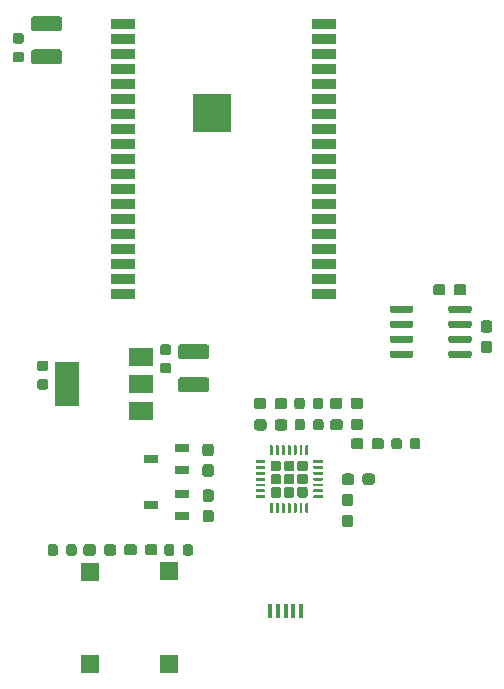
<source format=gbr>
G04 #@! TF.GenerationSoftware,KiCad,Pcbnew,5.1.5+dfsg1-2build2*
G04 #@! TF.CreationDate,2020-06-17T17:16:25+07:00*
G04 #@! TF.ProjectId,wrover_the_thesis,77726f76-6572-45f7-9468-655f74686573,rev?*
G04 #@! TF.SameCoordinates,Original*
G04 #@! TF.FileFunction,Paste,Top*
G04 #@! TF.FilePolarity,Positive*
%FSLAX46Y46*%
G04 Gerber Fmt 4.6, Leading zero omitted, Abs format (unit mm)*
G04 Created by KiCad (PCBNEW 5.1.5+dfsg1-2build2) date 2020-06-17 17:16:25*
%MOMM*%
%LPD*%
G04 APERTURE LIST*
%ADD10C,0.010000*%
%ADD11R,1.500000X1.500000*%
%ADD12C,0.100000*%
%ADD13R,1.200000X0.800000*%
%ADD14R,2.000000X1.500000*%
%ADD15R,2.000000X3.800000*%
%ADD16R,2.000000X0.900000*%
%ADD17R,0.450000X1.300000*%
G04 APERTURE END LIST*
D10*
G36*
X61340000Y-50930000D02*
G01*
X64500000Y-50930000D01*
X64500000Y-54090000D01*
X61340000Y-54090000D01*
X61340000Y-50930000D01*
G37*
X61340000Y-50930000D02*
X64500000Y-50930000D01*
X64500000Y-54090000D01*
X61340000Y-54090000D01*
X61340000Y-50930000D01*
D11*
X59330000Y-99150000D03*
X59330000Y-91350000D03*
D12*
G36*
X62489504Y-74916204D02*
G01*
X62513773Y-74919804D01*
X62537571Y-74925765D01*
X62560671Y-74934030D01*
X62582849Y-74944520D01*
X62603893Y-74957133D01*
X62623598Y-74971747D01*
X62641777Y-74988223D01*
X62658253Y-75006402D01*
X62672867Y-75026107D01*
X62685480Y-75047151D01*
X62695970Y-75069329D01*
X62704235Y-75092429D01*
X62710196Y-75116227D01*
X62713796Y-75140496D01*
X62715000Y-75165000D01*
X62715000Y-75915000D01*
X62713796Y-75939504D01*
X62710196Y-75963773D01*
X62704235Y-75987571D01*
X62695970Y-76010671D01*
X62685480Y-76032849D01*
X62672867Y-76053893D01*
X62658253Y-76073598D01*
X62641777Y-76091777D01*
X62623598Y-76108253D01*
X62603893Y-76122867D01*
X62582849Y-76135480D01*
X62560671Y-76145970D01*
X62537571Y-76154235D01*
X62513773Y-76160196D01*
X62489504Y-76163796D01*
X62465000Y-76165000D01*
X60315000Y-76165000D01*
X60290496Y-76163796D01*
X60266227Y-76160196D01*
X60242429Y-76154235D01*
X60219329Y-76145970D01*
X60197151Y-76135480D01*
X60176107Y-76122867D01*
X60156402Y-76108253D01*
X60138223Y-76091777D01*
X60121747Y-76073598D01*
X60107133Y-76053893D01*
X60094520Y-76032849D01*
X60084030Y-76010671D01*
X60075765Y-75987571D01*
X60069804Y-75963773D01*
X60066204Y-75939504D01*
X60065000Y-75915000D01*
X60065000Y-75165000D01*
X60066204Y-75140496D01*
X60069804Y-75116227D01*
X60075765Y-75092429D01*
X60084030Y-75069329D01*
X60094520Y-75047151D01*
X60107133Y-75026107D01*
X60121747Y-75006402D01*
X60138223Y-74988223D01*
X60156402Y-74971747D01*
X60176107Y-74957133D01*
X60197151Y-74944520D01*
X60219329Y-74934030D01*
X60242429Y-74925765D01*
X60266227Y-74919804D01*
X60290496Y-74916204D01*
X60315000Y-74915000D01*
X62465000Y-74915000D01*
X62489504Y-74916204D01*
G37*
G36*
X62489504Y-72116204D02*
G01*
X62513773Y-72119804D01*
X62537571Y-72125765D01*
X62560671Y-72134030D01*
X62582849Y-72144520D01*
X62603893Y-72157133D01*
X62623598Y-72171747D01*
X62641777Y-72188223D01*
X62658253Y-72206402D01*
X62672867Y-72226107D01*
X62685480Y-72247151D01*
X62695970Y-72269329D01*
X62704235Y-72292429D01*
X62710196Y-72316227D01*
X62713796Y-72340496D01*
X62715000Y-72365000D01*
X62715000Y-73115000D01*
X62713796Y-73139504D01*
X62710196Y-73163773D01*
X62704235Y-73187571D01*
X62695970Y-73210671D01*
X62685480Y-73232849D01*
X62672867Y-73253893D01*
X62658253Y-73273598D01*
X62641777Y-73291777D01*
X62623598Y-73308253D01*
X62603893Y-73322867D01*
X62582849Y-73335480D01*
X62560671Y-73345970D01*
X62537571Y-73354235D01*
X62513773Y-73360196D01*
X62489504Y-73363796D01*
X62465000Y-73365000D01*
X60315000Y-73365000D01*
X60290496Y-73363796D01*
X60266227Y-73360196D01*
X60242429Y-73354235D01*
X60219329Y-73345970D01*
X60197151Y-73335480D01*
X60176107Y-73322867D01*
X60156402Y-73308253D01*
X60138223Y-73291777D01*
X60121747Y-73273598D01*
X60107133Y-73253893D01*
X60094520Y-73232849D01*
X60084030Y-73210671D01*
X60075765Y-73187571D01*
X60069804Y-73163773D01*
X60066204Y-73139504D01*
X60065000Y-73115000D01*
X60065000Y-72365000D01*
X60066204Y-72340496D01*
X60069804Y-72316227D01*
X60075765Y-72292429D01*
X60084030Y-72269329D01*
X60094520Y-72247151D01*
X60107133Y-72226107D01*
X60121747Y-72206402D01*
X60138223Y-72188223D01*
X60156402Y-72171747D01*
X60176107Y-72157133D01*
X60197151Y-72144520D01*
X60219329Y-72134030D01*
X60242429Y-72125765D01*
X60266227Y-72119804D01*
X60290496Y-72116204D01*
X60315000Y-72115000D01*
X62465000Y-72115000D01*
X62489504Y-72116204D01*
G37*
G36*
X75540779Y-80066144D02*
G01*
X75563834Y-80069563D01*
X75586443Y-80075227D01*
X75608387Y-80083079D01*
X75629457Y-80093044D01*
X75649448Y-80105026D01*
X75668168Y-80118910D01*
X75685438Y-80134562D01*
X75701090Y-80151832D01*
X75714974Y-80170552D01*
X75726956Y-80190543D01*
X75736921Y-80211613D01*
X75744773Y-80233557D01*
X75750437Y-80256166D01*
X75753856Y-80279221D01*
X75755000Y-80302500D01*
X75755000Y-80777500D01*
X75753856Y-80800779D01*
X75750437Y-80823834D01*
X75744773Y-80846443D01*
X75736921Y-80868387D01*
X75726956Y-80889457D01*
X75714974Y-80909448D01*
X75701090Y-80928168D01*
X75685438Y-80945438D01*
X75668168Y-80961090D01*
X75649448Y-80974974D01*
X75629457Y-80986956D01*
X75608387Y-80996921D01*
X75586443Y-81004773D01*
X75563834Y-81010437D01*
X75540779Y-81013856D01*
X75517500Y-81015000D01*
X74942500Y-81015000D01*
X74919221Y-81013856D01*
X74896166Y-81010437D01*
X74873557Y-81004773D01*
X74851613Y-80996921D01*
X74830543Y-80986956D01*
X74810552Y-80974974D01*
X74791832Y-80961090D01*
X74774562Y-80945438D01*
X74758910Y-80928168D01*
X74745026Y-80909448D01*
X74733044Y-80889457D01*
X74723079Y-80868387D01*
X74715227Y-80846443D01*
X74709563Y-80823834D01*
X74706144Y-80800779D01*
X74705000Y-80777500D01*
X74705000Y-80302500D01*
X74706144Y-80279221D01*
X74709563Y-80256166D01*
X74715227Y-80233557D01*
X74723079Y-80211613D01*
X74733044Y-80190543D01*
X74745026Y-80170552D01*
X74758910Y-80151832D01*
X74774562Y-80134562D01*
X74791832Y-80118910D01*
X74810552Y-80105026D01*
X74830543Y-80093044D01*
X74851613Y-80083079D01*
X74873557Y-80075227D01*
X74896166Y-80069563D01*
X74919221Y-80066144D01*
X74942500Y-80065000D01*
X75517500Y-80065000D01*
X75540779Y-80066144D01*
G37*
G36*
X77290779Y-80066144D02*
G01*
X77313834Y-80069563D01*
X77336443Y-80075227D01*
X77358387Y-80083079D01*
X77379457Y-80093044D01*
X77399448Y-80105026D01*
X77418168Y-80118910D01*
X77435438Y-80134562D01*
X77451090Y-80151832D01*
X77464974Y-80170552D01*
X77476956Y-80190543D01*
X77486921Y-80211613D01*
X77494773Y-80233557D01*
X77500437Y-80256166D01*
X77503856Y-80279221D01*
X77505000Y-80302500D01*
X77505000Y-80777500D01*
X77503856Y-80800779D01*
X77500437Y-80823834D01*
X77494773Y-80846443D01*
X77486921Y-80868387D01*
X77476956Y-80889457D01*
X77464974Y-80909448D01*
X77451090Y-80928168D01*
X77435438Y-80945438D01*
X77418168Y-80961090D01*
X77399448Y-80974974D01*
X77379457Y-80986956D01*
X77358387Y-80996921D01*
X77336443Y-81004773D01*
X77313834Y-81010437D01*
X77290779Y-81013856D01*
X77267500Y-81015000D01*
X76692500Y-81015000D01*
X76669221Y-81013856D01*
X76646166Y-81010437D01*
X76623557Y-81004773D01*
X76601613Y-80996921D01*
X76580543Y-80986956D01*
X76560552Y-80974974D01*
X76541832Y-80961090D01*
X76524562Y-80945438D01*
X76508910Y-80928168D01*
X76495026Y-80909448D01*
X76483044Y-80889457D01*
X76473079Y-80868387D01*
X76465227Y-80846443D01*
X76459563Y-80823834D01*
X76456144Y-80800779D01*
X76455000Y-80777500D01*
X76455000Y-80302500D01*
X76456144Y-80279221D01*
X76459563Y-80256166D01*
X76465227Y-80233557D01*
X76473079Y-80211613D01*
X76483044Y-80190543D01*
X76495026Y-80170552D01*
X76508910Y-80151832D01*
X76524562Y-80134562D01*
X76541832Y-80118910D01*
X76560552Y-80105026D01*
X76580543Y-80093044D01*
X76601613Y-80083079D01*
X76623557Y-80075227D01*
X76646166Y-80069563D01*
X76669221Y-80066144D01*
X76692500Y-80065000D01*
X77267500Y-80065000D01*
X77290779Y-80066144D01*
G37*
G36*
X78812691Y-80056053D02*
G01*
X78833926Y-80059203D01*
X78854750Y-80064419D01*
X78874962Y-80071651D01*
X78894368Y-80080830D01*
X78912781Y-80091866D01*
X78930024Y-80104654D01*
X78945930Y-80119070D01*
X78960346Y-80134976D01*
X78973134Y-80152219D01*
X78984170Y-80170632D01*
X78993349Y-80190038D01*
X79000581Y-80210250D01*
X79005797Y-80231074D01*
X79008947Y-80252309D01*
X79010000Y-80273750D01*
X79010000Y-80786250D01*
X79008947Y-80807691D01*
X79005797Y-80828926D01*
X79000581Y-80849750D01*
X78993349Y-80869962D01*
X78984170Y-80889368D01*
X78973134Y-80907781D01*
X78960346Y-80925024D01*
X78945930Y-80940930D01*
X78930024Y-80955346D01*
X78912781Y-80968134D01*
X78894368Y-80979170D01*
X78874962Y-80988349D01*
X78854750Y-80995581D01*
X78833926Y-81000797D01*
X78812691Y-81003947D01*
X78791250Y-81005000D01*
X78353750Y-81005000D01*
X78332309Y-81003947D01*
X78311074Y-81000797D01*
X78290250Y-80995581D01*
X78270038Y-80988349D01*
X78250632Y-80979170D01*
X78232219Y-80968134D01*
X78214976Y-80955346D01*
X78199070Y-80940930D01*
X78184654Y-80925024D01*
X78171866Y-80907781D01*
X78160830Y-80889368D01*
X78151651Y-80869962D01*
X78144419Y-80849750D01*
X78139203Y-80828926D01*
X78136053Y-80807691D01*
X78135000Y-80786250D01*
X78135000Y-80273750D01*
X78136053Y-80252309D01*
X78139203Y-80231074D01*
X78144419Y-80210250D01*
X78151651Y-80190038D01*
X78160830Y-80170632D01*
X78171866Y-80152219D01*
X78184654Y-80134976D01*
X78199070Y-80119070D01*
X78214976Y-80104654D01*
X78232219Y-80091866D01*
X78250632Y-80080830D01*
X78270038Y-80071651D01*
X78290250Y-80064419D01*
X78311074Y-80059203D01*
X78332309Y-80056053D01*
X78353750Y-80055000D01*
X78791250Y-80055000D01*
X78812691Y-80056053D01*
G37*
G36*
X80387691Y-80056053D02*
G01*
X80408926Y-80059203D01*
X80429750Y-80064419D01*
X80449962Y-80071651D01*
X80469368Y-80080830D01*
X80487781Y-80091866D01*
X80505024Y-80104654D01*
X80520930Y-80119070D01*
X80535346Y-80134976D01*
X80548134Y-80152219D01*
X80559170Y-80170632D01*
X80568349Y-80190038D01*
X80575581Y-80210250D01*
X80580797Y-80231074D01*
X80583947Y-80252309D01*
X80585000Y-80273750D01*
X80585000Y-80786250D01*
X80583947Y-80807691D01*
X80580797Y-80828926D01*
X80575581Y-80849750D01*
X80568349Y-80869962D01*
X80559170Y-80889368D01*
X80548134Y-80907781D01*
X80535346Y-80925024D01*
X80520930Y-80940930D01*
X80505024Y-80955346D01*
X80487781Y-80968134D01*
X80469368Y-80979170D01*
X80449962Y-80988349D01*
X80429750Y-80995581D01*
X80408926Y-81000797D01*
X80387691Y-81003947D01*
X80366250Y-81005000D01*
X79928750Y-81005000D01*
X79907309Y-81003947D01*
X79886074Y-81000797D01*
X79865250Y-80995581D01*
X79845038Y-80988349D01*
X79825632Y-80979170D01*
X79807219Y-80968134D01*
X79789976Y-80955346D01*
X79774070Y-80940930D01*
X79759654Y-80925024D01*
X79746866Y-80907781D01*
X79735830Y-80889368D01*
X79726651Y-80869962D01*
X79719419Y-80849750D01*
X79714203Y-80828926D01*
X79711053Y-80807691D01*
X79710000Y-80786250D01*
X79710000Y-80273750D01*
X79711053Y-80252309D01*
X79714203Y-80231074D01*
X79719419Y-80210250D01*
X79726651Y-80190038D01*
X79735830Y-80170632D01*
X79746866Y-80152219D01*
X79759654Y-80134976D01*
X79774070Y-80119070D01*
X79789976Y-80104654D01*
X79807219Y-80091866D01*
X79825632Y-80080830D01*
X79845038Y-80071651D01*
X79865250Y-80064419D01*
X79886074Y-80059203D01*
X79907309Y-80056053D01*
X79928750Y-80055000D01*
X80366250Y-80055000D01*
X80387691Y-80056053D01*
G37*
G36*
X62880779Y-86151144D02*
G01*
X62903834Y-86154563D01*
X62926443Y-86160227D01*
X62948387Y-86168079D01*
X62969457Y-86178044D01*
X62989448Y-86190026D01*
X63008168Y-86203910D01*
X63025438Y-86219562D01*
X63041090Y-86236832D01*
X63054974Y-86255552D01*
X63066956Y-86275543D01*
X63076921Y-86296613D01*
X63084773Y-86318557D01*
X63090437Y-86341166D01*
X63093856Y-86364221D01*
X63095000Y-86387500D01*
X63095000Y-86962500D01*
X63093856Y-86985779D01*
X63090437Y-87008834D01*
X63084773Y-87031443D01*
X63076921Y-87053387D01*
X63066956Y-87074457D01*
X63054974Y-87094448D01*
X63041090Y-87113168D01*
X63025438Y-87130438D01*
X63008168Y-87146090D01*
X62989448Y-87159974D01*
X62969457Y-87171956D01*
X62948387Y-87181921D01*
X62926443Y-87189773D01*
X62903834Y-87195437D01*
X62880779Y-87198856D01*
X62857500Y-87200000D01*
X62382500Y-87200000D01*
X62359221Y-87198856D01*
X62336166Y-87195437D01*
X62313557Y-87189773D01*
X62291613Y-87181921D01*
X62270543Y-87171956D01*
X62250552Y-87159974D01*
X62231832Y-87146090D01*
X62214562Y-87130438D01*
X62198910Y-87113168D01*
X62185026Y-87094448D01*
X62173044Y-87074457D01*
X62163079Y-87053387D01*
X62155227Y-87031443D01*
X62149563Y-87008834D01*
X62146144Y-86985779D01*
X62145000Y-86962500D01*
X62145000Y-86387500D01*
X62146144Y-86364221D01*
X62149563Y-86341166D01*
X62155227Y-86318557D01*
X62163079Y-86296613D01*
X62173044Y-86275543D01*
X62185026Y-86255552D01*
X62198910Y-86236832D01*
X62214562Y-86219562D01*
X62231832Y-86203910D01*
X62250552Y-86190026D01*
X62270543Y-86178044D01*
X62291613Y-86168079D01*
X62313557Y-86160227D01*
X62336166Y-86154563D01*
X62359221Y-86151144D01*
X62382500Y-86150000D01*
X62857500Y-86150000D01*
X62880779Y-86151144D01*
G37*
G36*
X62880779Y-84401144D02*
G01*
X62903834Y-84404563D01*
X62926443Y-84410227D01*
X62948387Y-84418079D01*
X62969457Y-84428044D01*
X62989448Y-84440026D01*
X63008168Y-84453910D01*
X63025438Y-84469562D01*
X63041090Y-84486832D01*
X63054974Y-84505552D01*
X63066956Y-84525543D01*
X63076921Y-84546613D01*
X63084773Y-84568557D01*
X63090437Y-84591166D01*
X63093856Y-84614221D01*
X63095000Y-84637500D01*
X63095000Y-85212500D01*
X63093856Y-85235779D01*
X63090437Y-85258834D01*
X63084773Y-85281443D01*
X63076921Y-85303387D01*
X63066956Y-85324457D01*
X63054974Y-85344448D01*
X63041090Y-85363168D01*
X63025438Y-85380438D01*
X63008168Y-85396090D01*
X62989448Y-85409974D01*
X62969457Y-85421956D01*
X62948387Y-85431921D01*
X62926443Y-85439773D01*
X62903834Y-85445437D01*
X62880779Y-85448856D01*
X62857500Y-85450000D01*
X62382500Y-85450000D01*
X62359221Y-85448856D01*
X62336166Y-85445437D01*
X62313557Y-85439773D01*
X62291613Y-85431921D01*
X62270543Y-85421956D01*
X62250552Y-85409974D01*
X62231832Y-85396090D01*
X62214562Y-85380438D01*
X62198910Y-85363168D01*
X62185026Y-85344448D01*
X62173044Y-85324457D01*
X62163079Y-85303387D01*
X62155227Y-85281443D01*
X62149563Y-85258834D01*
X62146144Y-85235779D01*
X62145000Y-85212500D01*
X62145000Y-84637500D01*
X62146144Y-84614221D01*
X62149563Y-84591166D01*
X62155227Y-84568557D01*
X62163079Y-84546613D01*
X62173044Y-84525543D01*
X62185026Y-84505552D01*
X62198910Y-84486832D01*
X62214562Y-84469562D01*
X62231832Y-84453910D01*
X62250552Y-84440026D01*
X62270543Y-84428044D01*
X62291613Y-84418079D01*
X62313557Y-84410227D01*
X62336166Y-84404563D01*
X62359221Y-84401144D01*
X62382500Y-84400000D01*
X62857500Y-84400000D01*
X62880779Y-84401144D01*
G37*
G36*
X76520779Y-83056144D02*
G01*
X76543834Y-83059563D01*
X76566443Y-83065227D01*
X76588387Y-83073079D01*
X76609457Y-83083044D01*
X76629448Y-83095026D01*
X76648168Y-83108910D01*
X76665438Y-83124562D01*
X76681090Y-83141832D01*
X76694974Y-83160552D01*
X76706956Y-83180543D01*
X76716921Y-83201613D01*
X76724773Y-83223557D01*
X76730437Y-83246166D01*
X76733856Y-83269221D01*
X76735000Y-83292500D01*
X76735000Y-83767500D01*
X76733856Y-83790779D01*
X76730437Y-83813834D01*
X76724773Y-83836443D01*
X76716921Y-83858387D01*
X76706956Y-83879457D01*
X76694974Y-83899448D01*
X76681090Y-83918168D01*
X76665438Y-83935438D01*
X76648168Y-83951090D01*
X76629448Y-83964974D01*
X76609457Y-83976956D01*
X76588387Y-83986921D01*
X76566443Y-83994773D01*
X76543834Y-84000437D01*
X76520779Y-84003856D01*
X76497500Y-84005000D01*
X75922500Y-84005000D01*
X75899221Y-84003856D01*
X75876166Y-84000437D01*
X75853557Y-83994773D01*
X75831613Y-83986921D01*
X75810543Y-83976956D01*
X75790552Y-83964974D01*
X75771832Y-83951090D01*
X75754562Y-83935438D01*
X75738910Y-83918168D01*
X75725026Y-83899448D01*
X75713044Y-83879457D01*
X75703079Y-83858387D01*
X75695227Y-83836443D01*
X75689563Y-83813834D01*
X75686144Y-83790779D01*
X75685000Y-83767500D01*
X75685000Y-83292500D01*
X75686144Y-83269221D01*
X75689563Y-83246166D01*
X75695227Y-83223557D01*
X75703079Y-83201613D01*
X75713044Y-83180543D01*
X75725026Y-83160552D01*
X75738910Y-83141832D01*
X75754562Y-83124562D01*
X75771832Y-83108910D01*
X75790552Y-83095026D01*
X75810543Y-83083044D01*
X75831613Y-83073079D01*
X75853557Y-83065227D01*
X75876166Y-83059563D01*
X75899221Y-83056144D01*
X75922500Y-83055000D01*
X76497500Y-83055000D01*
X76520779Y-83056144D01*
G37*
G36*
X74770779Y-83056144D02*
G01*
X74793834Y-83059563D01*
X74816443Y-83065227D01*
X74838387Y-83073079D01*
X74859457Y-83083044D01*
X74879448Y-83095026D01*
X74898168Y-83108910D01*
X74915438Y-83124562D01*
X74931090Y-83141832D01*
X74944974Y-83160552D01*
X74956956Y-83180543D01*
X74966921Y-83201613D01*
X74974773Y-83223557D01*
X74980437Y-83246166D01*
X74983856Y-83269221D01*
X74985000Y-83292500D01*
X74985000Y-83767500D01*
X74983856Y-83790779D01*
X74980437Y-83813834D01*
X74974773Y-83836443D01*
X74966921Y-83858387D01*
X74956956Y-83879457D01*
X74944974Y-83899448D01*
X74931090Y-83918168D01*
X74915438Y-83935438D01*
X74898168Y-83951090D01*
X74879448Y-83964974D01*
X74859457Y-83976956D01*
X74838387Y-83986921D01*
X74816443Y-83994773D01*
X74793834Y-84000437D01*
X74770779Y-84003856D01*
X74747500Y-84005000D01*
X74172500Y-84005000D01*
X74149221Y-84003856D01*
X74126166Y-84000437D01*
X74103557Y-83994773D01*
X74081613Y-83986921D01*
X74060543Y-83976956D01*
X74040552Y-83964974D01*
X74021832Y-83951090D01*
X74004562Y-83935438D01*
X73988910Y-83918168D01*
X73975026Y-83899448D01*
X73963044Y-83879457D01*
X73953079Y-83858387D01*
X73945227Y-83836443D01*
X73939563Y-83813834D01*
X73936144Y-83790779D01*
X73935000Y-83767500D01*
X73935000Y-83292500D01*
X73936144Y-83269221D01*
X73939563Y-83246166D01*
X73945227Y-83223557D01*
X73953079Y-83201613D01*
X73963044Y-83180543D01*
X73975026Y-83160552D01*
X73988910Y-83141832D01*
X74004562Y-83124562D01*
X74021832Y-83108910D01*
X74040552Y-83095026D01*
X74060543Y-83083044D01*
X74081613Y-83073079D01*
X74103557Y-83065227D01*
X74126166Y-83059563D01*
X74149221Y-83056144D01*
X74172500Y-83055000D01*
X74747500Y-83055000D01*
X74770779Y-83056144D01*
G37*
G36*
X74680779Y-84781144D02*
G01*
X74703834Y-84784563D01*
X74726443Y-84790227D01*
X74748387Y-84798079D01*
X74769457Y-84808044D01*
X74789448Y-84820026D01*
X74808168Y-84833910D01*
X74825438Y-84849562D01*
X74841090Y-84866832D01*
X74854974Y-84885552D01*
X74866956Y-84905543D01*
X74876921Y-84926613D01*
X74884773Y-84948557D01*
X74890437Y-84971166D01*
X74893856Y-84994221D01*
X74895000Y-85017500D01*
X74895000Y-85592500D01*
X74893856Y-85615779D01*
X74890437Y-85638834D01*
X74884773Y-85661443D01*
X74876921Y-85683387D01*
X74866956Y-85704457D01*
X74854974Y-85724448D01*
X74841090Y-85743168D01*
X74825438Y-85760438D01*
X74808168Y-85776090D01*
X74789448Y-85789974D01*
X74769457Y-85801956D01*
X74748387Y-85811921D01*
X74726443Y-85819773D01*
X74703834Y-85825437D01*
X74680779Y-85828856D01*
X74657500Y-85830000D01*
X74182500Y-85830000D01*
X74159221Y-85828856D01*
X74136166Y-85825437D01*
X74113557Y-85819773D01*
X74091613Y-85811921D01*
X74070543Y-85801956D01*
X74050552Y-85789974D01*
X74031832Y-85776090D01*
X74014562Y-85760438D01*
X73998910Y-85743168D01*
X73985026Y-85724448D01*
X73973044Y-85704457D01*
X73963079Y-85683387D01*
X73955227Y-85661443D01*
X73949563Y-85638834D01*
X73946144Y-85615779D01*
X73945000Y-85592500D01*
X73945000Y-85017500D01*
X73946144Y-84994221D01*
X73949563Y-84971166D01*
X73955227Y-84948557D01*
X73963079Y-84926613D01*
X73973044Y-84905543D01*
X73985026Y-84885552D01*
X73998910Y-84866832D01*
X74014562Y-84849562D01*
X74031832Y-84833910D01*
X74050552Y-84820026D01*
X74070543Y-84808044D01*
X74091613Y-84798079D01*
X74113557Y-84790227D01*
X74136166Y-84784563D01*
X74159221Y-84781144D01*
X74182500Y-84780000D01*
X74657500Y-84780000D01*
X74680779Y-84781144D01*
G37*
G36*
X74680779Y-86531144D02*
G01*
X74703834Y-86534563D01*
X74726443Y-86540227D01*
X74748387Y-86548079D01*
X74769457Y-86558044D01*
X74789448Y-86570026D01*
X74808168Y-86583910D01*
X74825438Y-86599562D01*
X74841090Y-86616832D01*
X74854974Y-86635552D01*
X74866956Y-86655543D01*
X74876921Y-86676613D01*
X74884773Y-86698557D01*
X74890437Y-86721166D01*
X74893856Y-86744221D01*
X74895000Y-86767500D01*
X74895000Y-87342500D01*
X74893856Y-87365779D01*
X74890437Y-87388834D01*
X74884773Y-87411443D01*
X74876921Y-87433387D01*
X74866956Y-87454457D01*
X74854974Y-87474448D01*
X74841090Y-87493168D01*
X74825438Y-87510438D01*
X74808168Y-87526090D01*
X74789448Y-87539974D01*
X74769457Y-87551956D01*
X74748387Y-87561921D01*
X74726443Y-87569773D01*
X74703834Y-87575437D01*
X74680779Y-87578856D01*
X74657500Y-87580000D01*
X74182500Y-87580000D01*
X74159221Y-87578856D01*
X74136166Y-87575437D01*
X74113557Y-87569773D01*
X74091613Y-87561921D01*
X74070543Y-87551956D01*
X74050552Y-87539974D01*
X74031832Y-87526090D01*
X74014562Y-87510438D01*
X73998910Y-87493168D01*
X73985026Y-87474448D01*
X73973044Y-87454457D01*
X73963079Y-87433387D01*
X73955227Y-87411443D01*
X73949563Y-87388834D01*
X73946144Y-87365779D01*
X73945000Y-87342500D01*
X73945000Y-86767500D01*
X73946144Y-86744221D01*
X73949563Y-86721166D01*
X73955227Y-86698557D01*
X73963079Y-86676613D01*
X73973044Y-86655543D01*
X73985026Y-86635552D01*
X73998910Y-86616832D01*
X74014562Y-86599562D01*
X74031832Y-86583910D01*
X74050552Y-86570026D01*
X74070543Y-86558044D01*
X74091613Y-86548079D01*
X74113557Y-86540227D01*
X74136166Y-86534563D01*
X74159221Y-86531144D01*
X74182500Y-86530000D01*
X74657500Y-86530000D01*
X74680779Y-86531144D01*
G37*
G36*
X62870779Y-82276144D02*
G01*
X62893834Y-82279563D01*
X62916443Y-82285227D01*
X62938387Y-82293079D01*
X62959457Y-82303044D01*
X62979448Y-82315026D01*
X62998168Y-82328910D01*
X63015438Y-82344562D01*
X63031090Y-82361832D01*
X63044974Y-82380552D01*
X63056956Y-82400543D01*
X63066921Y-82421613D01*
X63074773Y-82443557D01*
X63080437Y-82466166D01*
X63083856Y-82489221D01*
X63085000Y-82512500D01*
X63085000Y-83087500D01*
X63083856Y-83110779D01*
X63080437Y-83133834D01*
X63074773Y-83156443D01*
X63066921Y-83178387D01*
X63056956Y-83199457D01*
X63044974Y-83219448D01*
X63031090Y-83238168D01*
X63015438Y-83255438D01*
X62998168Y-83271090D01*
X62979448Y-83284974D01*
X62959457Y-83296956D01*
X62938387Y-83306921D01*
X62916443Y-83314773D01*
X62893834Y-83320437D01*
X62870779Y-83323856D01*
X62847500Y-83325000D01*
X62372500Y-83325000D01*
X62349221Y-83323856D01*
X62326166Y-83320437D01*
X62303557Y-83314773D01*
X62281613Y-83306921D01*
X62260543Y-83296956D01*
X62240552Y-83284974D01*
X62221832Y-83271090D01*
X62204562Y-83255438D01*
X62188910Y-83238168D01*
X62175026Y-83219448D01*
X62163044Y-83199457D01*
X62153079Y-83178387D01*
X62145227Y-83156443D01*
X62139563Y-83133834D01*
X62136144Y-83110779D01*
X62135000Y-83087500D01*
X62135000Y-82512500D01*
X62136144Y-82489221D01*
X62139563Y-82466166D01*
X62145227Y-82443557D01*
X62153079Y-82421613D01*
X62163044Y-82400543D01*
X62175026Y-82380552D01*
X62188910Y-82361832D01*
X62204562Y-82344562D01*
X62221832Y-82328910D01*
X62240552Y-82315026D01*
X62260543Y-82303044D01*
X62281613Y-82293079D01*
X62303557Y-82285227D01*
X62326166Y-82279563D01*
X62349221Y-82276144D01*
X62372500Y-82275000D01*
X62847500Y-82275000D01*
X62870779Y-82276144D01*
G37*
G36*
X62870779Y-80526144D02*
G01*
X62893834Y-80529563D01*
X62916443Y-80535227D01*
X62938387Y-80543079D01*
X62959457Y-80553044D01*
X62979448Y-80565026D01*
X62998168Y-80578910D01*
X63015438Y-80594562D01*
X63031090Y-80611832D01*
X63044974Y-80630552D01*
X63056956Y-80650543D01*
X63066921Y-80671613D01*
X63074773Y-80693557D01*
X63080437Y-80716166D01*
X63083856Y-80739221D01*
X63085000Y-80762500D01*
X63085000Y-81337500D01*
X63083856Y-81360779D01*
X63080437Y-81383834D01*
X63074773Y-81406443D01*
X63066921Y-81428387D01*
X63056956Y-81449457D01*
X63044974Y-81469448D01*
X63031090Y-81488168D01*
X63015438Y-81505438D01*
X62998168Y-81521090D01*
X62979448Y-81534974D01*
X62959457Y-81546956D01*
X62938387Y-81556921D01*
X62916443Y-81564773D01*
X62893834Y-81570437D01*
X62870779Y-81573856D01*
X62847500Y-81575000D01*
X62372500Y-81575000D01*
X62349221Y-81573856D01*
X62326166Y-81570437D01*
X62303557Y-81564773D01*
X62281613Y-81556921D01*
X62260543Y-81546956D01*
X62240552Y-81534974D01*
X62221832Y-81521090D01*
X62204562Y-81505438D01*
X62188910Y-81488168D01*
X62175026Y-81469448D01*
X62163044Y-81449457D01*
X62153079Y-81428387D01*
X62145227Y-81406443D01*
X62139563Y-81383834D01*
X62136144Y-81360779D01*
X62135000Y-81337500D01*
X62135000Y-80762500D01*
X62136144Y-80739221D01*
X62139563Y-80716166D01*
X62145227Y-80693557D01*
X62153079Y-80671613D01*
X62163044Y-80650543D01*
X62175026Y-80630552D01*
X62188910Y-80611832D01*
X62204562Y-80594562D01*
X62221832Y-80578910D01*
X62240552Y-80565026D01*
X62260543Y-80553044D01*
X62281613Y-80543079D01*
X62303557Y-80535227D01*
X62326166Y-80529563D01*
X62349221Y-80526144D01*
X62372500Y-80525000D01*
X62847500Y-80525000D01*
X62870779Y-80526144D01*
G37*
G36*
X67330779Y-76666144D02*
G01*
X67353834Y-76669563D01*
X67376443Y-76675227D01*
X67398387Y-76683079D01*
X67419457Y-76693044D01*
X67439448Y-76705026D01*
X67458168Y-76718910D01*
X67475438Y-76734562D01*
X67491090Y-76751832D01*
X67504974Y-76770552D01*
X67516956Y-76790543D01*
X67526921Y-76811613D01*
X67534773Y-76833557D01*
X67540437Y-76856166D01*
X67543856Y-76879221D01*
X67545000Y-76902500D01*
X67545000Y-77377500D01*
X67543856Y-77400779D01*
X67540437Y-77423834D01*
X67534773Y-77446443D01*
X67526921Y-77468387D01*
X67516956Y-77489457D01*
X67504974Y-77509448D01*
X67491090Y-77528168D01*
X67475438Y-77545438D01*
X67458168Y-77561090D01*
X67439448Y-77574974D01*
X67419457Y-77586956D01*
X67398387Y-77596921D01*
X67376443Y-77604773D01*
X67353834Y-77610437D01*
X67330779Y-77613856D01*
X67307500Y-77615000D01*
X66732500Y-77615000D01*
X66709221Y-77613856D01*
X66686166Y-77610437D01*
X66663557Y-77604773D01*
X66641613Y-77596921D01*
X66620543Y-77586956D01*
X66600552Y-77574974D01*
X66581832Y-77561090D01*
X66564562Y-77545438D01*
X66548910Y-77528168D01*
X66535026Y-77509448D01*
X66523044Y-77489457D01*
X66513079Y-77468387D01*
X66505227Y-77446443D01*
X66499563Y-77423834D01*
X66496144Y-77400779D01*
X66495000Y-77377500D01*
X66495000Y-76902500D01*
X66496144Y-76879221D01*
X66499563Y-76856166D01*
X66505227Y-76833557D01*
X66513079Y-76811613D01*
X66523044Y-76790543D01*
X66535026Y-76770552D01*
X66548910Y-76751832D01*
X66564562Y-76734562D01*
X66581832Y-76718910D01*
X66600552Y-76705026D01*
X66620543Y-76693044D01*
X66641613Y-76683079D01*
X66663557Y-76675227D01*
X66686166Y-76669563D01*
X66709221Y-76666144D01*
X66732500Y-76665000D01*
X67307500Y-76665000D01*
X67330779Y-76666144D01*
G37*
G36*
X69080779Y-76666144D02*
G01*
X69103834Y-76669563D01*
X69126443Y-76675227D01*
X69148387Y-76683079D01*
X69169457Y-76693044D01*
X69189448Y-76705026D01*
X69208168Y-76718910D01*
X69225438Y-76734562D01*
X69241090Y-76751832D01*
X69254974Y-76770552D01*
X69266956Y-76790543D01*
X69276921Y-76811613D01*
X69284773Y-76833557D01*
X69290437Y-76856166D01*
X69293856Y-76879221D01*
X69295000Y-76902500D01*
X69295000Y-77377500D01*
X69293856Y-77400779D01*
X69290437Y-77423834D01*
X69284773Y-77446443D01*
X69276921Y-77468387D01*
X69266956Y-77489457D01*
X69254974Y-77509448D01*
X69241090Y-77528168D01*
X69225438Y-77545438D01*
X69208168Y-77561090D01*
X69189448Y-77574974D01*
X69169457Y-77586956D01*
X69148387Y-77596921D01*
X69126443Y-77604773D01*
X69103834Y-77610437D01*
X69080779Y-77613856D01*
X69057500Y-77615000D01*
X68482500Y-77615000D01*
X68459221Y-77613856D01*
X68436166Y-77610437D01*
X68413557Y-77604773D01*
X68391613Y-77596921D01*
X68370543Y-77586956D01*
X68350552Y-77574974D01*
X68331832Y-77561090D01*
X68314562Y-77545438D01*
X68298910Y-77528168D01*
X68285026Y-77509448D01*
X68273044Y-77489457D01*
X68263079Y-77468387D01*
X68255227Y-77446443D01*
X68249563Y-77423834D01*
X68246144Y-77400779D01*
X68245000Y-77377500D01*
X68245000Y-76902500D01*
X68246144Y-76879221D01*
X68249563Y-76856166D01*
X68255227Y-76833557D01*
X68263079Y-76811613D01*
X68273044Y-76790543D01*
X68285026Y-76770552D01*
X68298910Y-76751832D01*
X68314562Y-76734562D01*
X68331832Y-76718910D01*
X68350552Y-76705026D01*
X68370543Y-76693044D01*
X68391613Y-76683079D01*
X68413557Y-76675227D01*
X68436166Y-76669563D01*
X68459221Y-76666144D01*
X68482500Y-76665000D01*
X69057500Y-76665000D01*
X69080779Y-76666144D01*
G37*
G36*
X67350779Y-78466144D02*
G01*
X67373834Y-78469563D01*
X67396443Y-78475227D01*
X67418387Y-78483079D01*
X67439457Y-78493044D01*
X67459448Y-78505026D01*
X67478168Y-78518910D01*
X67495438Y-78534562D01*
X67511090Y-78551832D01*
X67524974Y-78570552D01*
X67536956Y-78590543D01*
X67546921Y-78611613D01*
X67554773Y-78633557D01*
X67560437Y-78656166D01*
X67563856Y-78679221D01*
X67565000Y-78702500D01*
X67565000Y-79177500D01*
X67563856Y-79200779D01*
X67560437Y-79223834D01*
X67554773Y-79246443D01*
X67546921Y-79268387D01*
X67536956Y-79289457D01*
X67524974Y-79309448D01*
X67511090Y-79328168D01*
X67495438Y-79345438D01*
X67478168Y-79361090D01*
X67459448Y-79374974D01*
X67439457Y-79386956D01*
X67418387Y-79396921D01*
X67396443Y-79404773D01*
X67373834Y-79410437D01*
X67350779Y-79413856D01*
X67327500Y-79415000D01*
X66752500Y-79415000D01*
X66729221Y-79413856D01*
X66706166Y-79410437D01*
X66683557Y-79404773D01*
X66661613Y-79396921D01*
X66640543Y-79386956D01*
X66620552Y-79374974D01*
X66601832Y-79361090D01*
X66584562Y-79345438D01*
X66568910Y-79328168D01*
X66555026Y-79309448D01*
X66543044Y-79289457D01*
X66533079Y-79268387D01*
X66525227Y-79246443D01*
X66519563Y-79223834D01*
X66516144Y-79200779D01*
X66515000Y-79177500D01*
X66515000Y-78702500D01*
X66516144Y-78679221D01*
X66519563Y-78656166D01*
X66525227Y-78633557D01*
X66533079Y-78611613D01*
X66543044Y-78590543D01*
X66555026Y-78570552D01*
X66568910Y-78551832D01*
X66584562Y-78534562D01*
X66601832Y-78518910D01*
X66620552Y-78505026D01*
X66640543Y-78493044D01*
X66661613Y-78483079D01*
X66683557Y-78475227D01*
X66706166Y-78469563D01*
X66729221Y-78466144D01*
X66752500Y-78465000D01*
X67327500Y-78465000D01*
X67350779Y-78466144D01*
G37*
G36*
X69100779Y-78466144D02*
G01*
X69123834Y-78469563D01*
X69146443Y-78475227D01*
X69168387Y-78483079D01*
X69189457Y-78493044D01*
X69209448Y-78505026D01*
X69228168Y-78518910D01*
X69245438Y-78534562D01*
X69261090Y-78551832D01*
X69274974Y-78570552D01*
X69286956Y-78590543D01*
X69296921Y-78611613D01*
X69304773Y-78633557D01*
X69310437Y-78656166D01*
X69313856Y-78679221D01*
X69315000Y-78702500D01*
X69315000Y-79177500D01*
X69313856Y-79200779D01*
X69310437Y-79223834D01*
X69304773Y-79246443D01*
X69296921Y-79268387D01*
X69286956Y-79289457D01*
X69274974Y-79309448D01*
X69261090Y-79328168D01*
X69245438Y-79345438D01*
X69228168Y-79361090D01*
X69209448Y-79374974D01*
X69189457Y-79386956D01*
X69168387Y-79396921D01*
X69146443Y-79404773D01*
X69123834Y-79410437D01*
X69100779Y-79413856D01*
X69077500Y-79415000D01*
X68502500Y-79415000D01*
X68479221Y-79413856D01*
X68456166Y-79410437D01*
X68433557Y-79404773D01*
X68411613Y-79396921D01*
X68390543Y-79386956D01*
X68370552Y-79374974D01*
X68351832Y-79361090D01*
X68334562Y-79345438D01*
X68318910Y-79328168D01*
X68305026Y-79309448D01*
X68293044Y-79289457D01*
X68283079Y-79268387D01*
X68275227Y-79246443D01*
X68269563Y-79223834D01*
X68266144Y-79200779D01*
X68265000Y-79177500D01*
X68265000Y-78702500D01*
X68266144Y-78679221D01*
X68269563Y-78656166D01*
X68275227Y-78633557D01*
X68283079Y-78611613D01*
X68293044Y-78590543D01*
X68305026Y-78570552D01*
X68318910Y-78551832D01*
X68334562Y-78534562D01*
X68351832Y-78518910D01*
X68370552Y-78505026D01*
X68390543Y-78493044D01*
X68411613Y-78483079D01*
X68433557Y-78475227D01*
X68456166Y-78469563D01*
X68479221Y-78466144D01*
X68502500Y-78465000D01*
X69077500Y-78465000D01*
X69100779Y-78466144D01*
G37*
G36*
X73790779Y-78446144D02*
G01*
X73813834Y-78449563D01*
X73836443Y-78455227D01*
X73858387Y-78463079D01*
X73879457Y-78473044D01*
X73899448Y-78485026D01*
X73918168Y-78498910D01*
X73935438Y-78514562D01*
X73951090Y-78531832D01*
X73964974Y-78550552D01*
X73976956Y-78570543D01*
X73986921Y-78591613D01*
X73994773Y-78613557D01*
X74000437Y-78636166D01*
X74003856Y-78659221D01*
X74005000Y-78682500D01*
X74005000Y-79157500D01*
X74003856Y-79180779D01*
X74000437Y-79203834D01*
X73994773Y-79226443D01*
X73986921Y-79248387D01*
X73976956Y-79269457D01*
X73964974Y-79289448D01*
X73951090Y-79308168D01*
X73935438Y-79325438D01*
X73918168Y-79341090D01*
X73899448Y-79354974D01*
X73879457Y-79366956D01*
X73858387Y-79376921D01*
X73836443Y-79384773D01*
X73813834Y-79390437D01*
X73790779Y-79393856D01*
X73767500Y-79395000D01*
X73192500Y-79395000D01*
X73169221Y-79393856D01*
X73146166Y-79390437D01*
X73123557Y-79384773D01*
X73101613Y-79376921D01*
X73080543Y-79366956D01*
X73060552Y-79354974D01*
X73041832Y-79341090D01*
X73024562Y-79325438D01*
X73008910Y-79308168D01*
X72995026Y-79289448D01*
X72983044Y-79269457D01*
X72973079Y-79248387D01*
X72965227Y-79226443D01*
X72959563Y-79203834D01*
X72956144Y-79180779D01*
X72955000Y-79157500D01*
X72955000Y-78682500D01*
X72956144Y-78659221D01*
X72959563Y-78636166D01*
X72965227Y-78613557D01*
X72973079Y-78591613D01*
X72983044Y-78570543D01*
X72995026Y-78550552D01*
X73008910Y-78531832D01*
X73024562Y-78514562D01*
X73041832Y-78498910D01*
X73060552Y-78485026D01*
X73080543Y-78473044D01*
X73101613Y-78463079D01*
X73123557Y-78455227D01*
X73146166Y-78449563D01*
X73169221Y-78446144D01*
X73192500Y-78445000D01*
X73767500Y-78445000D01*
X73790779Y-78446144D01*
G37*
G36*
X75540779Y-78446144D02*
G01*
X75563834Y-78449563D01*
X75586443Y-78455227D01*
X75608387Y-78463079D01*
X75629457Y-78473044D01*
X75649448Y-78485026D01*
X75668168Y-78498910D01*
X75685438Y-78514562D01*
X75701090Y-78531832D01*
X75714974Y-78550552D01*
X75726956Y-78570543D01*
X75736921Y-78591613D01*
X75744773Y-78613557D01*
X75750437Y-78636166D01*
X75753856Y-78659221D01*
X75755000Y-78682500D01*
X75755000Y-79157500D01*
X75753856Y-79180779D01*
X75750437Y-79203834D01*
X75744773Y-79226443D01*
X75736921Y-79248387D01*
X75726956Y-79269457D01*
X75714974Y-79289448D01*
X75701090Y-79308168D01*
X75685438Y-79325438D01*
X75668168Y-79341090D01*
X75649448Y-79354974D01*
X75629457Y-79366956D01*
X75608387Y-79376921D01*
X75586443Y-79384773D01*
X75563834Y-79390437D01*
X75540779Y-79393856D01*
X75517500Y-79395000D01*
X74942500Y-79395000D01*
X74919221Y-79393856D01*
X74896166Y-79390437D01*
X74873557Y-79384773D01*
X74851613Y-79376921D01*
X74830543Y-79366956D01*
X74810552Y-79354974D01*
X74791832Y-79341090D01*
X74774562Y-79325438D01*
X74758910Y-79308168D01*
X74745026Y-79289448D01*
X74733044Y-79269457D01*
X74723079Y-79248387D01*
X74715227Y-79226443D01*
X74709563Y-79203834D01*
X74706144Y-79180779D01*
X74705000Y-79157500D01*
X74705000Y-78682500D01*
X74706144Y-78659221D01*
X74709563Y-78636166D01*
X74715227Y-78613557D01*
X74723079Y-78591613D01*
X74733044Y-78570543D01*
X74745026Y-78550552D01*
X74758910Y-78531832D01*
X74774562Y-78514562D01*
X74791832Y-78498910D01*
X74810552Y-78485026D01*
X74830543Y-78473044D01*
X74851613Y-78463079D01*
X74873557Y-78455227D01*
X74896166Y-78449563D01*
X74919221Y-78446144D01*
X74942500Y-78445000D01*
X75517500Y-78445000D01*
X75540779Y-78446144D01*
G37*
G36*
X73770779Y-76636144D02*
G01*
X73793834Y-76639563D01*
X73816443Y-76645227D01*
X73838387Y-76653079D01*
X73859457Y-76663044D01*
X73879448Y-76675026D01*
X73898168Y-76688910D01*
X73915438Y-76704562D01*
X73931090Y-76721832D01*
X73944974Y-76740552D01*
X73956956Y-76760543D01*
X73966921Y-76781613D01*
X73974773Y-76803557D01*
X73980437Y-76826166D01*
X73983856Y-76849221D01*
X73985000Y-76872500D01*
X73985000Y-77347500D01*
X73983856Y-77370779D01*
X73980437Y-77393834D01*
X73974773Y-77416443D01*
X73966921Y-77438387D01*
X73956956Y-77459457D01*
X73944974Y-77479448D01*
X73931090Y-77498168D01*
X73915438Y-77515438D01*
X73898168Y-77531090D01*
X73879448Y-77544974D01*
X73859457Y-77556956D01*
X73838387Y-77566921D01*
X73816443Y-77574773D01*
X73793834Y-77580437D01*
X73770779Y-77583856D01*
X73747500Y-77585000D01*
X73172500Y-77585000D01*
X73149221Y-77583856D01*
X73126166Y-77580437D01*
X73103557Y-77574773D01*
X73081613Y-77566921D01*
X73060543Y-77556956D01*
X73040552Y-77544974D01*
X73021832Y-77531090D01*
X73004562Y-77515438D01*
X72988910Y-77498168D01*
X72975026Y-77479448D01*
X72963044Y-77459457D01*
X72953079Y-77438387D01*
X72945227Y-77416443D01*
X72939563Y-77393834D01*
X72936144Y-77370779D01*
X72935000Y-77347500D01*
X72935000Y-76872500D01*
X72936144Y-76849221D01*
X72939563Y-76826166D01*
X72945227Y-76803557D01*
X72953079Y-76781613D01*
X72963044Y-76760543D01*
X72975026Y-76740552D01*
X72988910Y-76721832D01*
X73004562Y-76704562D01*
X73021832Y-76688910D01*
X73040552Y-76675026D01*
X73060543Y-76663044D01*
X73081613Y-76653079D01*
X73103557Y-76645227D01*
X73126166Y-76639563D01*
X73149221Y-76636144D01*
X73172500Y-76635000D01*
X73747500Y-76635000D01*
X73770779Y-76636144D01*
G37*
G36*
X75520779Y-76636144D02*
G01*
X75543834Y-76639563D01*
X75566443Y-76645227D01*
X75588387Y-76653079D01*
X75609457Y-76663044D01*
X75629448Y-76675026D01*
X75648168Y-76688910D01*
X75665438Y-76704562D01*
X75681090Y-76721832D01*
X75694974Y-76740552D01*
X75706956Y-76760543D01*
X75716921Y-76781613D01*
X75724773Y-76803557D01*
X75730437Y-76826166D01*
X75733856Y-76849221D01*
X75735000Y-76872500D01*
X75735000Y-77347500D01*
X75733856Y-77370779D01*
X75730437Y-77393834D01*
X75724773Y-77416443D01*
X75716921Y-77438387D01*
X75706956Y-77459457D01*
X75694974Y-77479448D01*
X75681090Y-77498168D01*
X75665438Y-77515438D01*
X75648168Y-77531090D01*
X75629448Y-77544974D01*
X75609457Y-77556956D01*
X75588387Y-77566921D01*
X75566443Y-77574773D01*
X75543834Y-77580437D01*
X75520779Y-77583856D01*
X75497500Y-77585000D01*
X74922500Y-77585000D01*
X74899221Y-77583856D01*
X74876166Y-77580437D01*
X74853557Y-77574773D01*
X74831613Y-77566921D01*
X74810543Y-77556956D01*
X74790552Y-77544974D01*
X74771832Y-77531090D01*
X74754562Y-77515438D01*
X74738910Y-77498168D01*
X74725026Y-77479448D01*
X74713044Y-77459457D01*
X74703079Y-77438387D01*
X74695227Y-77416443D01*
X74689563Y-77393834D01*
X74686144Y-77370779D01*
X74685000Y-77347500D01*
X74685000Y-76872500D01*
X74686144Y-76849221D01*
X74689563Y-76826166D01*
X74695227Y-76803557D01*
X74703079Y-76781613D01*
X74713044Y-76760543D01*
X74725026Y-76740552D01*
X74738910Y-76721832D01*
X74754562Y-76704562D01*
X74771832Y-76688910D01*
X74790552Y-76675026D01*
X74810543Y-76663044D01*
X74831613Y-76653079D01*
X74853557Y-76645227D01*
X74876166Y-76639563D01*
X74899221Y-76636144D01*
X74922500Y-76635000D01*
X75497500Y-76635000D01*
X75520779Y-76636144D01*
G37*
D13*
X57790000Y-85730000D03*
X60390000Y-84780000D03*
X60390000Y-86680000D03*
X57820000Y-81830000D03*
X60420000Y-80880000D03*
X60420000Y-82780000D03*
D12*
G36*
X72190191Y-78456053D02*
G01*
X72211426Y-78459203D01*
X72232250Y-78464419D01*
X72252462Y-78471651D01*
X72271868Y-78480830D01*
X72290281Y-78491866D01*
X72307524Y-78504654D01*
X72323430Y-78519070D01*
X72337846Y-78534976D01*
X72350634Y-78552219D01*
X72361670Y-78570632D01*
X72370849Y-78590038D01*
X72378081Y-78610250D01*
X72383297Y-78631074D01*
X72386447Y-78652309D01*
X72387500Y-78673750D01*
X72387500Y-79186250D01*
X72386447Y-79207691D01*
X72383297Y-79228926D01*
X72378081Y-79249750D01*
X72370849Y-79269962D01*
X72361670Y-79289368D01*
X72350634Y-79307781D01*
X72337846Y-79325024D01*
X72323430Y-79340930D01*
X72307524Y-79355346D01*
X72290281Y-79368134D01*
X72271868Y-79379170D01*
X72252462Y-79388349D01*
X72232250Y-79395581D01*
X72211426Y-79400797D01*
X72190191Y-79403947D01*
X72168750Y-79405000D01*
X71731250Y-79405000D01*
X71709809Y-79403947D01*
X71688574Y-79400797D01*
X71667750Y-79395581D01*
X71647538Y-79388349D01*
X71628132Y-79379170D01*
X71609719Y-79368134D01*
X71592476Y-79355346D01*
X71576570Y-79340930D01*
X71562154Y-79325024D01*
X71549366Y-79307781D01*
X71538330Y-79289368D01*
X71529151Y-79269962D01*
X71521919Y-79249750D01*
X71516703Y-79228926D01*
X71513553Y-79207691D01*
X71512500Y-79186250D01*
X71512500Y-78673750D01*
X71513553Y-78652309D01*
X71516703Y-78631074D01*
X71521919Y-78610250D01*
X71529151Y-78590038D01*
X71538330Y-78570632D01*
X71549366Y-78552219D01*
X71562154Y-78534976D01*
X71576570Y-78519070D01*
X71592476Y-78504654D01*
X71609719Y-78491866D01*
X71628132Y-78480830D01*
X71647538Y-78471651D01*
X71667750Y-78464419D01*
X71688574Y-78459203D01*
X71709809Y-78456053D01*
X71731250Y-78455000D01*
X72168750Y-78455000D01*
X72190191Y-78456053D01*
G37*
G36*
X70615191Y-78456053D02*
G01*
X70636426Y-78459203D01*
X70657250Y-78464419D01*
X70677462Y-78471651D01*
X70696868Y-78480830D01*
X70715281Y-78491866D01*
X70732524Y-78504654D01*
X70748430Y-78519070D01*
X70762846Y-78534976D01*
X70775634Y-78552219D01*
X70786670Y-78570632D01*
X70795849Y-78590038D01*
X70803081Y-78610250D01*
X70808297Y-78631074D01*
X70811447Y-78652309D01*
X70812500Y-78673750D01*
X70812500Y-79186250D01*
X70811447Y-79207691D01*
X70808297Y-79228926D01*
X70803081Y-79249750D01*
X70795849Y-79269962D01*
X70786670Y-79289368D01*
X70775634Y-79307781D01*
X70762846Y-79325024D01*
X70748430Y-79340930D01*
X70732524Y-79355346D01*
X70715281Y-79368134D01*
X70696868Y-79379170D01*
X70677462Y-79388349D01*
X70657250Y-79395581D01*
X70636426Y-79400797D01*
X70615191Y-79403947D01*
X70593750Y-79405000D01*
X70156250Y-79405000D01*
X70134809Y-79403947D01*
X70113574Y-79400797D01*
X70092750Y-79395581D01*
X70072538Y-79388349D01*
X70053132Y-79379170D01*
X70034719Y-79368134D01*
X70017476Y-79355346D01*
X70001570Y-79340930D01*
X69987154Y-79325024D01*
X69974366Y-79307781D01*
X69963330Y-79289368D01*
X69954151Y-79269962D01*
X69946919Y-79249750D01*
X69941703Y-79228926D01*
X69938553Y-79207691D01*
X69937500Y-79186250D01*
X69937500Y-78673750D01*
X69938553Y-78652309D01*
X69941703Y-78631074D01*
X69946919Y-78610250D01*
X69954151Y-78590038D01*
X69963330Y-78570632D01*
X69974366Y-78552219D01*
X69987154Y-78534976D01*
X70001570Y-78519070D01*
X70017476Y-78504654D01*
X70034719Y-78491866D01*
X70053132Y-78480830D01*
X70072538Y-78471651D01*
X70092750Y-78464419D01*
X70113574Y-78459203D01*
X70134809Y-78456053D01*
X70156250Y-78455000D01*
X70593750Y-78455000D01*
X70615191Y-78456053D01*
G37*
G36*
X72170191Y-76646053D02*
G01*
X72191426Y-76649203D01*
X72212250Y-76654419D01*
X72232462Y-76661651D01*
X72251868Y-76670830D01*
X72270281Y-76681866D01*
X72287524Y-76694654D01*
X72303430Y-76709070D01*
X72317846Y-76724976D01*
X72330634Y-76742219D01*
X72341670Y-76760632D01*
X72350849Y-76780038D01*
X72358081Y-76800250D01*
X72363297Y-76821074D01*
X72366447Y-76842309D01*
X72367500Y-76863750D01*
X72367500Y-77376250D01*
X72366447Y-77397691D01*
X72363297Y-77418926D01*
X72358081Y-77439750D01*
X72350849Y-77459962D01*
X72341670Y-77479368D01*
X72330634Y-77497781D01*
X72317846Y-77515024D01*
X72303430Y-77530930D01*
X72287524Y-77545346D01*
X72270281Y-77558134D01*
X72251868Y-77569170D01*
X72232462Y-77578349D01*
X72212250Y-77585581D01*
X72191426Y-77590797D01*
X72170191Y-77593947D01*
X72148750Y-77595000D01*
X71711250Y-77595000D01*
X71689809Y-77593947D01*
X71668574Y-77590797D01*
X71647750Y-77585581D01*
X71627538Y-77578349D01*
X71608132Y-77569170D01*
X71589719Y-77558134D01*
X71572476Y-77545346D01*
X71556570Y-77530930D01*
X71542154Y-77515024D01*
X71529366Y-77497781D01*
X71518330Y-77479368D01*
X71509151Y-77459962D01*
X71501919Y-77439750D01*
X71496703Y-77418926D01*
X71493553Y-77397691D01*
X71492500Y-77376250D01*
X71492500Y-76863750D01*
X71493553Y-76842309D01*
X71496703Y-76821074D01*
X71501919Y-76800250D01*
X71509151Y-76780038D01*
X71518330Y-76760632D01*
X71529366Y-76742219D01*
X71542154Y-76724976D01*
X71556570Y-76709070D01*
X71572476Y-76694654D01*
X71589719Y-76681866D01*
X71608132Y-76670830D01*
X71627538Y-76661651D01*
X71647750Y-76654419D01*
X71668574Y-76649203D01*
X71689809Y-76646053D01*
X71711250Y-76645000D01*
X72148750Y-76645000D01*
X72170191Y-76646053D01*
G37*
G36*
X70595191Y-76646053D02*
G01*
X70616426Y-76649203D01*
X70637250Y-76654419D01*
X70657462Y-76661651D01*
X70676868Y-76670830D01*
X70695281Y-76681866D01*
X70712524Y-76694654D01*
X70728430Y-76709070D01*
X70742846Y-76724976D01*
X70755634Y-76742219D01*
X70766670Y-76760632D01*
X70775849Y-76780038D01*
X70783081Y-76800250D01*
X70788297Y-76821074D01*
X70791447Y-76842309D01*
X70792500Y-76863750D01*
X70792500Y-77376250D01*
X70791447Y-77397691D01*
X70788297Y-77418926D01*
X70783081Y-77439750D01*
X70775849Y-77459962D01*
X70766670Y-77479368D01*
X70755634Y-77497781D01*
X70742846Y-77515024D01*
X70728430Y-77530930D01*
X70712524Y-77545346D01*
X70695281Y-77558134D01*
X70676868Y-77569170D01*
X70657462Y-77578349D01*
X70637250Y-77585581D01*
X70616426Y-77590797D01*
X70595191Y-77593947D01*
X70573750Y-77595000D01*
X70136250Y-77595000D01*
X70114809Y-77593947D01*
X70093574Y-77590797D01*
X70072750Y-77585581D01*
X70052538Y-77578349D01*
X70033132Y-77569170D01*
X70014719Y-77558134D01*
X69997476Y-77545346D01*
X69981570Y-77530930D01*
X69967154Y-77515024D01*
X69954366Y-77497781D01*
X69943330Y-77479368D01*
X69934151Y-77459962D01*
X69926919Y-77439750D01*
X69921703Y-77418926D01*
X69918553Y-77397691D01*
X69917500Y-77376250D01*
X69917500Y-76863750D01*
X69918553Y-76842309D01*
X69921703Y-76821074D01*
X69926919Y-76800250D01*
X69934151Y-76780038D01*
X69943330Y-76760632D01*
X69954366Y-76742219D01*
X69967154Y-76724976D01*
X69981570Y-76709070D01*
X69997476Y-76694654D01*
X70014719Y-76681866D01*
X70033132Y-76670830D01*
X70052538Y-76661651D01*
X70072750Y-76654419D01*
X70093574Y-76649203D01*
X70114809Y-76646053D01*
X70136250Y-76645000D01*
X70573750Y-76645000D01*
X70595191Y-76646053D01*
G37*
G36*
X84784703Y-68845722D02*
G01*
X84799264Y-68847882D01*
X84813543Y-68851459D01*
X84827403Y-68856418D01*
X84840710Y-68862712D01*
X84853336Y-68870280D01*
X84865159Y-68879048D01*
X84876066Y-68888934D01*
X84885952Y-68899841D01*
X84894720Y-68911664D01*
X84902288Y-68924290D01*
X84908582Y-68937597D01*
X84913541Y-68951457D01*
X84917118Y-68965736D01*
X84919278Y-68980297D01*
X84920000Y-68995000D01*
X84920000Y-69295000D01*
X84919278Y-69309703D01*
X84917118Y-69324264D01*
X84913541Y-69338543D01*
X84908582Y-69352403D01*
X84902288Y-69365710D01*
X84894720Y-69378336D01*
X84885952Y-69390159D01*
X84876066Y-69401066D01*
X84865159Y-69410952D01*
X84853336Y-69419720D01*
X84840710Y-69427288D01*
X84827403Y-69433582D01*
X84813543Y-69438541D01*
X84799264Y-69442118D01*
X84784703Y-69444278D01*
X84770000Y-69445000D01*
X83120000Y-69445000D01*
X83105297Y-69444278D01*
X83090736Y-69442118D01*
X83076457Y-69438541D01*
X83062597Y-69433582D01*
X83049290Y-69427288D01*
X83036664Y-69419720D01*
X83024841Y-69410952D01*
X83013934Y-69401066D01*
X83004048Y-69390159D01*
X82995280Y-69378336D01*
X82987712Y-69365710D01*
X82981418Y-69352403D01*
X82976459Y-69338543D01*
X82972882Y-69324264D01*
X82970722Y-69309703D01*
X82970000Y-69295000D01*
X82970000Y-68995000D01*
X82970722Y-68980297D01*
X82972882Y-68965736D01*
X82976459Y-68951457D01*
X82981418Y-68937597D01*
X82987712Y-68924290D01*
X82995280Y-68911664D01*
X83004048Y-68899841D01*
X83013934Y-68888934D01*
X83024841Y-68879048D01*
X83036664Y-68870280D01*
X83049290Y-68862712D01*
X83062597Y-68856418D01*
X83076457Y-68851459D01*
X83090736Y-68847882D01*
X83105297Y-68845722D01*
X83120000Y-68845000D01*
X84770000Y-68845000D01*
X84784703Y-68845722D01*
G37*
G36*
X84784703Y-70115722D02*
G01*
X84799264Y-70117882D01*
X84813543Y-70121459D01*
X84827403Y-70126418D01*
X84840710Y-70132712D01*
X84853336Y-70140280D01*
X84865159Y-70149048D01*
X84876066Y-70158934D01*
X84885952Y-70169841D01*
X84894720Y-70181664D01*
X84902288Y-70194290D01*
X84908582Y-70207597D01*
X84913541Y-70221457D01*
X84917118Y-70235736D01*
X84919278Y-70250297D01*
X84920000Y-70265000D01*
X84920000Y-70565000D01*
X84919278Y-70579703D01*
X84917118Y-70594264D01*
X84913541Y-70608543D01*
X84908582Y-70622403D01*
X84902288Y-70635710D01*
X84894720Y-70648336D01*
X84885952Y-70660159D01*
X84876066Y-70671066D01*
X84865159Y-70680952D01*
X84853336Y-70689720D01*
X84840710Y-70697288D01*
X84827403Y-70703582D01*
X84813543Y-70708541D01*
X84799264Y-70712118D01*
X84784703Y-70714278D01*
X84770000Y-70715000D01*
X83120000Y-70715000D01*
X83105297Y-70714278D01*
X83090736Y-70712118D01*
X83076457Y-70708541D01*
X83062597Y-70703582D01*
X83049290Y-70697288D01*
X83036664Y-70689720D01*
X83024841Y-70680952D01*
X83013934Y-70671066D01*
X83004048Y-70660159D01*
X82995280Y-70648336D01*
X82987712Y-70635710D01*
X82981418Y-70622403D01*
X82976459Y-70608543D01*
X82972882Y-70594264D01*
X82970722Y-70579703D01*
X82970000Y-70565000D01*
X82970000Y-70265000D01*
X82970722Y-70250297D01*
X82972882Y-70235736D01*
X82976459Y-70221457D01*
X82981418Y-70207597D01*
X82987712Y-70194290D01*
X82995280Y-70181664D01*
X83004048Y-70169841D01*
X83013934Y-70158934D01*
X83024841Y-70149048D01*
X83036664Y-70140280D01*
X83049290Y-70132712D01*
X83062597Y-70126418D01*
X83076457Y-70121459D01*
X83090736Y-70117882D01*
X83105297Y-70115722D01*
X83120000Y-70115000D01*
X84770000Y-70115000D01*
X84784703Y-70115722D01*
G37*
G36*
X84784703Y-71385722D02*
G01*
X84799264Y-71387882D01*
X84813543Y-71391459D01*
X84827403Y-71396418D01*
X84840710Y-71402712D01*
X84853336Y-71410280D01*
X84865159Y-71419048D01*
X84876066Y-71428934D01*
X84885952Y-71439841D01*
X84894720Y-71451664D01*
X84902288Y-71464290D01*
X84908582Y-71477597D01*
X84913541Y-71491457D01*
X84917118Y-71505736D01*
X84919278Y-71520297D01*
X84920000Y-71535000D01*
X84920000Y-71835000D01*
X84919278Y-71849703D01*
X84917118Y-71864264D01*
X84913541Y-71878543D01*
X84908582Y-71892403D01*
X84902288Y-71905710D01*
X84894720Y-71918336D01*
X84885952Y-71930159D01*
X84876066Y-71941066D01*
X84865159Y-71950952D01*
X84853336Y-71959720D01*
X84840710Y-71967288D01*
X84827403Y-71973582D01*
X84813543Y-71978541D01*
X84799264Y-71982118D01*
X84784703Y-71984278D01*
X84770000Y-71985000D01*
X83120000Y-71985000D01*
X83105297Y-71984278D01*
X83090736Y-71982118D01*
X83076457Y-71978541D01*
X83062597Y-71973582D01*
X83049290Y-71967288D01*
X83036664Y-71959720D01*
X83024841Y-71950952D01*
X83013934Y-71941066D01*
X83004048Y-71930159D01*
X82995280Y-71918336D01*
X82987712Y-71905710D01*
X82981418Y-71892403D01*
X82976459Y-71878543D01*
X82972882Y-71864264D01*
X82970722Y-71849703D01*
X82970000Y-71835000D01*
X82970000Y-71535000D01*
X82970722Y-71520297D01*
X82972882Y-71505736D01*
X82976459Y-71491457D01*
X82981418Y-71477597D01*
X82987712Y-71464290D01*
X82995280Y-71451664D01*
X83004048Y-71439841D01*
X83013934Y-71428934D01*
X83024841Y-71419048D01*
X83036664Y-71410280D01*
X83049290Y-71402712D01*
X83062597Y-71396418D01*
X83076457Y-71391459D01*
X83090736Y-71387882D01*
X83105297Y-71385722D01*
X83120000Y-71385000D01*
X84770000Y-71385000D01*
X84784703Y-71385722D01*
G37*
G36*
X84784703Y-72655722D02*
G01*
X84799264Y-72657882D01*
X84813543Y-72661459D01*
X84827403Y-72666418D01*
X84840710Y-72672712D01*
X84853336Y-72680280D01*
X84865159Y-72689048D01*
X84876066Y-72698934D01*
X84885952Y-72709841D01*
X84894720Y-72721664D01*
X84902288Y-72734290D01*
X84908582Y-72747597D01*
X84913541Y-72761457D01*
X84917118Y-72775736D01*
X84919278Y-72790297D01*
X84920000Y-72805000D01*
X84920000Y-73105000D01*
X84919278Y-73119703D01*
X84917118Y-73134264D01*
X84913541Y-73148543D01*
X84908582Y-73162403D01*
X84902288Y-73175710D01*
X84894720Y-73188336D01*
X84885952Y-73200159D01*
X84876066Y-73211066D01*
X84865159Y-73220952D01*
X84853336Y-73229720D01*
X84840710Y-73237288D01*
X84827403Y-73243582D01*
X84813543Y-73248541D01*
X84799264Y-73252118D01*
X84784703Y-73254278D01*
X84770000Y-73255000D01*
X83120000Y-73255000D01*
X83105297Y-73254278D01*
X83090736Y-73252118D01*
X83076457Y-73248541D01*
X83062597Y-73243582D01*
X83049290Y-73237288D01*
X83036664Y-73229720D01*
X83024841Y-73220952D01*
X83013934Y-73211066D01*
X83004048Y-73200159D01*
X82995280Y-73188336D01*
X82987712Y-73175710D01*
X82981418Y-73162403D01*
X82976459Y-73148543D01*
X82972882Y-73134264D01*
X82970722Y-73119703D01*
X82970000Y-73105000D01*
X82970000Y-72805000D01*
X82970722Y-72790297D01*
X82972882Y-72775736D01*
X82976459Y-72761457D01*
X82981418Y-72747597D01*
X82987712Y-72734290D01*
X82995280Y-72721664D01*
X83004048Y-72709841D01*
X83013934Y-72698934D01*
X83024841Y-72689048D01*
X83036664Y-72680280D01*
X83049290Y-72672712D01*
X83062597Y-72666418D01*
X83076457Y-72661459D01*
X83090736Y-72657882D01*
X83105297Y-72655722D01*
X83120000Y-72655000D01*
X84770000Y-72655000D01*
X84784703Y-72655722D01*
G37*
G36*
X79834703Y-72655722D02*
G01*
X79849264Y-72657882D01*
X79863543Y-72661459D01*
X79877403Y-72666418D01*
X79890710Y-72672712D01*
X79903336Y-72680280D01*
X79915159Y-72689048D01*
X79926066Y-72698934D01*
X79935952Y-72709841D01*
X79944720Y-72721664D01*
X79952288Y-72734290D01*
X79958582Y-72747597D01*
X79963541Y-72761457D01*
X79967118Y-72775736D01*
X79969278Y-72790297D01*
X79970000Y-72805000D01*
X79970000Y-73105000D01*
X79969278Y-73119703D01*
X79967118Y-73134264D01*
X79963541Y-73148543D01*
X79958582Y-73162403D01*
X79952288Y-73175710D01*
X79944720Y-73188336D01*
X79935952Y-73200159D01*
X79926066Y-73211066D01*
X79915159Y-73220952D01*
X79903336Y-73229720D01*
X79890710Y-73237288D01*
X79877403Y-73243582D01*
X79863543Y-73248541D01*
X79849264Y-73252118D01*
X79834703Y-73254278D01*
X79820000Y-73255000D01*
X78170000Y-73255000D01*
X78155297Y-73254278D01*
X78140736Y-73252118D01*
X78126457Y-73248541D01*
X78112597Y-73243582D01*
X78099290Y-73237288D01*
X78086664Y-73229720D01*
X78074841Y-73220952D01*
X78063934Y-73211066D01*
X78054048Y-73200159D01*
X78045280Y-73188336D01*
X78037712Y-73175710D01*
X78031418Y-73162403D01*
X78026459Y-73148543D01*
X78022882Y-73134264D01*
X78020722Y-73119703D01*
X78020000Y-73105000D01*
X78020000Y-72805000D01*
X78020722Y-72790297D01*
X78022882Y-72775736D01*
X78026459Y-72761457D01*
X78031418Y-72747597D01*
X78037712Y-72734290D01*
X78045280Y-72721664D01*
X78054048Y-72709841D01*
X78063934Y-72698934D01*
X78074841Y-72689048D01*
X78086664Y-72680280D01*
X78099290Y-72672712D01*
X78112597Y-72666418D01*
X78126457Y-72661459D01*
X78140736Y-72657882D01*
X78155297Y-72655722D01*
X78170000Y-72655000D01*
X79820000Y-72655000D01*
X79834703Y-72655722D01*
G37*
G36*
X79834703Y-71385722D02*
G01*
X79849264Y-71387882D01*
X79863543Y-71391459D01*
X79877403Y-71396418D01*
X79890710Y-71402712D01*
X79903336Y-71410280D01*
X79915159Y-71419048D01*
X79926066Y-71428934D01*
X79935952Y-71439841D01*
X79944720Y-71451664D01*
X79952288Y-71464290D01*
X79958582Y-71477597D01*
X79963541Y-71491457D01*
X79967118Y-71505736D01*
X79969278Y-71520297D01*
X79970000Y-71535000D01*
X79970000Y-71835000D01*
X79969278Y-71849703D01*
X79967118Y-71864264D01*
X79963541Y-71878543D01*
X79958582Y-71892403D01*
X79952288Y-71905710D01*
X79944720Y-71918336D01*
X79935952Y-71930159D01*
X79926066Y-71941066D01*
X79915159Y-71950952D01*
X79903336Y-71959720D01*
X79890710Y-71967288D01*
X79877403Y-71973582D01*
X79863543Y-71978541D01*
X79849264Y-71982118D01*
X79834703Y-71984278D01*
X79820000Y-71985000D01*
X78170000Y-71985000D01*
X78155297Y-71984278D01*
X78140736Y-71982118D01*
X78126457Y-71978541D01*
X78112597Y-71973582D01*
X78099290Y-71967288D01*
X78086664Y-71959720D01*
X78074841Y-71950952D01*
X78063934Y-71941066D01*
X78054048Y-71930159D01*
X78045280Y-71918336D01*
X78037712Y-71905710D01*
X78031418Y-71892403D01*
X78026459Y-71878543D01*
X78022882Y-71864264D01*
X78020722Y-71849703D01*
X78020000Y-71835000D01*
X78020000Y-71535000D01*
X78020722Y-71520297D01*
X78022882Y-71505736D01*
X78026459Y-71491457D01*
X78031418Y-71477597D01*
X78037712Y-71464290D01*
X78045280Y-71451664D01*
X78054048Y-71439841D01*
X78063934Y-71428934D01*
X78074841Y-71419048D01*
X78086664Y-71410280D01*
X78099290Y-71402712D01*
X78112597Y-71396418D01*
X78126457Y-71391459D01*
X78140736Y-71387882D01*
X78155297Y-71385722D01*
X78170000Y-71385000D01*
X79820000Y-71385000D01*
X79834703Y-71385722D01*
G37*
G36*
X79834703Y-70115722D02*
G01*
X79849264Y-70117882D01*
X79863543Y-70121459D01*
X79877403Y-70126418D01*
X79890710Y-70132712D01*
X79903336Y-70140280D01*
X79915159Y-70149048D01*
X79926066Y-70158934D01*
X79935952Y-70169841D01*
X79944720Y-70181664D01*
X79952288Y-70194290D01*
X79958582Y-70207597D01*
X79963541Y-70221457D01*
X79967118Y-70235736D01*
X79969278Y-70250297D01*
X79970000Y-70265000D01*
X79970000Y-70565000D01*
X79969278Y-70579703D01*
X79967118Y-70594264D01*
X79963541Y-70608543D01*
X79958582Y-70622403D01*
X79952288Y-70635710D01*
X79944720Y-70648336D01*
X79935952Y-70660159D01*
X79926066Y-70671066D01*
X79915159Y-70680952D01*
X79903336Y-70689720D01*
X79890710Y-70697288D01*
X79877403Y-70703582D01*
X79863543Y-70708541D01*
X79849264Y-70712118D01*
X79834703Y-70714278D01*
X79820000Y-70715000D01*
X78170000Y-70715000D01*
X78155297Y-70714278D01*
X78140736Y-70712118D01*
X78126457Y-70708541D01*
X78112597Y-70703582D01*
X78099290Y-70697288D01*
X78086664Y-70689720D01*
X78074841Y-70680952D01*
X78063934Y-70671066D01*
X78054048Y-70660159D01*
X78045280Y-70648336D01*
X78037712Y-70635710D01*
X78031418Y-70622403D01*
X78026459Y-70608543D01*
X78022882Y-70594264D01*
X78020722Y-70579703D01*
X78020000Y-70565000D01*
X78020000Y-70265000D01*
X78020722Y-70250297D01*
X78022882Y-70235736D01*
X78026459Y-70221457D01*
X78031418Y-70207597D01*
X78037712Y-70194290D01*
X78045280Y-70181664D01*
X78054048Y-70169841D01*
X78063934Y-70158934D01*
X78074841Y-70149048D01*
X78086664Y-70140280D01*
X78099290Y-70132712D01*
X78112597Y-70126418D01*
X78126457Y-70121459D01*
X78140736Y-70117882D01*
X78155297Y-70115722D01*
X78170000Y-70115000D01*
X79820000Y-70115000D01*
X79834703Y-70115722D01*
G37*
G36*
X79834703Y-68845722D02*
G01*
X79849264Y-68847882D01*
X79863543Y-68851459D01*
X79877403Y-68856418D01*
X79890710Y-68862712D01*
X79903336Y-68870280D01*
X79915159Y-68879048D01*
X79926066Y-68888934D01*
X79935952Y-68899841D01*
X79944720Y-68911664D01*
X79952288Y-68924290D01*
X79958582Y-68937597D01*
X79963541Y-68951457D01*
X79967118Y-68965736D01*
X79969278Y-68980297D01*
X79970000Y-68995000D01*
X79970000Y-69295000D01*
X79969278Y-69309703D01*
X79967118Y-69324264D01*
X79963541Y-69338543D01*
X79958582Y-69352403D01*
X79952288Y-69365710D01*
X79944720Y-69378336D01*
X79935952Y-69390159D01*
X79926066Y-69401066D01*
X79915159Y-69410952D01*
X79903336Y-69419720D01*
X79890710Y-69427288D01*
X79877403Y-69433582D01*
X79863543Y-69438541D01*
X79849264Y-69442118D01*
X79834703Y-69444278D01*
X79820000Y-69445000D01*
X78170000Y-69445000D01*
X78155297Y-69444278D01*
X78140736Y-69442118D01*
X78126457Y-69438541D01*
X78112597Y-69433582D01*
X78099290Y-69427288D01*
X78086664Y-69419720D01*
X78074841Y-69410952D01*
X78063934Y-69401066D01*
X78054048Y-69390159D01*
X78045280Y-69378336D01*
X78037712Y-69365710D01*
X78031418Y-69352403D01*
X78026459Y-69338543D01*
X78022882Y-69324264D01*
X78020722Y-69309703D01*
X78020000Y-69295000D01*
X78020000Y-68995000D01*
X78020722Y-68980297D01*
X78022882Y-68965736D01*
X78026459Y-68951457D01*
X78031418Y-68937597D01*
X78037712Y-68924290D01*
X78045280Y-68911664D01*
X78054048Y-68899841D01*
X78063934Y-68888934D01*
X78074841Y-68879048D01*
X78086664Y-68870280D01*
X78099290Y-68862712D01*
X78112597Y-68856418D01*
X78126457Y-68851459D01*
X78140736Y-68847882D01*
X78155297Y-68845722D01*
X78170000Y-68845000D01*
X79820000Y-68845000D01*
X79834703Y-68845722D01*
G37*
D14*
X56970000Y-77760000D03*
X56970000Y-73160000D03*
X56970000Y-75460000D03*
D15*
X50670000Y-75460000D03*
D12*
G36*
X67373626Y-84905301D02*
G01*
X67379693Y-84906201D01*
X67385643Y-84907691D01*
X67391418Y-84909758D01*
X67396962Y-84912380D01*
X67402223Y-84915533D01*
X67407150Y-84919187D01*
X67411694Y-84923306D01*
X67415813Y-84927850D01*
X67419467Y-84932777D01*
X67422620Y-84938038D01*
X67425242Y-84943582D01*
X67427309Y-84949357D01*
X67428799Y-84955307D01*
X67429699Y-84961374D01*
X67430000Y-84967500D01*
X67430000Y-85092500D01*
X67429699Y-85098626D01*
X67428799Y-85104693D01*
X67427309Y-85110643D01*
X67425242Y-85116418D01*
X67422620Y-85121962D01*
X67419467Y-85127223D01*
X67415813Y-85132150D01*
X67411694Y-85136694D01*
X67407150Y-85140813D01*
X67402223Y-85144467D01*
X67396962Y-85147620D01*
X67391418Y-85150242D01*
X67385643Y-85152309D01*
X67379693Y-85153799D01*
X67373626Y-85154699D01*
X67367500Y-85155000D01*
X66692500Y-85155000D01*
X66686374Y-85154699D01*
X66680307Y-85153799D01*
X66674357Y-85152309D01*
X66668582Y-85150242D01*
X66663038Y-85147620D01*
X66657777Y-85144467D01*
X66652850Y-85140813D01*
X66648306Y-85136694D01*
X66644187Y-85132150D01*
X66640533Y-85127223D01*
X66637380Y-85121962D01*
X66634758Y-85116418D01*
X66632691Y-85110643D01*
X66631201Y-85104693D01*
X66630301Y-85098626D01*
X66630000Y-85092500D01*
X66630000Y-84967500D01*
X66630301Y-84961374D01*
X66631201Y-84955307D01*
X66632691Y-84949357D01*
X66634758Y-84943582D01*
X66637380Y-84938038D01*
X66640533Y-84932777D01*
X66644187Y-84927850D01*
X66648306Y-84923306D01*
X66652850Y-84919187D01*
X66657777Y-84915533D01*
X66663038Y-84912380D01*
X66668582Y-84909758D01*
X66674357Y-84907691D01*
X66680307Y-84906201D01*
X66686374Y-84905301D01*
X66692500Y-84905000D01*
X67367500Y-84905000D01*
X67373626Y-84905301D01*
G37*
G36*
X67373626Y-84405301D02*
G01*
X67379693Y-84406201D01*
X67385643Y-84407691D01*
X67391418Y-84409758D01*
X67396962Y-84412380D01*
X67402223Y-84415533D01*
X67407150Y-84419187D01*
X67411694Y-84423306D01*
X67415813Y-84427850D01*
X67419467Y-84432777D01*
X67422620Y-84438038D01*
X67425242Y-84443582D01*
X67427309Y-84449357D01*
X67428799Y-84455307D01*
X67429699Y-84461374D01*
X67430000Y-84467500D01*
X67430000Y-84592500D01*
X67429699Y-84598626D01*
X67428799Y-84604693D01*
X67427309Y-84610643D01*
X67425242Y-84616418D01*
X67422620Y-84621962D01*
X67419467Y-84627223D01*
X67415813Y-84632150D01*
X67411694Y-84636694D01*
X67407150Y-84640813D01*
X67402223Y-84644467D01*
X67396962Y-84647620D01*
X67391418Y-84650242D01*
X67385643Y-84652309D01*
X67379693Y-84653799D01*
X67373626Y-84654699D01*
X67367500Y-84655000D01*
X66692500Y-84655000D01*
X66686374Y-84654699D01*
X66680307Y-84653799D01*
X66674357Y-84652309D01*
X66668582Y-84650242D01*
X66663038Y-84647620D01*
X66657777Y-84644467D01*
X66652850Y-84640813D01*
X66648306Y-84636694D01*
X66644187Y-84632150D01*
X66640533Y-84627223D01*
X66637380Y-84621962D01*
X66634758Y-84616418D01*
X66632691Y-84610643D01*
X66631201Y-84604693D01*
X66630301Y-84598626D01*
X66630000Y-84592500D01*
X66630000Y-84467500D01*
X66630301Y-84461374D01*
X66631201Y-84455307D01*
X66632691Y-84449357D01*
X66634758Y-84443582D01*
X66637380Y-84438038D01*
X66640533Y-84432777D01*
X66644187Y-84427850D01*
X66648306Y-84423306D01*
X66652850Y-84419187D01*
X66657777Y-84415533D01*
X66663038Y-84412380D01*
X66668582Y-84409758D01*
X66674357Y-84407691D01*
X66680307Y-84406201D01*
X66686374Y-84405301D01*
X66692500Y-84405000D01*
X67367500Y-84405000D01*
X67373626Y-84405301D01*
G37*
G36*
X67373626Y-83905301D02*
G01*
X67379693Y-83906201D01*
X67385643Y-83907691D01*
X67391418Y-83909758D01*
X67396962Y-83912380D01*
X67402223Y-83915533D01*
X67407150Y-83919187D01*
X67411694Y-83923306D01*
X67415813Y-83927850D01*
X67419467Y-83932777D01*
X67422620Y-83938038D01*
X67425242Y-83943582D01*
X67427309Y-83949357D01*
X67428799Y-83955307D01*
X67429699Y-83961374D01*
X67430000Y-83967500D01*
X67430000Y-84092500D01*
X67429699Y-84098626D01*
X67428799Y-84104693D01*
X67427309Y-84110643D01*
X67425242Y-84116418D01*
X67422620Y-84121962D01*
X67419467Y-84127223D01*
X67415813Y-84132150D01*
X67411694Y-84136694D01*
X67407150Y-84140813D01*
X67402223Y-84144467D01*
X67396962Y-84147620D01*
X67391418Y-84150242D01*
X67385643Y-84152309D01*
X67379693Y-84153799D01*
X67373626Y-84154699D01*
X67367500Y-84155000D01*
X66692500Y-84155000D01*
X66686374Y-84154699D01*
X66680307Y-84153799D01*
X66674357Y-84152309D01*
X66668582Y-84150242D01*
X66663038Y-84147620D01*
X66657777Y-84144467D01*
X66652850Y-84140813D01*
X66648306Y-84136694D01*
X66644187Y-84132150D01*
X66640533Y-84127223D01*
X66637380Y-84121962D01*
X66634758Y-84116418D01*
X66632691Y-84110643D01*
X66631201Y-84104693D01*
X66630301Y-84098626D01*
X66630000Y-84092500D01*
X66630000Y-83967500D01*
X66630301Y-83961374D01*
X66631201Y-83955307D01*
X66632691Y-83949357D01*
X66634758Y-83943582D01*
X66637380Y-83938038D01*
X66640533Y-83932777D01*
X66644187Y-83927850D01*
X66648306Y-83923306D01*
X66652850Y-83919187D01*
X66657777Y-83915533D01*
X66663038Y-83912380D01*
X66668582Y-83909758D01*
X66674357Y-83907691D01*
X66680307Y-83906201D01*
X66686374Y-83905301D01*
X66692500Y-83905000D01*
X67367500Y-83905000D01*
X67373626Y-83905301D01*
G37*
G36*
X67373626Y-83405301D02*
G01*
X67379693Y-83406201D01*
X67385643Y-83407691D01*
X67391418Y-83409758D01*
X67396962Y-83412380D01*
X67402223Y-83415533D01*
X67407150Y-83419187D01*
X67411694Y-83423306D01*
X67415813Y-83427850D01*
X67419467Y-83432777D01*
X67422620Y-83438038D01*
X67425242Y-83443582D01*
X67427309Y-83449357D01*
X67428799Y-83455307D01*
X67429699Y-83461374D01*
X67430000Y-83467500D01*
X67430000Y-83592500D01*
X67429699Y-83598626D01*
X67428799Y-83604693D01*
X67427309Y-83610643D01*
X67425242Y-83616418D01*
X67422620Y-83621962D01*
X67419467Y-83627223D01*
X67415813Y-83632150D01*
X67411694Y-83636694D01*
X67407150Y-83640813D01*
X67402223Y-83644467D01*
X67396962Y-83647620D01*
X67391418Y-83650242D01*
X67385643Y-83652309D01*
X67379693Y-83653799D01*
X67373626Y-83654699D01*
X67367500Y-83655000D01*
X66692500Y-83655000D01*
X66686374Y-83654699D01*
X66680307Y-83653799D01*
X66674357Y-83652309D01*
X66668582Y-83650242D01*
X66663038Y-83647620D01*
X66657777Y-83644467D01*
X66652850Y-83640813D01*
X66648306Y-83636694D01*
X66644187Y-83632150D01*
X66640533Y-83627223D01*
X66637380Y-83621962D01*
X66634758Y-83616418D01*
X66632691Y-83610643D01*
X66631201Y-83604693D01*
X66630301Y-83598626D01*
X66630000Y-83592500D01*
X66630000Y-83467500D01*
X66630301Y-83461374D01*
X66631201Y-83455307D01*
X66632691Y-83449357D01*
X66634758Y-83443582D01*
X66637380Y-83438038D01*
X66640533Y-83432777D01*
X66644187Y-83427850D01*
X66648306Y-83423306D01*
X66652850Y-83419187D01*
X66657777Y-83415533D01*
X66663038Y-83412380D01*
X66668582Y-83409758D01*
X66674357Y-83407691D01*
X66680307Y-83406201D01*
X66686374Y-83405301D01*
X66692500Y-83405000D01*
X67367500Y-83405000D01*
X67373626Y-83405301D01*
G37*
G36*
X67373626Y-82905301D02*
G01*
X67379693Y-82906201D01*
X67385643Y-82907691D01*
X67391418Y-82909758D01*
X67396962Y-82912380D01*
X67402223Y-82915533D01*
X67407150Y-82919187D01*
X67411694Y-82923306D01*
X67415813Y-82927850D01*
X67419467Y-82932777D01*
X67422620Y-82938038D01*
X67425242Y-82943582D01*
X67427309Y-82949357D01*
X67428799Y-82955307D01*
X67429699Y-82961374D01*
X67430000Y-82967500D01*
X67430000Y-83092500D01*
X67429699Y-83098626D01*
X67428799Y-83104693D01*
X67427309Y-83110643D01*
X67425242Y-83116418D01*
X67422620Y-83121962D01*
X67419467Y-83127223D01*
X67415813Y-83132150D01*
X67411694Y-83136694D01*
X67407150Y-83140813D01*
X67402223Y-83144467D01*
X67396962Y-83147620D01*
X67391418Y-83150242D01*
X67385643Y-83152309D01*
X67379693Y-83153799D01*
X67373626Y-83154699D01*
X67367500Y-83155000D01*
X66692500Y-83155000D01*
X66686374Y-83154699D01*
X66680307Y-83153799D01*
X66674357Y-83152309D01*
X66668582Y-83150242D01*
X66663038Y-83147620D01*
X66657777Y-83144467D01*
X66652850Y-83140813D01*
X66648306Y-83136694D01*
X66644187Y-83132150D01*
X66640533Y-83127223D01*
X66637380Y-83121962D01*
X66634758Y-83116418D01*
X66632691Y-83110643D01*
X66631201Y-83104693D01*
X66630301Y-83098626D01*
X66630000Y-83092500D01*
X66630000Y-82967500D01*
X66630301Y-82961374D01*
X66631201Y-82955307D01*
X66632691Y-82949357D01*
X66634758Y-82943582D01*
X66637380Y-82938038D01*
X66640533Y-82932777D01*
X66644187Y-82927850D01*
X66648306Y-82923306D01*
X66652850Y-82919187D01*
X66657777Y-82915533D01*
X66663038Y-82912380D01*
X66668582Y-82909758D01*
X66674357Y-82907691D01*
X66680307Y-82906201D01*
X66686374Y-82905301D01*
X66692500Y-82905000D01*
X67367500Y-82905000D01*
X67373626Y-82905301D01*
G37*
G36*
X67373626Y-82405301D02*
G01*
X67379693Y-82406201D01*
X67385643Y-82407691D01*
X67391418Y-82409758D01*
X67396962Y-82412380D01*
X67402223Y-82415533D01*
X67407150Y-82419187D01*
X67411694Y-82423306D01*
X67415813Y-82427850D01*
X67419467Y-82432777D01*
X67422620Y-82438038D01*
X67425242Y-82443582D01*
X67427309Y-82449357D01*
X67428799Y-82455307D01*
X67429699Y-82461374D01*
X67430000Y-82467500D01*
X67430000Y-82592500D01*
X67429699Y-82598626D01*
X67428799Y-82604693D01*
X67427309Y-82610643D01*
X67425242Y-82616418D01*
X67422620Y-82621962D01*
X67419467Y-82627223D01*
X67415813Y-82632150D01*
X67411694Y-82636694D01*
X67407150Y-82640813D01*
X67402223Y-82644467D01*
X67396962Y-82647620D01*
X67391418Y-82650242D01*
X67385643Y-82652309D01*
X67379693Y-82653799D01*
X67373626Y-82654699D01*
X67367500Y-82655000D01*
X66692500Y-82655000D01*
X66686374Y-82654699D01*
X66680307Y-82653799D01*
X66674357Y-82652309D01*
X66668582Y-82650242D01*
X66663038Y-82647620D01*
X66657777Y-82644467D01*
X66652850Y-82640813D01*
X66648306Y-82636694D01*
X66644187Y-82632150D01*
X66640533Y-82627223D01*
X66637380Y-82621962D01*
X66634758Y-82616418D01*
X66632691Y-82610643D01*
X66631201Y-82604693D01*
X66630301Y-82598626D01*
X66630000Y-82592500D01*
X66630000Y-82467500D01*
X66630301Y-82461374D01*
X66631201Y-82455307D01*
X66632691Y-82449357D01*
X66634758Y-82443582D01*
X66637380Y-82438038D01*
X66640533Y-82432777D01*
X66644187Y-82427850D01*
X66648306Y-82423306D01*
X66652850Y-82419187D01*
X66657777Y-82415533D01*
X66663038Y-82412380D01*
X66668582Y-82409758D01*
X66674357Y-82407691D01*
X66680307Y-82406201D01*
X66686374Y-82405301D01*
X66692500Y-82405000D01*
X67367500Y-82405000D01*
X67373626Y-82405301D01*
G37*
G36*
X67373626Y-81905301D02*
G01*
X67379693Y-81906201D01*
X67385643Y-81907691D01*
X67391418Y-81909758D01*
X67396962Y-81912380D01*
X67402223Y-81915533D01*
X67407150Y-81919187D01*
X67411694Y-81923306D01*
X67415813Y-81927850D01*
X67419467Y-81932777D01*
X67422620Y-81938038D01*
X67425242Y-81943582D01*
X67427309Y-81949357D01*
X67428799Y-81955307D01*
X67429699Y-81961374D01*
X67430000Y-81967500D01*
X67430000Y-82092500D01*
X67429699Y-82098626D01*
X67428799Y-82104693D01*
X67427309Y-82110643D01*
X67425242Y-82116418D01*
X67422620Y-82121962D01*
X67419467Y-82127223D01*
X67415813Y-82132150D01*
X67411694Y-82136694D01*
X67407150Y-82140813D01*
X67402223Y-82144467D01*
X67396962Y-82147620D01*
X67391418Y-82150242D01*
X67385643Y-82152309D01*
X67379693Y-82153799D01*
X67373626Y-82154699D01*
X67367500Y-82155000D01*
X66692500Y-82155000D01*
X66686374Y-82154699D01*
X66680307Y-82153799D01*
X66674357Y-82152309D01*
X66668582Y-82150242D01*
X66663038Y-82147620D01*
X66657777Y-82144467D01*
X66652850Y-82140813D01*
X66648306Y-82136694D01*
X66644187Y-82132150D01*
X66640533Y-82127223D01*
X66637380Y-82121962D01*
X66634758Y-82116418D01*
X66632691Y-82110643D01*
X66631201Y-82104693D01*
X66630301Y-82098626D01*
X66630000Y-82092500D01*
X66630000Y-81967500D01*
X66630301Y-81961374D01*
X66631201Y-81955307D01*
X66632691Y-81949357D01*
X66634758Y-81943582D01*
X66637380Y-81938038D01*
X66640533Y-81932777D01*
X66644187Y-81927850D01*
X66648306Y-81923306D01*
X66652850Y-81919187D01*
X66657777Y-81915533D01*
X66663038Y-81912380D01*
X66668582Y-81909758D01*
X66674357Y-81907691D01*
X66680307Y-81906201D01*
X66686374Y-81905301D01*
X66692500Y-81905000D01*
X67367500Y-81905000D01*
X67373626Y-81905301D01*
G37*
G36*
X68048626Y-80680301D02*
G01*
X68054693Y-80681201D01*
X68060643Y-80682691D01*
X68066418Y-80684758D01*
X68071962Y-80687380D01*
X68077223Y-80690533D01*
X68082150Y-80694187D01*
X68086694Y-80698306D01*
X68090813Y-80702850D01*
X68094467Y-80707777D01*
X68097620Y-80713038D01*
X68100242Y-80718582D01*
X68102309Y-80724357D01*
X68103799Y-80730307D01*
X68104699Y-80736374D01*
X68105000Y-80742500D01*
X68105000Y-81417500D01*
X68104699Y-81423626D01*
X68103799Y-81429693D01*
X68102309Y-81435643D01*
X68100242Y-81441418D01*
X68097620Y-81446962D01*
X68094467Y-81452223D01*
X68090813Y-81457150D01*
X68086694Y-81461694D01*
X68082150Y-81465813D01*
X68077223Y-81469467D01*
X68071962Y-81472620D01*
X68066418Y-81475242D01*
X68060643Y-81477309D01*
X68054693Y-81478799D01*
X68048626Y-81479699D01*
X68042500Y-81480000D01*
X67917500Y-81480000D01*
X67911374Y-81479699D01*
X67905307Y-81478799D01*
X67899357Y-81477309D01*
X67893582Y-81475242D01*
X67888038Y-81472620D01*
X67882777Y-81469467D01*
X67877850Y-81465813D01*
X67873306Y-81461694D01*
X67869187Y-81457150D01*
X67865533Y-81452223D01*
X67862380Y-81446962D01*
X67859758Y-81441418D01*
X67857691Y-81435643D01*
X67856201Y-81429693D01*
X67855301Y-81423626D01*
X67855000Y-81417500D01*
X67855000Y-80742500D01*
X67855301Y-80736374D01*
X67856201Y-80730307D01*
X67857691Y-80724357D01*
X67859758Y-80718582D01*
X67862380Y-80713038D01*
X67865533Y-80707777D01*
X67869187Y-80702850D01*
X67873306Y-80698306D01*
X67877850Y-80694187D01*
X67882777Y-80690533D01*
X67888038Y-80687380D01*
X67893582Y-80684758D01*
X67899357Y-80682691D01*
X67905307Y-80681201D01*
X67911374Y-80680301D01*
X67917500Y-80680000D01*
X68042500Y-80680000D01*
X68048626Y-80680301D01*
G37*
G36*
X68548626Y-80680301D02*
G01*
X68554693Y-80681201D01*
X68560643Y-80682691D01*
X68566418Y-80684758D01*
X68571962Y-80687380D01*
X68577223Y-80690533D01*
X68582150Y-80694187D01*
X68586694Y-80698306D01*
X68590813Y-80702850D01*
X68594467Y-80707777D01*
X68597620Y-80713038D01*
X68600242Y-80718582D01*
X68602309Y-80724357D01*
X68603799Y-80730307D01*
X68604699Y-80736374D01*
X68605000Y-80742500D01*
X68605000Y-81417500D01*
X68604699Y-81423626D01*
X68603799Y-81429693D01*
X68602309Y-81435643D01*
X68600242Y-81441418D01*
X68597620Y-81446962D01*
X68594467Y-81452223D01*
X68590813Y-81457150D01*
X68586694Y-81461694D01*
X68582150Y-81465813D01*
X68577223Y-81469467D01*
X68571962Y-81472620D01*
X68566418Y-81475242D01*
X68560643Y-81477309D01*
X68554693Y-81478799D01*
X68548626Y-81479699D01*
X68542500Y-81480000D01*
X68417500Y-81480000D01*
X68411374Y-81479699D01*
X68405307Y-81478799D01*
X68399357Y-81477309D01*
X68393582Y-81475242D01*
X68388038Y-81472620D01*
X68382777Y-81469467D01*
X68377850Y-81465813D01*
X68373306Y-81461694D01*
X68369187Y-81457150D01*
X68365533Y-81452223D01*
X68362380Y-81446962D01*
X68359758Y-81441418D01*
X68357691Y-81435643D01*
X68356201Y-81429693D01*
X68355301Y-81423626D01*
X68355000Y-81417500D01*
X68355000Y-80742500D01*
X68355301Y-80736374D01*
X68356201Y-80730307D01*
X68357691Y-80724357D01*
X68359758Y-80718582D01*
X68362380Y-80713038D01*
X68365533Y-80707777D01*
X68369187Y-80702850D01*
X68373306Y-80698306D01*
X68377850Y-80694187D01*
X68382777Y-80690533D01*
X68388038Y-80687380D01*
X68393582Y-80684758D01*
X68399357Y-80682691D01*
X68405307Y-80681201D01*
X68411374Y-80680301D01*
X68417500Y-80680000D01*
X68542500Y-80680000D01*
X68548626Y-80680301D01*
G37*
G36*
X69048626Y-80680301D02*
G01*
X69054693Y-80681201D01*
X69060643Y-80682691D01*
X69066418Y-80684758D01*
X69071962Y-80687380D01*
X69077223Y-80690533D01*
X69082150Y-80694187D01*
X69086694Y-80698306D01*
X69090813Y-80702850D01*
X69094467Y-80707777D01*
X69097620Y-80713038D01*
X69100242Y-80718582D01*
X69102309Y-80724357D01*
X69103799Y-80730307D01*
X69104699Y-80736374D01*
X69105000Y-80742500D01*
X69105000Y-81417500D01*
X69104699Y-81423626D01*
X69103799Y-81429693D01*
X69102309Y-81435643D01*
X69100242Y-81441418D01*
X69097620Y-81446962D01*
X69094467Y-81452223D01*
X69090813Y-81457150D01*
X69086694Y-81461694D01*
X69082150Y-81465813D01*
X69077223Y-81469467D01*
X69071962Y-81472620D01*
X69066418Y-81475242D01*
X69060643Y-81477309D01*
X69054693Y-81478799D01*
X69048626Y-81479699D01*
X69042500Y-81480000D01*
X68917500Y-81480000D01*
X68911374Y-81479699D01*
X68905307Y-81478799D01*
X68899357Y-81477309D01*
X68893582Y-81475242D01*
X68888038Y-81472620D01*
X68882777Y-81469467D01*
X68877850Y-81465813D01*
X68873306Y-81461694D01*
X68869187Y-81457150D01*
X68865533Y-81452223D01*
X68862380Y-81446962D01*
X68859758Y-81441418D01*
X68857691Y-81435643D01*
X68856201Y-81429693D01*
X68855301Y-81423626D01*
X68855000Y-81417500D01*
X68855000Y-80742500D01*
X68855301Y-80736374D01*
X68856201Y-80730307D01*
X68857691Y-80724357D01*
X68859758Y-80718582D01*
X68862380Y-80713038D01*
X68865533Y-80707777D01*
X68869187Y-80702850D01*
X68873306Y-80698306D01*
X68877850Y-80694187D01*
X68882777Y-80690533D01*
X68888038Y-80687380D01*
X68893582Y-80684758D01*
X68899357Y-80682691D01*
X68905307Y-80681201D01*
X68911374Y-80680301D01*
X68917500Y-80680000D01*
X69042500Y-80680000D01*
X69048626Y-80680301D01*
G37*
G36*
X69548626Y-80680301D02*
G01*
X69554693Y-80681201D01*
X69560643Y-80682691D01*
X69566418Y-80684758D01*
X69571962Y-80687380D01*
X69577223Y-80690533D01*
X69582150Y-80694187D01*
X69586694Y-80698306D01*
X69590813Y-80702850D01*
X69594467Y-80707777D01*
X69597620Y-80713038D01*
X69600242Y-80718582D01*
X69602309Y-80724357D01*
X69603799Y-80730307D01*
X69604699Y-80736374D01*
X69605000Y-80742500D01*
X69605000Y-81417500D01*
X69604699Y-81423626D01*
X69603799Y-81429693D01*
X69602309Y-81435643D01*
X69600242Y-81441418D01*
X69597620Y-81446962D01*
X69594467Y-81452223D01*
X69590813Y-81457150D01*
X69586694Y-81461694D01*
X69582150Y-81465813D01*
X69577223Y-81469467D01*
X69571962Y-81472620D01*
X69566418Y-81475242D01*
X69560643Y-81477309D01*
X69554693Y-81478799D01*
X69548626Y-81479699D01*
X69542500Y-81480000D01*
X69417500Y-81480000D01*
X69411374Y-81479699D01*
X69405307Y-81478799D01*
X69399357Y-81477309D01*
X69393582Y-81475242D01*
X69388038Y-81472620D01*
X69382777Y-81469467D01*
X69377850Y-81465813D01*
X69373306Y-81461694D01*
X69369187Y-81457150D01*
X69365533Y-81452223D01*
X69362380Y-81446962D01*
X69359758Y-81441418D01*
X69357691Y-81435643D01*
X69356201Y-81429693D01*
X69355301Y-81423626D01*
X69355000Y-81417500D01*
X69355000Y-80742500D01*
X69355301Y-80736374D01*
X69356201Y-80730307D01*
X69357691Y-80724357D01*
X69359758Y-80718582D01*
X69362380Y-80713038D01*
X69365533Y-80707777D01*
X69369187Y-80702850D01*
X69373306Y-80698306D01*
X69377850Y-80694187D01*
X69382777Y-80690533D01*
X69388038Y-80687380D01*
X69393582Y-80684758D01*
X69399357Y-80682691D01*
X69405307Y-80681201D01*
X69411374Y-80680301D01*
X69417500Y-80680000D01*
X69542500Y-80680000D01*
X69548626Y-80680301D01*
G37*
G36*
X70048626Y-80680301D02*
G01*
X70054693Y-80681201D01*
X70060643Y-80682691D01*
X70066418Y-80684758D01*
X70071962Y-80687380D01*
X70077223Y-80690533D01*
X70082150Y-80694187D01*
X70086694Y-80698306D01*
X70090813Y-80702850D01*
X70094467Y-80707777D01*
X70097620Y-80713038D01*
X70100242Y-80718582D01*
X70102309Y-80724357D01*
X70103799Y-80730307D01*
X70104699Y-80736374D01*
X70105000Y-80742500D01*
X70105000Y-81417500D01*
X70104699Y-81423626D01*
X70103799Y-81429693D01*
X70102309Y-81435643D01*
X70100242Y-81441418D01*
X70097620Y-81446962D01*
X70094467Y-81452223D01*
X70090813Y-81457150D01*
X70086694Y-81461694D01*
X70082150Y-81465813D01*
X70077223Y-81469467D01*
X70071962Y-81472620D01*
X70066418Y-81475242D01*
X70060643Y-81477309D01*
X70054693Y-81478799D01*
X70048626Y-81479699D01*
X70042500Y-81480000D01*
X69917500Y-81480000D01*
X69911374Y-81479699D01*
X69905307Y-81478799D01*
X69899357Y-81477309D01*
X69893582Y-81475242D01*
X69888038Y-81472620D01*
X69882777Y-81469467D01*
X69877850Y-81465813D01*
X69873306Y-81461694D01*
X69869187Y-81457150D01*
X69865533Y-81452223D01*
X69862380Y-81446962D01*
X69859758Y-81441418D01*
X69857691Y-81435643D01*
X69856201Y-81429693D01*
X69855301Y-81423626D01*
X69855000Y-81417500D01*
X69855000Y-80742500D01*
X69855301Y-80736374D01*
X69856201Y-80730307D01*
X69857691Y-80724357D01*
X69859758Y-80718582D01*
X69862380Y-80713038D01*
X69865533Y-80707777D01*
X69869187Y-80702850D01*
X69873306Y-80698306D01*
X69877850Y-80694187D01*
X69882777Y-80690533D01*
X69888038Y-80687380D01*
X69893582Y-80684758D01*
X69899357Y-80682691D01*
X69905307Y-80681201D01*
X69911374Y-80680301D01*
X69917500Y-80680000D01*
X70042500Y-80680000D01*
X70048626Y-80680301D01*
G37*
G36*
X70548626Y-80680301D02*
G01*
X70554693Y-80681201D01*
X70560643Y-80682691D01*
X70566418Y-80684758D01*
X70571962Y-80687380D01*
X70577223Y-80690533D01*
X70582150Y-80694187D01*
X70586694Y-80698306D01*
X70590813Y-80702850D01*
X70594467Y-80707777D01*
X70597620Y-80713038D01*
X70600242Y-80718582D01*
X70602309Y-80724357D01*
X70603799Y-80730307D01*
X70604699Y-80736374D01*
X70605000Y-80742500D01*
X70605000Y-81417500D01*
X70604699Y-81423626D01*
X70603799Y-81429693D01*
X70602309Y-81435643D01*
X70600242Y-81441418D01*
X70597620Y-81446962D01*
X70594467Y-81452223D01*
X70590813Y-81457150D01*
X70586694Y-81461694D01*
X70582150Y-81465813D01*
X70577223Y-81469467D01*
X70571962Y-81472620D01*
X70566418Y-81475242D01*
X70560643Y-81477309D01*
X70554693Y-81478799D01*
X70548626Y-81479699D01*
X70542500Y-81480000D01*
X70417500Y-81480000D01*
X70411374Y-81479699D01*
X70405307Y-81478799D01*
X70399357Y-81477309D01*
X70393582Y-81475242D01*
X70388038Y-81472620D01*
X70382777Y-81469467D01*
X70377850Y-81465813D01*
X70373306Y-81461694D01*
X70369187Y-81457150D01*
X70365533Y-81452223D01*
X70362380Y-81446962D01*
X70359758Y-81441418D01*
X70357691Y-81435643D01*
X70356201Y-81429693D01*
X70355301Y-81423626D01*
X70355000Y-81417500D01*
X70355000Y-80742500D01*
X70355301Y-80736374D01*
X70356201Y-80730307D01*
X70357691Y-80724357D01*
X70359758Y-80718582D01*
X70362380Y-80713038D01*
X70365533Y-80707777D01*
X70369187Y-80702850D01*
X70373306Y-80698306D01*
X70377850Y-80694187D01*
X70382777Y-80690533D01*
X70388038Y-80687380D01*
X70393582Y-80684758D01*
X70399357Y-80682691D01*
X70405307Y-80681201D01*
X70411374Y-80680301D01*
X70417500Y-80680000D01*
X70542500Y-80680000D01*
X70548626Y-80680301D01*
G37*
G36*
X71048626Y-80680301D02*
G01*
X71054693Y-80681201D01*
X71060643Y-80682691D01*
X71066418Y-80684758D01*
X71071962Y-80687380D01*
X71077223Y-80690533D01*
X71082150Y-80694187D01*
X71086694Y-80698306D01*
X71090813Y-80702850D01*
X71094467Y-80707777D01*
X71097620Y-80713038D01*
X71100242Y-80718582D01*
X71102309Y-80724357D01*
X71103799Y-80730307D01*
X71104699Y-80736374D01*
X71105000Y-80742500D01*
X71105000Y-81417500D01*
X71104699Y-81423626D01*
X71103799Y-81429693D01*
X71102309Y-81435643D01*
X71100242Y-81441418D01*
X71097620Y-81446962D01*
X71094467Y-81452223D01*
X71090813Y-81457150D01*
X71086694Y-81461694D01*
X71082150Y-81465813D01*
X71077223Y-81469467D01*
X71071962Y-81472620D01*
X71066418Y-81475242D01*
X71060643Y-81477309D01*
X71054693Y-81478799D01*
X71048626Y-81479699D01*
X71042500Y-81480000D01*
X70917500Y-81480000D01*
X70911374Y-81479699D01*
X70905307Y-81478799D01*
X70899357Y-81477309D01*
X70893582Y-81475242D01*
X70888038Y-81472620D01*
X70882777Y-81469467D01*
X70877850Y-81465813D01*
X70873306Y-81461694D01*
X70869187Y-81457150D01*
X70865533Y-81452223D01*
X70862380Y-81446962D01*
X70859758Y-81441418D01*
X70857691Y-81435643D01*
X70856201Y-81429693D01*
X70855301Y-81423626D01*
X70855000Y-81417500D01*
X70855000Y-80742500D01*
X70855301Y-80736374D01*
X70856201Y-80730307D01*
X70857691Y-80724357D01*
X70859758Y-80718582D01*
X70862380Y-80713038D01*
X70865533Y-80707777D01*
X70869187Y-80702850D01*
X70873306Y-80698306D01*
X70877850Y-80694187D01*
X70882777Y-80690533D01*
X70888038Y-80687380D01*
X70893582Y-80684758D01*
X70899357Y-80682691D01*
X70905307Y-80681201D01*
X70911374Y-80680301D01*
X70917500Y-80680000D01*
X71042500Y-80680000D01*
X71048626Y-80680301D01*
G37*
G36*
X72273626Y-81905301D02*
G01*
X72279693Y-81906201D01*
X72285643Y-81907691D01*
X72291418Y-81909758D01*
X72296962Y-81912380D01*
X72302223Y-81915533D01*
X72307150Y-81919187D01*
X72311694Y-81923306D01*
X72315813Y-81927850D01*
X72319467Y-81932777D01*
X72322620Y-81938038D01*
X72325242Y-81943582D01*
X72327309Y-81949357D01*
X72328799Y-81955307D01*
X72329699Y-81961374D01*
X72330000Y-81967500D01*
X72330000Y-82092500D01*
X72329699Y-82098626D01*
X72328799Y-82104693D01*
X72327309Y-82110643D01*
X72325242Y-82116418D01*
X72322620Y-82121962D01*
X72319467Y-82127223D01*
X72315813Y-82132150D01*
X72311694Y-82136694D01*
X72307150Y-82140813D01*
X72302223Y-82144467D01*
X72296962Y-82147620D01*
X72291418Y-82150242D01*
X72285643Y-82152309D01*
X72279693Y-82153799D01*
X72273626Y-82154699D01*
X72267500Y-82155000D01*
X71592500Y-82155000D01*
X71586374Y-82154699D01*
X71580307Y-82153799D01*
X71574357Y-82152309D01*
X71568582Y-82150242D01*
X71563038Y-82147620D01*
X71557777Y-82144467D01*
X71552850Y-82140813D01*
X71548306Y-82136694D01*
X71544187Y-82132150D01*
X71540533Y-82127223D01*
X71537380Y-82121962D01*
X71534758Y-82116418D01*
X71532691Y-82110643D01*
X71531201Y-82104693D01*
X71530301Y-82098626D01*
X71530000Y-82092500D01*
X71530000Y-81967500D01*
X71530301Y-81961374D01*
X71531201Y-81955307D01*
X71532691Y-81949357D01*
X71534758Y-81943582D01*
X71537380Y-81938038D01*
X71540533Y-81932777D01*
X71544187Y-81927850D01*
X71548306Y-81923306D01*
X71552850Y-81919187D01*
X71557777Y-81915533D01*
X71563038Y-81912380D01*
X71568582Y-81909758D01*
X71574357Y-81907691D01*
X71580307Y-81906201D01*
X71586374Y-81905301D01*
X71592500Y-81905000D01*
X72267500Y-81905000D01*
X72273626Y-81905301D01*
G37*
G36*
X72273626Y-82405301D02*
G01*
X72279693Y-82406201D01*
X72285643Y-82407691D01*
X72291418Y-82409758D01*
X72296962Y-82412380D01*
X72302223Y-82415533D01*
X72307150Y-82419187D01*
X72311694Y-82423306D01*
X72315813Y-82427850D01*
X72319467Y-82432777D01*
X72322620Y-82438038D01*
X72325242Y-82443582D01*
X72327309Y-82449357D01*
X72328799Y-82455307D01*
X72329699Y-82461374D01*
X72330000Y-82467500D01*
X72330000Y-82592500D01*
X72329699Y-82598626D01*
X72328799Y-82604693D01*
X72327309Y-82610643D01*
X72325242Y-82616418D01*
X72322620Y-82621962D01*
X72319467Y-82627223D01*
X72315813Y-82632150D01*
X72311694Y-82636694D01*
X72307150Y-82640813D01*
X72302223Y-82644467D01*
X72296962Y-82647620D01*
X72291418Y-82650242D01*
X72285643Y-82652309D01*
X72279693Y-82653799D01*
X72273626Y-82654699D01*
X72267500Y-82655000D01*
X71592500Y-82655000D01*
X71586374Y-82654699D01*
X71580307Y-82653799D01*
X71574357Y-82652309D01*
X71568582Y-82650242D01*
X71563038Y-82647620D01*
X71557777Y-82644467D01*
X71552850Y-82640813D01*
X71548306Y-82636694D01*
X71544187Y-82632150D01*
X71540533Y-82627223D01*
X71537380Y-82621962D01*
X71534758Y-82616418D01*
X71532691Y-82610643D01*
X71531201Y-82604693D01*
X71530301Y-82598626D01*
X71530000Y-82592500D01*
X71530000Y-82467500D01*
X71530301Y-82461374D01*
X71531201Y-82455307D01*
X71532691Y-82449357D01*
X71534758Y-82443582D01*
X71537380Y-82438038D01*
X71540533Y-82432777D01*
X71544187Y-82427850D01*
X71548306Y-82423306D01*
X71552850Y-82419187D01*
X71557777Y-82415533D01*
X71563038Y-82412380D01*
X71568582Y-82409758D01*
X71574357Y-82407691D01*
X71580307Y-82406201D01*
X71586374Y-82405301D01*
X71592500Y-82405000D01*
X72267500Y-82405000D01*
X72273626Y-82405301D01*
G37*
G36*
X72273626Y-82905301D02*
G01*
X72279693Y-82906201D01*
X72285643Y-82907691D01*
X72291418Y-82909758D01*
X72296962Y-82912380D01*
X72302223Y-82915533D01*
X72307150Y-82919187D01*
X72311694Y-82923306D01*
X72315813Y-82927850D01*
X72319467Y-82932777D01*
X72322620Y-82938038D01*
X72325242Y-82943582D01*
X72327309Y-82949357D01*
X72328799Y-82955307D01*
X72329699Y-82961374D01*
X72330000Y-82967500D01*
X72330000Y-83092500D01*
X72329699Y-83098626D01*
X72328799Y-83104693D01*
X72327309Y-83110643D01*
X72325242Y-83116418D01*
X72322620Y-83121962D01*
X72319467Y-83127223D01*
X72315813Y-83132150D01*
X72311694Y-83136694D01*
X72307150Y-83140813D01*
X72302223Y-83144467D01*
X72296962Y-83147620D01*
X72291418Y-83150242D01*
X72285643Y-83152309D01*
X72279693Y-83153799D01*
X72273626Y-83154699D01*
X72267500Y-83155000D01*
X71592500Y-83155000D01*
X71586374Y-83154699D01*
X71580307Y-83153799D01*
X71574357Y-83152309D01*
X71568582Y-83150242D01*
X71563038Y-83147620D01*
X71557777Y-83144467D01*
X71552850Y-83140813D01*
X71548306Y-83136694D01*
X71544187Y-83132150D01*
X71540533Y-83127223D01*
X71537380Y-83121962D01*
X71534758Y-83116418D01*
X71532691Y-83110643D01*
X71531201Y-83104693D01*
X71530301Y-83098626D01*
X71530000Y-83092500D01*
X71530000Y-82967500D01*
X71530301Y-82961374D01*
X71531201Y-82955307D01*
X71532691Y-82949357D01*
X71534758Y-82943582D01*
X71537380Y-82938038D01*
X71540533Y-82932777D01*
X71544187Y-82927850D01*
X71548306Y-82923306D01*
X71552850Y-82919187D01*
X71557777Y-82915533D01*
X71563038Y-82912380D01*
X71568582Y-82909758D01*
X71574357Y-82907691D01*
X71580307Y-82906201D01*
X71586374Y-82905301D01*
X71592500Y-82905000D01*
X72267500Y-82905000D01*
X72273626Y-82905301D01*
G37*
G36*
X72273626Y-83405301D02*
G01*
X72279693Y-83406201D01*
X72285643Y-83407691D01*
X72291418Y-83409758D01*
X72296962Y-83412380D01*
X72302223Y-83415533D01*
X72307150Y-83419187D01*
X72311694Y-83423306D01*
X72315813Y-83427850D01*
X72319467Y-83432777D01*
X72322620Y-83438038D01*
X72325242Y-83443582D01*
X72327309Y-83449357D01*
X72328799Y-83455307D01*
X72329699Y-83461374D01*
X72330000Y-83467500D01*
X72330000Y-83592500D01*
X72329699Y-83598626D01*
X72328799Y-83604693D01*
X72327309Y-83610643D01*
X72325242Y-83616418D01*
X72322620Y-83621962D01*
X72319467Y-83627223D01*
X72315813Y-83632150D01*
X72311694Y-83636694D01*
X72307150Y-83640813D01*
X72302223Y-83644467D01*
X72296962Y-83647620D01*
X72291418Y-83650242D01*
X72285643Y-83652309D01*
X72279693Y-83653799D01*
X72273626Y-83654699D01*
X72267500Y-83655000D01*
X71592500Y-83655000D01*
X71586374Y-83654699D01*
X71580307Y-83653799D01*
X71574357Y-83652309D01*
X71568582Y-83650242D01*
X71563038Y-83647620D01*
X71557777Y-83644467D01*
X71552850Y-83640813D01*
X71548306Y-83636694D01*
X71544187Y-83632150D01*
X71540533Y-83627223D01*
X71537380Y-83621962D01*
X71534758Y-83616418D01*
X71532691Y-83610643D01*
X71531201Y-83604693D01*
X71530301Y-83598626D01*
X71530000Y-83592500D01*
X71530000Y-83467500D01*
X71530301Y-83461374D01*
X71531201Y-83455307D01*
X71532691Y-83449357D01*
X71534758Y-83443582D01*
X71537380Y-83438038D01*
X71540533Y-83432777D01*
X71544187Y-83427850D01*
X71548306Y-83423306D01*
X71552850Y-83419187D01*
X71557777Y-83415533D01*
X71563038Y-83412380D01*
X71568582Y-83409758D01*
X71574357Y-83407691D01*
X71580307Y-83406201D01*
X71586374Y-83405301D01*
X71592500Y-83405000D01*
X72267500Y-83405000D01*
X72273626Y-83405301D01*
G37*
G36*
X72273626Y-83905301D02*
G01*
X72279693Y-83906201D01*
X72285643Y-83907691D01*
X72291418Y-83909758D01*
X72296962Y-83912380D01*
X72302223Y-83915533D01*
X72307150Y-83919187D01*
X72311694Y-83923306D01*
X72315813Y-83927850D01*
X72319467Y-83932777D01*
X72322620Y-83938038D01*
X72325242Y-83943582D01*
X72327309Y-83949357D01*
X72328799Y-83955307D01*
X72329699Y-83961374D01*
X72330000Y-83967500D01*
X72330000Y-84092500D01*
X72329699Y-84098626D01*
X72328799Y-84104693D01*
X72327309Y-84110643D01*
X72325242Y-84116418D01*
X72322620Y-84121962D01*
X72319467Y-84127223D01*
X72315813Y-84132150D01*
X72311694Y-84136694D01*
X72307150Y-84140813D01*
X72302223Y-84144467D01*
X72296962Y-84147620D01*
X72291418Y-84150242D01*
X72285643Y-84152309D01*
X72279693Y-84153799D01*
X72273626Y-84154699D01*
X72267500Y-84155000D01*
X71592500Y-84155000D01*
X71586374Y-84154699D01*
X71580307Y-84153799D01*
X71574357Y-84152309D01*
X71568582Y-84150242D01*
X71563038Y-84147620D01*
X71557777Y-84144467D01*
X71552850Y-84140813D01*
X71548306Y-84136694D01*
X71544187Y-84132150D01*
X71540533Y-84127223D01*
X71537380Y-84121962D01*
X71534758Y-84116418D01*
X71532691Y-84110643D01*
X71531201Y-84104693D01*
X71530301Y-84098626D01*
X71530000Y-84092500D01*
X71530000Y-83967500D01*
X71530301Y-83961374D01*
X71531201Y-83955307D01*
X71532691Y-83949357D01*
X71534758Y-83943582D01*
X71537380Y-83938038D01*
X71540533Y-83932777D01*
X71544187Y-83927850D01*
X71548306Y-83923306D01*
X71552850Y-83919187D01*
X71557777Y-83915533D01*
X71563038Y-83912380D01*
X71568582Y-83909758D01*
X71574357Y-83907691D01*
X71580307Y-83906201D01*
X71586374Y-83905301D01*
X71592500Y-83905000D01*
X72267500Y-83905000D01*
X72273626Y-83905301D01*
G37*
G36*
X72273626Y-84405301D02*
G01*
X72279693Y-84406201D01*
X72285643Y-84407691D01*
X72291418Y-84409758D01*
X72296962Y-84412380D01*
X72302223Y-84415533D01*
X72307150Y-84419187D01*
X72311694Y-84423306D01*
X72315813Y-84427850D01*
X72319467Y-84432777D01*
X72322620Y-84438038D01*
X72325242Y-84443582D01*
X72327309Y-84449357D01*
X72328799Y-84455307D01*
X72329699Y-84461374D01*
X72330000Y-84467500D01*
X72330000Y-84592500D01*
X72329699Y-84598626D01*
X72328799Y-84604693D01*
X72327309Y-84610643D01*
X72325242Y-84616418D01*
X72322620Y-84621962D01*
X72319467Y-84627223D01*
X72315813Y-84632150D01*
X72311694Y-84636694D01*
X72307150Y-84640813D01*
X72302223Y-84644467D01*
X72296962Y-84647620D01*
X72291418Y-84650242D01*
X72285643Y-84652309D01*
X72279693Y-84653799D01*
X72273626Y-84654699D01*
X72267500Y-84655000D01*
X71592500Y-84655000D01*
X71586374Y-84654699D01*
X71580307Y-84653799D01*
X71574357Y-84652309D01*
X71568582Y-84650242D01*
X71563038Y-84647620D01*
X71557777Y-84644467D01*
X71552850Y-84640813D01*
X71548306Y-84636694D01*
X71544187Y-84632150D01*
X71540533Y-84627223D01*
X71537380Y-84621962D01*
X71534758Y-84616418D01*
X71532691Y-84610643D01*
X71531201Y-84604693D01*
X71530301Y-84598626D01*
X71530000Y-84592500D01*
X71530000Y-84467500D01*
X71530301Y-84461374D01*
X71531201Y-84455307D01*
X71532691Y-84449357D01*
X71534758Y-84443582D01*
X71537380Y-84438038D01*
X71540533Y-84432777D01*
X71544187Y-84427850D01*
X71548306Y-84423306D01*
X71552850Y-84419187D01*
X71557777Y-84415533D01*
X71563038Y-84412380D01*
X71568582Y-84409758D01*
X71574357Y-84407691D01*
X71580307Y-84406201D01*
X71586374Y-84405301D01*
X71592500Y-84405000D01*
X72267500Y-84405000D01*
X72273626Y-84405301D01*
G37*
G36*
X72273626Y-84905301D02*
G01*
X72279693Y-84906201D01*
X72285643Y-84907691D01*
X72291418Y-84909758D01*
X72296962Y-84912380D01*
X72302223Y-84915533D01*
X72307150Y-84919187D01*
X72311694Y-84923306D01*
X72315813Y-84927850D01*
X72319467Y-84932777D01*
X72322620Y-84938038D01*
X72325242Y-84943582D01*
X72327309Y-84949357D01*
X72328799Y-84955307D01*
X72329699Y-84961374D01*
X72330000Y-84967500D01*
X72330000Y-85092500D01*
X72329699Y-85098626D01*
X72328799Y-85104693D01*
X72327309Y-85110643D01*
X72325242Y-85116418D01*
X72322620Y-85121962D01*
X72319467Y-85127223D01*
X72315813Y-85132150D01*
X72311694Y-85136694D01*
X72307150Y-85140813D01*
X72302223Y-85144467D01*
X72296962Y-85147620D01*
X72291418Y-85150242D01*
X72285643Y-85152309D01*
X72279693Y-85153799D01*
X72273626Y-85154699D01*
X72267500Y-85155000D01*
X71592500Y-85155000D01*
X71586374Y-85154699D01*
X71580307Y-85153799D01*
X71574357Y-85152309D01*
X71568582Y-85150242D01*
X71563038Y-85147620D01*
X71557777Y-85144467D01*
X71552850Y-85140813D01*
X71548306Y-85136694D01*
X71544187Y-85132150D01*
X71540533Y-85127223D01*
X71537380Y-85121962D01*
X71534758Y-85116418D01*
X71532691Y-85110643D01*
X71531201Y-85104693D01*
X71530301Y-85098626D01*
X71530000Y-85092500D01*
X71530000Y-84967500D01*
X71530301Y-84961374D01*
X71531201Y-84955307D01*
X71532691Y-84949357D01*
X71534758Y-84943582D01*
X71537380Y-84938038D01*
X71540533Y-84932777D01*
X71544187Y-84927850D01*
X71548306Y-84923306D01*
X71552850Y-84919187D01*
X71557777Y-84915533D01*
X71563038Y-84912380D01*
X71568582Y-84909758D01*
X71574357Y-84907691D01*
X71580307Y-84906201D01*
X71586374Y-84905301D01*
X71592500Y-84905000D01*
X72267500Y-84905000D01*
X72273626Y-84905301D01*
G37*
G36*
X71048626Y-85580301D02*
G01*
X71054693Y-85581201D01*
X71060643Y-85582691D01*
X71066418Y-85584758D01*
X71071962Y-85587380D01*
X71077223Y-85590533D01*
X71082150Y-85594187D01*
X71086694Y-85598306D01*
X71090813Y-85602850D01*
X71094467Y-85607777D01*
X71097620Y-85613038D01*
X71100242Y-85618582D01*
X71102309Y-85624357D01*
X71103799Y-85630307D01*
X71104699Y-85636374D01*
X71105000Y-85642500D01*
X71105000Y-86317500D01*
X71104699Y-86323626D01*
X71103799Y-86329693D01*
X71102309Y-86335643D01*
X71100242Y-86341418D01*
X71097620Y-86346962D01*
X71094467Y-86352223D01*
X71090813Y-86357150D01*
X71086694Y-86361694D01*
X71082150Y-86365813D01*
X71077223Y-86369467D01*
X71071962Y-86372620D01*
X71066418Y-86375242D01*
X71060643Y-86377309D01*
X71054693Y-86378799D01*
X71048626Y-86379699D01*
X71042500Y-86380000D01*
X70917500Y-86380000D01*
X70911374Y-86379699D01*
X70905307Y-86378799D01*
X70899357Y-86377309D01*
X70893582Y-86375242D01*
X70888038Y-86372620D01*
X70882777Y-86369467D01*
X70877850Y-86365813D01*
X70873306Y-86361694D01*
X70869187Y-86357150D01*
X70865533Y-86352223D01*
X70862380Y-86346962D01*
X70859758Y-86341418D01*
X70857691Y-86335643D01*
X70856201Y-86329693D01*
X70855301Y-86323626D01*
X70855000Y-86317500D01*
X70855000Y-85642500D01*
X70855301Y-85636374D01*
X70856201Y-85630307D01*
X70857691Y-85624357D01*
X70859758Y-85618582D01*
X70862380Y-85613038D01*
X70865533Y-85607777D01*
X70869187Y-85602850D01*
X70873306Y-85598306D01*
X70877850Y-85594187D01*
X70882777Y-85590533D01*
X70888038Y-85587380D01*
X70893582Y-85584758D01*
X70899357Y-85582691D01*
X70905307Y-85581201D01*
X70911374Y-85580301D01*
X70917500Y-85580000D01*
X71042500Y-85580000D01*
X71048626Y-85580301D01*
G37*
G36*
X70548626Y-85580301D02*
G01*
X70554693Y-85581201D01*
X70560643Y-85582691D01*
X70566418Y-85584758D01*
X70571962Y-85587380D01*
X70577223Y-85590533D01*
X70582150Y-85594187D01*
X70586694Y-85598306D01*
X70590813Y-85602850D01*
X70594467Y-85607777D01*
X70597620Y-85613038D01*
X70600242Y-85618582D01*
X70602309Y-85624357D01*
X70603799Y-85630307D01*
X70604699Y-85636374D01*
X70605000Y-85642500D01*
X70605000Y-86317500D01*
X70604699Y-86323626D01*
X70603799Y-86329693D01*
X70602309Y-86335643D01*
X70600242Y-86341418D01*
X70597620Y-86346962D01*
X70594467Y-86352223D01*
X70590813Y-86357150D01*
X70586694Y-86361694D01*
X70582150Y-86365813D01*
X70577223Y-86369467D01*
X70571962Y-86372620D01*
X70566418Y-86375242D01*
X70560643Y-86377309D01*
X70554693Y-86378799D01*
X70548626Y-86379699D01*
X70542500Y-86380000D01*
X70417500Y-86380000D01*
X70411374Y-86379699D01*
X70405307Y-86378799D01*
X70399357Y-86377309D01*
X70393582Y-86375242D01*
X70388038Y-86372620D01*
X70382777Y-86369467D01*
X70377850Y-86365813D01*
X70373306Y-86361694D01*
X70369187Y-86357150D01*
X70365533Y-86352223D01*
X70362380Y-86346962D01*
X70359758Y-86341418D01*
X70357691Y-86335643D01*
X70356201Y-86329693D01*
X70355301Y-86323626D01*
X70355000Y-86317500D01*
X70355000Y-85642500D01*
X70355301Y-85636374D01*
X70356201Y-85630307D01*
X70357691Y-85624357D01*
X70359758Y-85618582D01*
X70362380Y-85613038D01*
X70365533Y-85607777D01*
X70369187Y-85602850D01*
X70373306Y-85598306D01*
X70377850Y-85594187D01*
X70382777Y-85590533D01*
X70388038Y-85587380D01*
X70393582Y-85584758D01*
X70399357Y-85582691D01*
X70405307Y-85581201D01*
X70411374Y-85580301D01*
X70417500Y-85580000D01*
X70542500Y-85580000D01*
X70548626Y-85580301D01*
G37*
G36*
X70048626Y-85580301D02*
G01*
X70054693Y-85581201D01*
X70060643Y-85582691D01*
X70066418Y-85584758D01*
X70071962Y-85587380D01*
X70077223Y-85590533D01*
X70082150Y-85594187D01*
X70086694Y-85598306D01*
X70090813Y-85602850D01*
X70094467Y-85607777D01*
X70097620Y-85613038D01*
X70100242Y-85618582D01*
X70102309Y-85624357D01*
X70103799Y-85630307D01*
X70104699Y-85636374D01*
X70105000Y-85642500D01*
X70105000Y-86317500D01*
X70104699Y-86323626D01*
X70103799Y-86329693D01*
X70102309Y-86335643D01*
X70100242Y-86341418D01*
X70097620Y-86346962D01*
X70094467Y-86352223D01*
X70090813Y-86357150D01*
X70086694Y-86361694D01*
X70082150Y-86365813D01*
X70077223Y-86369467D01*
X70071962Y-86372620D01*
X70066418Y-86375242D01*
X70060643Y-86377309D01*
X70054693Y-86378799D01*
X70048626Y-86379699D01*
X70042500Y-86380000D01*
X69917500Y-86380000D01*
X69911374Y-86379699D01*
X69905307Y-86378799D01*
X69899357Y-86377309D01*
X69893582Y-86375242D01*
X69888038Y-86372620D01*
X69882777Y-86369467D01*
X69877850Y-86365813D01*
X69873306Y-86361694D01*
X69869187Y-86357150D01*
X69865533Y-86352223D01*
X69862380Y-86346962D01*
X69859758Y-86341418D01*
X69857691Y-86335643D01*
X69856201Y-86329693D01*
X69855301Y-86323626D01*
X69855000Y-86317500D01*
X69855000Y-85642500D01*
X69855301Y-85636374D01*
X69856201Y-85630307D01*
X69857691Y-85624357D01*
X69859758Y-85618582D01*
X69862380Y-85613038D01*
X69865533Y-85607777D01*
X69869187Y-85602850D01*
X69873306Y-85598306D01*
X69877850Y-85594187D01*
X69882777Y-85590533D01*
X69888038Y-85587380D01*
X69893582Y-85584758D01*
X69899357Y-85582691D01*
X69905307Y-85581201D01*
X69911374Y-85580301D01*
X69917500Y-85580000D01*
X70042500Y-85580000D01*
X70048626Y-85580301D01*
G37*
G36*
X69548626Y-85580301D02*
G01*
X69554693Y-85581201D01*
X69560643Y-85582691D01*
X69566418Y-85584758D01*
X69571962Y-85587380D01*
X69577223Y-85590533D01*
X69582150Y-85594187D01*
X69586694Y-85598306D01*
X69590813Y-85602850D01*
X69594467Y-85607777D01*
X69597620Y-85613038D01*
X69600242Y-85618582D01*
X69602309Y-85624357D01*
X69603799Y-85630307D01*
X69604699Y-85636374D01*
X69605000Y-85642500D01*
X69605000Y-86317500D01*
X69604699Y-86323626D01*
X69603799Y-86329693D01*
X69602309Y-86335643D01*
X69600242Y-86341418D01*
X69597620Y-86346962D01*
X69594467Y-86352223D01*
X69590813Y-86357150D01*
X69586694Y-86361694D01*
X69582150Y-86365813D01*
X69577223Y-86369467D01*
X69571962Y-86372620D01*
X69566418Y-86375242D01*
X69560643Y-86377309D01*
X69554693Y-86378799D01*
X69548626Y-86379699D01*
X69542500Y-86380000D01*
X69417500Y-86380000D01*
X69411374Y-86379699D01*
X69405307Y-86378799D01*
X69399357Y-86377309D01*
X69393582Y-86375242D01*
X69388038Y-86372620D01*
X69382777Y-86369467D01*
X69377850Y-86365813D01*
X69373306Y-86361694D01*
X69369187Y-86357150D01*
X69365533Y-86352223D01*
X69362380Y-86346962D01*
X69359758Y-86341418D01*
X69357691Y-86335643D01*
X69356201Y-86329693D01*
X69355301Y-86323626D01*
X69355000Y-86317500D01*
X69355000Y-85642500D01*
X69355301Y-85636374D01*
X69356201Y-85630307D01*
X69357691Y-85624357D01*
X69359758Y-85618582D01*
X69362380Y-85613038D01*
X69365533Y-85607777D01*
X69369187Y-85602850D01*
X69373306Y-85598306D01*
X69377850Y-85594187D01*
X69382777Y-85590533D01*
X69388038Y-85587380D01*
X69393582Y-85584758D01*
X69399357Y-85582691D01*
X69405307Y-85581201D01*
X69411374Y-85580301D01*
X69417500Y-85580000D01*
X69542500Y-85580000D01*
X69548626Y-85580301D01*
G37*
G36*
X69048626Y-85580301D02*
G01*
X69054693Y-85581201D01*
X69060643Y-85582691D01*
X69066418Y-85584758D01*
X69071962Y-85587380D01*
X69077223Y-85590533D01*
X69082150Y-85594187D01*
X69086694Y-85598306D01*
X69090813Y-85602850D01*
X69094467Y-85607777D01*
X69097620Y-85613038D01*
X69100242Y-85618582D01*
X69102309Y-85624357D01*
X69103799Y-85630307D01*
X69104699Y-85636374D01*
X69105000Y-85642500D01*
X69105000Y-86317500D01*
X69104699Y-86323626D01*
X69103799Y-86329693D01*
X69102309Y-86335643D01*
X69100242Y-86341418D01*
X69097620Y-86346962D01*
X69094467Y-86352223D01*
X69090813Y-86357150D01*
X69086694Y-86361694D01*
X69082150Y-86365813D01*
X69077223Y-86369467D01*
X69071962Y-86372620D01*
X69066418Y-86375242D01*
X69060643Y-86377309D01*
X69054693Y-86378799D01*
X69048626Y-86379699D01*
X69042500Y-86380000D01*
X68917500Y-86380000D01*
X68911374Y-86379699D01*
X68905307Y-86378799D01*
X68899357Y-86377309D01*
X68893582Y-86375242D01*
X68888038Y-86372620D01*
X68882777Y-86369467D01*
X68877850Y-86365813D01*
X68873306Y-86361694D01*
X68869187Y-86357150D01*
X68865533Y-86352223D01*
X68862380Y-86346962D01*
X68859758Y-86341418D01*
X68857691Y-86335643D01*
X68856201Y-86329693D01*
X68855301Y-86323626D01*
X68855000Y-86317500D01*
X68855000Y-85642500D01*
X68855301Y-85636374D01*
X68856201Y-85630307D01*
X68857691Y-85624357D01*
X68859758Y-85618582D01*
X68862380Y-85613038D01*
X68865533Y-85607777D01*
X68869187Y-85602850D01*
X68873306Y-85598306D01*
X68877850Y-85594187D01*
X68882777Y-85590533D01*
X68888038Y-85587380D01*
X68893582Y-85584758D01*
X68899357Y-85582691D01*
X68905307Y-85581201D01*
X68911374Y-85580301D01*
X68917500Y-85580000D01*
X69042500Y-85580000D01*
X69048626Y-85580301D01*
G37*
G36*
X68548626Y-85580301D02*
G01*
X68554693Y-85581201D01*
X68560643Y-85582691D01*
X68566418Y-85584758D01*
X68571962Y-85587380D01*
X68577223Y-85590533D01*
X68582150Y-85594187D01*
X68586694Y-85598306D01*
X68590813Y-85602850D01*
X68594467Y-85607777D01*
X68597620Y-85613038D01*
X68600242Y-85618582D01*
X68602309Y-85624357D01*
X68603799Y-85630307D01*
X68604699Y-85636374D01*
X68605000Y-85642500D01*
X68605000Y-86317500D01*
X68604699Y-86323626D01*
X68603799Y-86329693D01*
X68602309Y-86335643D01*
X68600242Y-86341418D01*
X68597620Y-86346962D01*
X68594467Y-86352223D01*
X68590813Y-86357150D01*
X68586694Y-86361694D01*
X68582150Y-86365813D01*
X68577223Y-86369467D01*
X68571962Y-86372620D01*
X68566418Y-86375242D01*
X68560643Y-86377309D01*
X68554693Y-86378799D01*
X68548626Y-86379699D01*
X68542500Y-86380000D01*
X68417500Y-86380000D01*
X68411374Y-86379699D01*
X68405307Y-86378799D01*
X68399357Y-86377309D01*
X68393582Y-86375242D01*
X68388038Y-86372620D01*
X68382777Y-86369467D01*
X68377850Y-86365813D01*
X68373306Y-86361694D01*
X68369187Y-86357150D01*
X68365533Y-86352223D01*
X68362380Y-86346962D01*
X68359758Y-86341418D01*
X68357691Y-86335643D01*
X68356201Y-86329693D01*
X68355301Y-86323626D01*
X68355000Y-86317500D01*
X68355000Y-85642500D01*
X68355301Y-85636374D01*
X68356201Y-85630307D01*
X68357691Y-85624357D01*
X68359758Y-85618582D01*
X68362380Y-85613038D01*
X68365533Y-85607777D01*
X68369187Y-85602850D01*
X68373306Y-85598306D01*
X68377850Y-85594187D01*
X68382777Y-85590533D01*
X68388038Y-85587380D01*
X68393582Y-85584758D01*
X68399357Y-85582691D01*
X68405307Y-85581201D01*
X68411374Y-85580301D01*
X68417500Y-85580000D01*
X68542500Y-85580000D01*
X68548626Y-85580301D01*
G37*
G36*
X68048626Y-85580301D02*
G01*
X68054693Y-85581201D01*
X68060643Y-85582691D01*
X68066418Y-85584758D01*
X68071962Y-85587380D01*
X68077223Y-85590533D01*
X68082150Y-85594187D01*
X68086694Y-85598306D01*
X68090813Y-85602850D01*
X68094467Y-85607777D01*
X68097620Y-85613038D01*
X68100242Y-85618582D01*
X68102309Y-85624357D01*
X68103799Y-85630307D01*
X68104699Y-85636374D01*
X68105000Y-85642500D01*
X68105000Y-86317500D01*
X68104699Y-86323626D01*
X68103799Y-86329693D01*
X68102309Y-86335643D01*
X68100242Y-86341418D01*
X68097620Y-86346962D01*
X68094467Y-86352223D01*
X68090813Y-86357150D01*
X68086694Y-86361694D01*
X68082150Y-86365813D01*
X68077223Y-86369467D01*
X68071962Y-86372620D01*
X68066418Y-86375242D01*
X68060643Y-86377309D01*
X68054693Y-86378799D01*
X68048626Y-86379699D01*
X68042500Y-86380000D01*
X67917500Y-86380000D01*
X67911374Y-86379699D01*
X67905307Y-86378799D01*
X67899357Y-86377309D01*
X67893582Y-86375242D01*
X67888038Y-86372620D01*
X67882777Y-86369467D01*
X67877850Y-86365813D01*
X67873306Y-86361694D01*
X67869187Y-86357150D01*
X67865533Y-86352223D01*
X67862380Y-86346962D01*
X67859758Y-86341418D01*
X67857691Y-86335643D01*
X67856201Y-86329693D01*
X67855301Y-86323626D01*
X67855000Y-86317500D01*
X67855000Y-85642500D01*
X67855301Y-85636374D01*
X67856201Y-85630307D01*
X67857691Y-85624357D01*
X67859758Y-85618582D01*
X67862380Y-85613038D01*
X67865533Y-85607777D01*
X67869187Y-85602850D01*
X67873306Y-85598306D01*
X67877850Y-85594187D01*
X67882777Y-85590533D01*
X67888038Y-85587380D01*
X67893582Y-85584758D01*
X67899357Y-85582691D01*
X67905307Y-85581201D01*
X67911374Y-85580301D01*
X67917500Y-85580000D01*
X68042500Y-85580000D01*
X68048626Y-85580301D01*
G37*
G36*
X70847054Y-81961083D02*
G01*
X70868895Y-81964323D01*
X70890314Y-81969688D01*
X70911104Y-81977127D01*
X70931064Y-81986568D01*
X70950003Y-81997919D01*
X70967738Y-82011073D01*
X70984099Y-82025901D01*
X70998927Y-82042262D01*
X71012081Y-82059997D01*
X71023432Y-82078936D01*
X71032873Y-82098896D01*
X71040312Y-82119686D01*
X71045677Y-82141105D01*
X71048917Y-82162946D01*
X71050000Y-82185000D01*
X71050000Y-82635000D01*
X71048917Y-82657054D01*
X71045677Y-82678895D01*
X71040312Y-82700314D01*
X71032873Y-82721104D01*
X71023432Y-82741064D01*
X71012081Y-82760003D01*
X70998927Y-82777738D01*
X70984099Y-82794099D01*
X70967738Y-82808927D01*
X70950003Y-82822081D01*
X70931064Y-82833432D01*
X70911104Y-82842873D01*
X70890314Y-82850312D01*
X70868895Y-82855677D01*
X70847054Y-82858917D01*
X70825000Y-82860000D01*
X70375000Y-82860000D01*
X70352946Y-82858917D01*
X70331105Y-82855677D01*
X70309686Y-82850312D01*
X70288896Y-82842873D01*
X70268936Y-82833432D01*
X70249997Y-82822081D01*
X70232262Y-82808927D01*
X70215901Y-82794099D01*
X70201073Y-82777738D01*
X70187919Y-82760003D01*
X70176568Y-82741064D01*
X70167127Y-82721104D01*
X70159688Y-82700314D01*
X70154323Y-82678895D01*
X70151083Y-82657054D01*
X70150000Y-82635000D01*
X70150000Y-82185000D01*
X70151083Y-82162946D01*
X70154323Y-82141105D01*
X70159688Y-82119686D01*
X70167127Y-82098896D01*
X70176568Y-82078936D01*
X70187919Y-82059997D01*
X70201073Y-82042262D01*
X70215901Y-82025901D01*
X70232262Y-82011073D01*
X70249997Y-81997919D01*
X70268936Y-81986568D01*
X70288896Y-81977127D01*
X70309686Y-81969688D01*
X70331105Y-81964323D01*
X70352946Y-81961083D01*
X70375000Y-81960000D01*
X70825000Y-81960000D01*
X70847054Y-81961083D01*
G37*
G36*
X69727054Y-81961083D02*
G01*
X69748895Y-81964323D01*
X69770314Y-81969688D01*
X69791104Y-81977127D01*
X69811064Y-81986568D01*
X69830003Y-81997919D01*
X69847738Y-82011073D01*
X69864099Y-82025901D01*
X69878927Y-82042262D01*
X69892081Y-82059997D01*
X69903432Y-82078936D01*
X69912873Y-82098896D01*
X69920312Y-82119686D01*
X69925677Y-82141105D01*
X69928917Y-82162946D01*
X69930000Y-82185000D01*
X69930000Y-82635000D01*
X69928917Y-82657054D01*
X69925677Y-82678895D01*
X69920312Y-82700314D01*
X69912873Y-82721104D01*
X69903432Y-82741064D01*
X69892081Y-82760003D01*
X69878927Y-82777738D01*
X69864099Y-82794099D01*
X69847738Y-82808927D01*
X69830003Y-82822081D01*
X69811064Y-82833432D01*
X69791104Y-82842873D01*
X69770314Y-82850312D01*
X69748895Y-82855677D01*
X69727054Y-82858917D01*
X69705000Y-82860000D01*
X69255000Y-82860000D01*
X69232946Y-82858917D01*
X69211105Y-82855677D01*
X69189686Y-82850312D01*
X69168896Y-82842873D01*
X69148936Y-82833432D01*
X69129997Y-82822081D01*
X69112262Y-82808927D01*
X69095901Y-82794099D01*
X69081073Y-82777738D01*
X69067919Y-82760003D01*
X69056568Y-82741064D01*
X69047127Y-82721104D01*
X69039688Y-82700314D01*
X69034323Y-82678895D01*
X69031083Y-82657054D01*
X69030000Y-82635000D01*
X69030000Y-82185000D01*
X69031083Y-82162946D01*
X69034323Y-82141105D01*
X69039688Y-82119686D01*
X69047127Y-82098896D01*
X69056568Y-82078936D01*
X69067919Y-82059997D01*
X69081073Y-82042262D01*
X69095901Y-82025901D01*
X69112262Y-82011073D01*
X69129997Y-81997919D01*
X69148936Y-81986568D01*
X69168896Y-81977127D01*
X69189686Y-81969688D01*
X69211105Y-81964323D01*
X69232946Y-81961083D01*
X69255000Y-81960000D01*
X69705000Y-81960000D01*
X69727054Y-81961083D01*
G37*
G36*
X68607054Y-81961083D02*
G01*
X68628895Y-81964323D01*
X68650314Y-81969688D01*
X68671104Y-81977127D01*
X68691064Y-81986568D01*
X68710003Y-81997919D01*
X68727738Y-82011073D01*
X68744099Y-82025901D01*
X68758927Y-82042262D01*
X68772081Y-82059997D01*
X68783432Y-82078936D01*
X68792873Y-82098896D01*
X68800312Y-82119686D01*
X68805677Y-82141105D01*
X68808917Y-82162946D01*
X68810000Y-82185000D01*
X68810000Y-82635000D01*
X68808917Y-82657054D01*
X68805677Y-82678895D01*
X68800312Y-82700314D01*
X68792873Y-82721104D01*
X68783432Y-82741064D01*
X68772081Y-82760003D01*
X68758927Y-82777738D01*
X68744099Y-82794099D01*
X68727738Y-82808927D01*
X68710003Y-82822081D01*
X68691064Y-82833432D01*
X68671104Y-82842873D01*
X68650314Y-82850312D01*
X68628895Y-82855677D01*
X68607054Y-82858917D01*
X68585000Y-82860000D01*
X68135000Y-82860000D01*
X68112946Y-82858917D01*
X68091105Y-82855677D01*
X68069686Y-82850312D01*
X68048896Y-82842873D01*
X68028936Y-82833432D01*
X68009997Y-82822081D01*
X67992262Y-82808927D01*
X67975901Y-82794099D01*
X67961073Y-82777738D01*
X67947919Y-82760003D01*
X67936568Y-82741064D01*
X67927127Y-82721104D01*
X67919688Y-82700314D01*
X67914323Y-82678895D01*
X67911083Y-82657054D01*
X67910000Y-82635000D01*
X67910000Y-82185000D01*
X67911083Y-82162946D01*
X67914323Y-82141105D01*
X67919688Y-82119686D01*
X67927127Y-82098896D01*
X67936568Y-82078936D01*
X67947919Y-82059997D01*
X67961073Y-82042262D01*
X67975901Y-82025901D01*
X67992262Y-82011073D01*
X68009997Y-81997919D01*
X68028936Y-81986568D01*
X68048896Y-81977127D01*
X68069686Y-81969688D01*
X68091105Y-81964323D01*
X68112946Y-81961083D01*
X68135000Y-81960000D01*
X68585000Y-81960000D01*
X68607054Y-81961083D01*
G37*
G36*
X70847054Y-83081083D02*
G01*
X70868895Y-83084323D01*
X70890314Y-83089688D01*
X70911104Y-83097127D01*
X70931064Y-83106568D01*
X70950003Y-83117919D01*
X70967738Y-83131073D01*
X70984099Y-83145901D01*
X70998927Y-83162262D01*
X71012081Y-83179997D01*
X71023432Y-83198936D01*
X71032873Y-83218896D01*
X71040312Y-83239686D01*
X71045677Y-83261105D01*
X71048917Y-83282946D01*
X71050000Y-83305000D01*
X71050000Y-83755000D01*
X71048917Y-83777054D01*
X71045677Y-83798895D01*
X71040312Y-83820314D01*
X71032873Y-83841104D01*
X71023432Y-83861064D01*
X71012081Y-83880003D01*
X70998927Y-83897738D01*
X70984099Y-83914099D01*
X70967738Y-83928927D01*
X70950003Y-83942081D01*
X70931064Y-83953432D01*
X70911104Y-83962873D01*
X70890314Y-83970312D01*
X70868895Y-83975677D01*
X70847054Y-83978917D01*
X70825000Y-83980000D01*
X70375000Y-83980000D01*
X70352946Y-83978917D01*
X70331105Y-83975677D01*
X70309686Y-83970312D01*
X70288896Y-83962873D01*
X70268936Y-83953432D01*
X70249997Y-83942081D01*
X70232262Y-83928927D01*
X70215901Y-83914099D01*
X70201073Y-83897738D01*
X70187919Y-83880003D01*
X70176568Y-83861064D01*
X70167127Y-83841104D01*
X70159688Y-83820314D01*
X70154323Y-83798895D01*
X70151083Y-83777054D01*
X70150000Y-83755000D01*
X70150000Y-83305000D01*
X70151083Y-83282946D01*
X70154323Y-83261105D01*
X70159688Y-83239686D01*
X70167127Y-83218896D01*
X70176568Y-83198936D01*
X70187919Y-83179997D01*
X70201073Y-83162262D01*
X70215901Y-83145901D01*
X70232262Y-83131073D01*
X70249997Y-83117919D01*
X70268936Y-83106568D01*
X70288896Y-83097127D01*
X70309686Y-83089688D01*
X70331105Y-83084323D01*
X70352946Y-83081083D01*
X70375000Y-83080000D01*
X70825000Y-83080000D01*
X70847054Y-83081083D01*
G37*
G36*
X69727054Y-83081083D02*
G01*
X69748895Y-83084323D01*
X69770314Y-83089688D01*
X69791104Y-83097127D01*
X69811064Y-83106568D01*
X69830003Y-83117919D01*
X69847738Y-83131073D01*
X69864099Y-83145901D01*
X69878927Y-83162262D01*
X69892081Y-83179997D01*
X69903432Y-83198936D01*
X69912873Y-83218896D01*
X69920312Y-83239686D01*
X69925677Y-83261105D01*
X69928917Y-83282946D01*
X69930000Y-83305000D01*
X69930000Y-83755000D01*
X69928917Y-83777054D01*
X69925677Y-83798895D01*
X69920312Y-83820314D01*
X69912873Y-83841104D01*
X69903432Y-83861064D01*
X69892081Y-83880003D01*
X69878927Y-83897738D01*
X69864099Y-83914099D01*
X69847738Y-83928927D01*
X69830003Y-83942081D01*
X69811064Y-83953432D01*
X69791104Y-83962873D01*
X69770314Y-83970312D01*
X69748895Y-83975677D01*
X69727054Y-83978917D01*
X69705000Y-83980000D01*
X69255000Y-83980000D01*
X69232946Y-83978917D01*
X69211105Y-83975677D01*
X69189686Y-83970312D01*
X69168896Y-83962873D01*
X69148936Y-83953432D01*
X69129997Y-83942081D01*
X69112262Y-83928927D01*
X69095901Y-83914099D01*
X69081073Y-83897738D01*
X69067919Y-83880003D01*
X69056568Y-83861064D01*
X69047127Y-83841104D01*
X69039688Y-83820314D01*
X69034323Y-83798895D01*
X69031083Y-83777054D01*
X69030000Y-83755000D01*
X69030000Y-83305000D01*
X69031083Y-83282946D01*
X69034323Y-83261105D01*
X69039688Y-83239686D01*
X69047127Y-83218896D01*
X69056568Y-83198936D01*
X69067919Y-83179997D01*
X69081073Y-83162262D01*
X69095901Y-83145901D01*
X69112262Y-83131073D01*
X69129997Y-83117919D01*
X69148936Y-83106568D01*
X69168896Y-83097127D01*
X69189686Y-83089688D01*
X69211105Y-83084323D01*
X69232946Y-83081083D01*
X69255000Y-83080000D01*
X69705000Y-83080000D01*
X69727054Y-83081083D01*
G37*
G36*
X68607054Y-83081083D02*
G01*
X68628895Y-83084323D01*
X68650314Y-83089688D01*
X68671104Y-83097127D01*
X68691064Y-83106568D01*
X68710003Y-83117919D01*
X68727738Y-83131073D01*
X68744099Y-83145901D01*
X68758927Y-83162262D01*
X68772081Y-83179997D01*
X68783432Y-83198936D01*
X68792873Y-83218896D01*
X68800312Y-83239686D01*
X68805677Y-83261105D01*
X68808917Y-83282946D01*
X68810000Y-83305000D01*
X68810000Y-83755000D01*
X68808917Y-83777054D01*
X68805677Y-83798895D01*
X68800312Y-83820314D01*
X68792873Y-83841104D01*
X68783432Y-83861064D01*
X68772081Y-83880003D01*
X68758927Y-83897738D01*
X68744099Y-83914099D01*
X68727738Y-83928927D01*
X68710003Y-83942081D01*
X68691064Y-83953432D01*
X68671104Y-83962873D01*
X68650314Y-83970312D01*
X68628895Y-83975677D01*
X68607054Y-83978917D01*
X68585000Y-83980000D01*
X68135000Y-83980000D01*
X68112946Y-83978917D01*
X68091105Y-83975677D01*
X68069686Y-83970312D01*
X68048896Y-83962873D01*
X68028936Y-83953432D01*
X68009997Y-83942081D01*
X67992262Y-83928927D01*
X67975901Y-83914099D01*
X67961073Y-83897738D01*
X67947919Y-83880003D01*
X67936568Y-83861064D01*
X67927127Y-83841104D01*
X67919688Y-83820314D01*
X67914323Y-83798895D01*
X67911083Y-83777054D01*
X67910000Y-83755000D01*
X67910000Y-83305000D01*
X67911083Y-83282946D01*
X67914323Y-83261105D01*
X67919688Y-83239686D01*
X67927127Y-83218896D01*
X67936568Y-83198936D01*
X67947919Y-83179997D01*
X67961073Y-83162262D01*
X67975901Y-83145901D01*
X67992262Y-83131073D01*
X68009997Y-83117919D01*
X68028936Y-83106568D01*
X68048896Y-83097127D01*
X68069686Y-83089688D01*
X68091105Y-83084323D01*
X68112946Y-83081083D01*
X68135000Y-83080000D01*
X68585000Y-83080000D01*
X68607054Y-83081083D01*
G37*
G36*
X70847054Y-84201083D02*
G01*
X70868895Y-84204323D01*
X70890314Y-84209688D01*
X70911104Y-84217127D01*
X70931064Y-84226568D01*
X70950003Y-84237919D01*
X70967738Y-84251073D01*
X70984099Y-84265901D01*
X70998927Y-84282262D01*
X71012081Y-84299997D01*
X71023432Y-84318936D01*
X71032873Y-84338896D01*
X71040312Y-84359686D01*
X71045677Y-84381105D01*
X71048917Y-84402946D01*
X71050000Y-84425000D01*
X71050000Y-84875000D01*
X71048917Y-84897054D01*
X71045677Y-84918895D01*
X71040312Y-84940314D01*
X71032873Y-84961104D01*
X71023432Y-84981064D01*
X71012081Y-85000003D01*
X70998927Y-85017738D01*
X70984099Y-85034099D01*
X70967738Y-85048927D01*
X70950003Y-85062081D01*
X70931064Y-85073432D01*
X70911104Y-85082873D01*
X70890314Y-85090312D01*
X70868895Y-85095677D01*
X70847054Y-85098917D01*
X70825000Y-85100000D01*
X70375000Y-85100000D01*
X70352946Y-85098917D01*
X70331105Y-85095677D01*
X70309686Y-85090312D01*
X70288896Y-85082873D01*
X70268936Y-85073432D01*
X70249997Y-85062081D01*
X70232262Y-85048927D01*
X70215901Y-85034099D01*
X70201073Y-85017738D01*
X70187919Y-85000003D01*
X70176568Y-84981064D01*
X70167127Y-84961104D01*
X70159688Y-84940314D01*
X70154323Y-84918895D01*
X70151083Y-84897054D01*
X70150000Y-84875000D01*
X70150000Y-84425000D01*
X70151083Y-84402946D01*
X70154323Y-84381105D01*
X70159688Y-84359686D01*
X70167127Y-84338896D01*
X70176568Y-84318936D01*
X70187919Y-84299997D01*
X70201073Y-84282262D01*
X70215901Y-84265901D01*
X70232262Y-84251073D01*
X70249997Y-84237919D01*
X70268936Y-84226568D01*
X70288896Y-84217127D01*
X70309686Y-84209688D01*
X70331105Y-84204323D01*
X70352946Y-84201083D01*
X70375000Y-84200000D01*
X70825000Y-84200000D01*
X70847054Y-84201083D01*
G37*
G36*
X69727054Y-84201083D02*
G01*
X69748895Y-84204323D01*
X69770314Y-84209688D01*
X69791104Y-84217127D01*
X69811064Y-84226568D01*
X69830003Y-84237919D01*
X69847738Y-84251073D01*
X69864099Y-84265901D01*
X69878927Y-84282262D01*
X69892081Y-84299997D01*
X69903432Y-84318936D01*
X69912873Y-84338896D01*
X69920312Y-84359686D01*
X69925677Y-84381105D01*
X69928917Y-84402946D01*
X69930000Y-84425000D01*
X69930000Y-84875000D01*
X69928917Y-84897054D01*
X69925677Y-84918895D01*
X69920312Y-84940314D01*
X69912873Y-84961104D01*
X69903432Y-84981064D01*
X69892081Y-85000003D01*
X69878927Y-85017738D01*
X69864099Y-85034099D01*
X69847738Y-85048927D01*
X69830003Y-85062081D01*
X69811064Y-85073432D01*
X69791104Y-85082873D01*
X69770314Y-85090312D01*
X69748895Y-85095677D01*
X69727054Y-85098917D01*
X69705000Y-85100000D01*
X69255000Y-85100000D01*
X69232946Y-85098917D01*
X69211105Y-85095677D01*
X69189686Y-85090312D01*
X69168896Y-85082873D01*
X69148936Y-85073432D01*
X69129997Y-85062081D01*
X69112262Y-85048927D01*
X69095901Y-85034099D01*
X69081073Y-85017738D01*
X69067919Y-85000003D01*
X69056568Y-84981064D01*
X69047127Y-84961104D01*
X69039688Y-84940314D01*
X69034323Y-84918895D01*
X69031083Y-84897054D01*
X69030000Y-84875000D01*
X69030000Y-84425000D01*
X69031083Y-84402946D01*
X69034323Y-84381105D01*
X69039688Y-84359686D01*
X69047127Y-84338896D01*
X69056568Y-84318936D01*
X69067919Y-84299997D01*
X69081073Y-84282262D01*
X69095901Y-84265901D01*
X69112262Y-84251073D01*
X69129997Y-84237919D01*
X69148936Y-84226568D01*
X69168896Y-84217127D01*
X69189686Y-84209688D01*
X69211105Y-84204323D01*
X69232946Y-84201083D01*
X69255000Y-84200000D01*
X69705000Y-84200000D01*
X69727054Y-84201083D01*
G37*
G36*
X68607054Y-84201083D02*
G01*
X68628895Y-84204323D01*
X68650314Y-84209688D01*
X68671104Y-84217127D01*
X68691064Y-84226568D01*
X68710003Y-84237919D01*
X68727738Y-84251073D01*
X68744099Y-84265901D01*
X68758927Y-84282262D01*
X68772081Y-84299997D01*
X68783432Y-84318936D01*
X68792873Y-84338896D01*
X68800312Y-84359686D01*
X68805677Y-84381105D01*
X68808917Y-84402946D01*
X68810000Y-84425000D01*
X68810000Y-84875000D01*
X68808917Y-84897054D01*
X68805677Y-84918895D01*
X68800312Y-84940314D01*
X68792873Y-84961104D01*
X68783432Y-84981064D01*
X68772081Y-85000003D01*
X68758927Y-85017738D01*
X68744099Y-85034099D01*
X68727738Y-85048927D01*
X68710003Y-85062081D01*
X68691064Y-85073432D01*
X68671104Y-85082873D01*
X68650314Y-85090312D01*
X68628895Y-85095677D01*
X68607054Y-85098917D01*
X68585000Y-85100000D01*
X68135000Y-85100000D01*
X68112946Y-85098917D01*
X68091105Y-85095677D01*
X68069686Y-85090312D01*
X68048896Y-85082873D01*
X68028936Y-85073432D01*
X68009997Y-85062081D01*
X67992262Y-85048927D01*
X67975901Y-85034099D01*
X67961073Y-85017738D01*
X67947919Y-85000003D01*
X67936568Y-84981064D01*
X67927127Y-84961104D01*
X67919688Y-84940314D01*
X67914323Y-84918895D01*
X67911083Y-84897054D01*
X67910000Y-84875000D01*
X67910000Y-84425000D01*
X67911083Y-84402946D01*
X67914323Y-84381105D01*
X67919688Y-84359686D01*
X67927127Y-84338896D01*
X67936568Y-84318936D01*
X67947919Y-84299997D01*
X67961073Y-84282262D01*
X67975901Y-84265901D01*
X67992262Y-84251073D01*
X68009997Y-84237919D01*
X68028936Y-84226568D01*
X68048896Y-84217127D01*
X68069686Y-84209688D01*
X68091105Y-84204323D01*
X68112946Y-84201083D01*
X68135000Y-84200000D01*
X68585000Y-84200000D01*
X68607054Y-84201083D01*
G37*
D16*
X72420000Y-45010000D03*
X72420000Y-46280000D03*
X72420000Y-47550000D03*
X72420000Y-48820000D03*
X72420000Y-50090000D03*
X72420000Y-51360000D03*
X72420000Y-52630000D03*
X72420000Y-53900000D03*
X72420000Y-55170000D03*
X72420000Y-56440000D03*
X72420000Y-57710000D03*
X72420000Y-58980000D03*
X72420000Y-60250000D03*
X72420000Y-61520000D03*
X72420000Y-62790000D03*
X72420000Y-64060000D03*
X72420000Y-65330000D03*
X72420000Y-66600000D03*
X72420000Y-67870000D03*
X55420000Y-67870000D03*
X55420000Y-66600000D03*
X55420000Y-65330000D03*
X55420000Y-64060000D03*
X55420000Y-62790000D03*
X55420000Y-61520000D03*
X55420000Y-60250000D03*
X55420000Y-58980000D03*
X55420000Y-57710000D03*
X55420000Y-56440000D03*
X55420000Y-55170000D03*
X55420000Y-53900000D03*
X55420000Y-52630000D03*
X55420000Y-51360000D03*
X55420000Y-50090000D03*
X55420000Y-48820000D03*
X55420000Y-47550000D03*
X55420000Y-46280000D03*
X55420000Y-45010000D03*
D11*
X52600000Y-99160000D03*
X52600000Y-91360000D03*
D12*
G36*
X86440779Y-71826144D02*
G01*
X86463834Y-71829563D01*
X86486443Y-71835227D01*
X86508387Y-71843079D01*
X86529457Y-71853044D01*
X86549448Y-71865026D01*
X86568168Y-71878910D01*
X86585438Y-71894562D01*
X86601090Y-71911832D01*
X86614974Y-71930552D01*
X86626956Y-71950543D01*
X86636921Y-71971613D01*
X86644773Y-71993557D01*
X86650437Y-72016166D01*
X86653856Y-72039221D01*
X86655000Y-72062500D01*
X86655000Y-72637500D01*
X86653856Y-72660779D01*
X86650437Y-72683834D01*
X86644773Y-72706443D01*
X86636921Y-72728387D01*
X86626956Y-72749457D01*
X86614974Y-72769448D01*
X86601090Y-72788168D01*
X86585438Y-72805438D01*
X86568168Y-72821090D01*
X86549448Y-72834974D01*
X86529457Y-72846956D01*
X86508387Y-72856921D01*
X86486443Y-72864773D01*
X86463834Y-72870437D01*
X86440779Y-72873856D01*
X86417500Y-72875000D01*
X85942500Y-72875000D01*
X85919221Y-72873856D01*
X85896166Y-72870437D01*
X85873557Y-72864773D01*
X85851613Y-72856921D01*
X85830543Y-72846956D01*
X85810552Y-72834974D01*
X85791832Y-72821090D01*
X85774562Y-72805438D01*
X85758910Y-72788168D01*
X85745026Y-72769448D01*
X85733044Y-72749457D01*
X85723079Y-72728387D01*
X85715227Y-72706443D01*
X85709563Y-72683834D01*
X85706144Y-72660779D01*
X85705000Y-72637500D01*
X85705000Y-72062500D01*
X85706144Y-72039221D01*
X85709563Y-72016166D01*
X85715227Y-71993557D01*
X85723079Y-71971613D01*
X85733044Y-71950543D01*
X85745026Y-71930552D01*
X85758910Y-71911832D01*
X85774562Y-71894562D01*
X85791832Y-71878910D01*
X85810552Y-71865026D01*
X85830543Y-71853044D01*
X85851613Y-71843079D01*
X85873557Y-71835227D01*
X85896166Y-71829563D01*
X85919221Y-71826144D01*
X85942500Y-71825000D01*
X86417500Y-71825000D01*
X86440779Y-71826144D01*
G37*
G36*
X86440779Y-70076144D02*
G01*
X86463834Y-70079563D01*
X86486443Y-70085227D01*
X86508387Y-70093079D01*
X86529457Y-70103044D01*
X86549448Y-70115026D01*
X86568168Y-70128910D01*
X86585438Y-70144562D01*
X86601090Y-70161832D01*
X86614974Y-70180552D01*
X86626956Y-70200543D01*
X86636921Y-70221613D01*
X86644773Y-70243557D01*
X86650437Y-70266166D01*
X86653856Y-70289221D01*
X86655000Y-70312500D01*
X86655000Y-70887500D01*
X86653856Y-70910779D01*
X86650437Y-70933834D01*
X86644773Y-70956443D01*
X86636921Y-70978387D01*
X86626956Y-70999457D01*
X86614974Y-71019448D01*
X86601090Y-71038168D01*
X86585438Y-71055438D01*
X86568168Y-71071090D01*
X86549448Y-71084974D01*
X86529457Y-71096956D01*
X86508387Y-71106921D01*
X86486443Y-71114773D01*
X86463834Y-71120437D01*
X86440779Y-71123856D01*
X86417500Y-71125000D01*
X85942500Y-71125000D01*
X85919221Y-71123856D01*
X85896166Y-71120437D01*
X85873557Y-71114773D01*
X85851613Y-71106921D01*
X85830543Y-71096956D01*
X85810552Y-71084974D01*
X85791832Y-71071090D01*
X85774562Y-71055438D01*
X85758910Y-71038168D01*
X85745026Y-71019448D01*
X85733044Y-70999457D01*
X85723079Y-70978387D01*
X85715227Y-70956443D01*
X85709563Y-70933834D01*
X85706144Y-70910779D01*
X85705000Y-70887500D01*
X85705000Y-70312500D01*
X85706144Y-70289221D01*
X85709563Y-70266166D01*
X85715227Y-70243557D01*
X85723079Y-70221613D01*
X85733044Y-70200543D01*
X85745026Y-70180552D01*
X85758910Y-70161832D01*
X85774562Y-70144562D01*
X85791832Y-70128910D01*
X85810552Y-70115026D01*
X85830543Y-70103044D01*
X85851613Y-70093079D01*
X85873557Y-70085227D01*
X85896166Y-70079563D01*
X85919221Y-70076144D01*
X85942500Y-70075000D01*
X86417500Y-70075000D01*
X86440779Y-70076144D01*
G37*
G36*
X82500779Y-67026144D02*
G01*
X82523834Y-67029563D01*
X82546443Y-67035227D01*
X82568387Y-67043079D01*
X82589457Y-67053044D01*
X82609448Y-67065026D01*
X82628168Y-67078910D01*
X82645438Y-67094562D01*
X82661090Y-67111832D01*
X82674974Y-67130552D01*
X82686956Y-67150543D01*
X82696921Y-67171613D01*
X82704773Y-67193557D01*
X82710437Y-67216166D01*
X82713856Y-67239221D01*
X82715000Y-67262500D01*
X82715000Y-67737500D01*
X82713856Y-67760779D01*
X82710437Y-67783834D01*
X82704773Y-67806443D01*
X82696921Y-67828387D01*
X82686956Y-67849457D01*
X82674974Y-67869448D01*
X82661090Y-67888168D01*
X82645438Y-67905438D01*
X82628168Y-67921090D01*
X82609448Y-67934974D01*
X82589457Y-67946956D01*
X82568387Y-67956921D01*
X82546443Y-67964773D01*
X82523834Y-67970437D01*
X82500779Y-67973856D01*
X82477500Y-67975000D01*
X81902500Y-67975000D01*
X81879221Y-67973856D01*
X81856166Y-67970437D01*
X81833557Y-67964773D01*
X81811613Y-67956921D01*
X81790543Y-67946956D01*
X81770552Y-67934974D01*
X81751832Y-67921090D01*
X81734562Y-67905438D01*
X81718910Y-67888168D01*
X81705026Y-67869448D01*
X81693044Y-67849457D01*
X81683079Y-67828387D01*
X81675227Y-67806443D01*
X81669563Y-67783834D01*
X81666144Y-67760779D01*
X81665000Y-67737500D01*
X81665000Y-67262500D01*
X81666144Y-67239221D01*
X81669563Y-67216166D01*
X81675227Y-67193557D01*
X81683079Y-67171613D01*
X81693044Y-67150543D01*
X81705026Y-67130552D01*
X81718910Y-67111832D01*
X81734562Y-67094562D01*
X81751832Y-67078910D01*
X81770552Y-67065026D01*
X81790543Y-67053044D01*
X81811613Y-67043079D01*
X81833557Y-67035227D01*
X81856166Y-67029563D01*
X81879221Y-67026144D01*
X81902500Y-67025000D01*
X82477500Y-67025000D01*
X82500779Y-67026144D01*
G37*
G36*
X84250779Y-67026144D02*
G01*
X84273834Y-67029563D01*
X84296443Y-67035227D01*
X84318387Y-67043079D01*
X84339457Y-67053044D01*
X84359448Y-67065026D01*
X84378168Y-67078910D01*
X84395438Y-67094562D01*
X84411090Y-67111832D01*
X84424974Y-67130552D01*
X84436956Y-67150543D01*
X84446921Y-67171613D01*
X84454773Y-67193557D01*
X84460437Y-67216166D01*
X84463856Y-67239221D01*
X84465000Y-67262500D01*
X84465000Y-67737500D01*
X84463856Y-67760779D01*
X84460437Y-67783834D01*
X84454773Y-67806443D01*
X84446921Y-67828387D01*
X84436956Y-67849457D01*
X84424974Y-67869448D01*
X84411090Y-67888168D01*
X84395438Y-67905438D01*
X84378168Y-67921090D01*
X84359448Y-67934974D01*
X84339457Y-67946956D01*
X84318387Y-67956921D01*
X84296443Y-67964773D01*
X84273834Y-67970437D01*
X84250779Y-67973856D01*
X84227500Y-67975000D01*
X83652500Y-67975000D01*
X83629221Y-67973856D01*
X83606166Y-67970437D01*
X83583557Y-67964773D01*
X83561613Y-67956921D01*
X83540543Y-67946956D01*
X83520552Y-67934974D01*
X83501832Y-67921090D01*
X83484562Y-67905438D01*
X83468910Y-67888168D01*
X83455026Y-67869448D01*
X83443044Y-67849457D01*
X83433079Y-67828387D01*
X83425227Y-67806443D01*
X83419563Y-67783834D01*
X83416144Y-67760779D01*
X83415000Y-67737500D01*
X83415000Y-67262500D01*
X83416144Y-67239221D01*
X83419563Y-67216166D01*
X83425227Y-67193557D01*
X83433079Y-67171613D01*
X83443044Y-67150543D01*
X83455026Y-67130552D01*
X83468910Y-67111832D01*
X83484562Y-67094562D01*
X83501832Y-67078910D01*
X83520552Y-67065026D01*
X83540543Y-67053044D01*
X83561613Y-67043079D01*
X83583557Y-67035227D01*
X83606166Y-67029563D01*
X83629221Y-67026144D01*
X83652500Y-67025000D01*
X84227500Y-67025000D01*
X84250779Y-67026144D01*
G37*
G36*
X52895779Y-89056144D02*
G01*
X52918834Y-89059563D01*
X52941443Y-89065227D01*
X52963387Y-89073079D01*
X52984457Y-89083044D01*
X53004448Y-89095026D01*
X53023168Y-89108910D01*
X53040438Y-89124562D01*
X53056090Y-89141832D01*
X53069974Y-89160552D01*
X53081956Y-89180543D01*
X53091921Y-89201613D01*
X53099773Y-89223557D01*
X53105437Y-89246166D01*
X53108856Y-89269221D01*
X53110000Y-89292500D01*
X53110000Y-89767500D01*
X53108856Y-89790779D01*
X53105437Y-89813834D01*
X53099773Y-89836443D01*
X53091921Y-89858387D01*
X53081956Y-89879457D01*
X53069974Y-89899448D01*
X53056090Y-89918168D01*
X53040438Y-89935438D01*
X53023168Y-89951090D01*
X53004448Y-89964974D01*
X52984457Y-89976956D01*
X52963387Y-89986921D01*
X52941443Y-89994773D01*
X52918834Y-90000437D01*
X52895779Y-90003856D01*
X52872500Y-90005000D01*
X52297500Y-90005000D01*
X52274221Y-90003856D01*
X52251166Y-90000437D01*
X52228557Y-89994773D01*
X52206613Y-89986921D01*
X52185543Y-89976956D01*
X52165552Y-89964974D01*
X52146832Y-89951090D01*
X52129562Y-89935438D01*
X52113910Y-89918168D01*
X52100026Y-89899448D01*
X52088044Y-89879457D01*
X52078079Y-89858387D01*
X52070227Y-89836443D01*
X52064563Y-89813834D01*
X52061144Y-89790779D01*
X52060000Y-89767500D01*
X52060000Y-89292500D01*
X52061144Y-89269221D01*
X52064563Y-89246166D01*
X52070227Y-89223557D01*
X52078079Y-89201613D01*
X52088044Y-89180543D01*
X52100026Y-89160552D01*
X52113910Y-89141832D01*
X52129562Y-89124562D01*
X52146832Y-89108910D01*
X52165552Y-89095026D01*
X52185543Y-89083044D01*
X52206613Y-89073079D01*
X52228557Y-89065227D01*
X52251166Y-89059563D01*
X52274221Y-89056144D01*
X52297500Y-89055000D01*
X52872500Y-89055000D01*
X52895779Y-89056144D01*
G37*
G36*
X54645779Y-89056144D02*
G01*
X54668834Y-89059563D01*
X54691443Y-89065227D01*
X54713387Y-89073079D01*
X54734457Y-89083044D01*
X54754448Y-89095026D01*
X54773168Y-89108910D01*
X54790438Y-89124562D01*
X54806090Y-89141832D01*
X54819974Y-89160552D01*
X54831956Y-89180543D01*
X54841921Y-89201613D01*
X54849773Y-89223557D01*
X54855437Y-89246166D01*
X54858856Y-89269221D01*
X54860000Y-89292500D01*
X54860000Y-89767500D01*
X54858856Y-89790779D01*
X54855437Y-89813834D01*
X54849773Y-89836443D01*
X54841921Y-89858387D01*
X54831956Y-89879457D01*
X54819974Y-89899448D01*
X54806090Y-89918168D01*
X54790438Y-89935438D01*
X54773168Y-89951090D01*
X54754448Y-89964974D01*
X54734457Y-89976956D01*
X54713387Y-89986921D01*
X54691443Y-89994773D01*
X54668834Y-90000437D01*
X54645779Y-90003856D01*
X54622500Y-90005000D01*
X54047500Y-90005000D01*
X54024221Y-90003856D01*
X54001166Y-90000437D01*
X53978557Y-89994773D01*
X53956613Y-89986921D01*
X53935543Y-89976956D01*
X53915552Y-89964974D01*
X53896832Y-89951090D01*
X53879562Y-89935438D01*
X53863910Y-89918168D01*
X53850026Y-89899448D01*
X53838044Y-89879457D01*
X53828079Y-89858387D01*
X53820227Y-89836443D01*
X53814563Y-89813834D01*
X53811144Y-89790779D01*
X53810000Y-89767500D01*
X53810000Y-89292500D01*
X53811144Y-89269221D01*
X53814563Y-89246166D01*
X53820227Y-89223557D01*
X53828079Y-89201613D01*
X53838044Y-89180543D01*
X53850026Y-89160552D01*
X53863910Y-89141832D01*
X53879562Y-89124562D01*
X53896832Y-89108910D01*
X53915552Y-89095026D01*
X53935543Y-89083044D01*
X53956613Y-89073079D01*
X53978557Y-89065227D01*
X54001166Y-89059563D01*
X54024221Y-89056144D01*
X54047500Y-89055000D01*
X54622500Y-89055000D01*
X54645779Y-89056144D01*
G37*
G36*
X58105779Y-89046144D02*
G01*
X58128834Y-89049563D01*
X58151443Y-89055227D01*
X58173387Y-89063079D01*
X58194457Y-89073044D01*
X58214448Y-89085026D01*
X58233168Y-89098910D01*
X58250438Y-89114562D01*
X58266090Y-89131832D01*
X58279974Y-89150552D01*
X58291956Y-89170543D01*
X58301921Y-89191613D01*
X58309773Y-89213557D01*
X58315437Y-89236166D01*
X58318856Y-89259221D01*
X58320000Y-89282500D01*
X58320000Y-89757500D01*
X58318856Y-89780779D01*
X58315437Y-89803834D01*
X58309773Y-89826443D01*
X58301921Y-89848387D01*
X58291956Y-89869457D01*
X58279974Y-89889448D01*
X58266090Y-89908168D01*
X58250438Y-89925438D01*
X58233168Y-89941090D01*
X58214448Y-89954974D01*
X58194457Y-89966956D01*
X58173387Y-89976921D01*
X58151443Y-89984773D01*
X58128834Y-89990437D01*
X58105779Y-89993856D01*
X58082500Y-89995000D01*
X57507500Y-89995000D01*
X57484221Y-89993856D01*
X57461166Y-89990437D01*
X57438557Y-89984773D01*
X57416613Y-89976921D01*
X57395543Y-89966956D01*
X57375552Y-89954974D01*
X57356832Y-89941090D01*
X57339562Y-89925438D01*
X57323910Y-89908168D01*
X57310026Y-89889448D01*
X57298044Y-89869457D01*
X57288079Y-89848387D01*
X57280227Y-89826443D01*
X57274563Y-89803834D01*
X57271144Y-89780779D01*
X57270000Y-89757500D01*
X57270000Y-89282500D01*
X57271144Y-89259221D01*
X57274563Y-89236166D01*
X57280227Y-89213557D01*
X57288079Y-89191613D01*
X57298044Y-89170543D01*
X57310026Y-89150552D01*
X57323910Y-89131832D01*
X57339562Y-89114562D01*
X57356832Y-89098910D01*
X57375552Y-89085026D01*
X57395543Y-89073044D01*
X57416613Y-89063079D01*
X57438557Y-89055227D01*
X57461166Y-89049563D01*
X57484221Y-89046144D01*
X57507500Y-89045000D01*
X58082500Y-89045000D01*
X58105779Y-89046144D01*
G37*
G36*
X56355779Y-89046144D02*
G01*
X56378834Y-89049563D01*
X56401443Y-89055227D01*
X56423387Y-89063079D01*
X56444457Y-89073044D01*
X56464448Y-89085026D01*
X56483168Y-89098910D01*
X56500438Y-89114562D01*
X56516090Y-89131832D01*
X56529974Y-89150552D01*
X56541956Y-89170543D01*
X56551921Y-89191613D01*
X56559773Y-89213557D01*
X56565437Y-89236166D01*
X56568856Y-89259221D01*
X56570000Y-89282500D01*
X56570000Y-89757500D01*
X56568856Y-89780779D01*
X56565437Y-89803834D01*
X56559773Y-89826443D01*
X56551921Y-89848387D01*
X56541956Y-89869457D01*
X56529974Y-89889448D01*
X56516090Y-89908168D01*
X56500438Y-89925438D01*
X56483168Y-89941090D01*
X56464448Y-89954974D01*
X56444457Y-89966956D01*
X56423387Y-89976921D01*
X56401443Y-89984773D01*
X56378834Y-89990437D01*
X56355779Y-89993856D01*
X56332500Y-89995000D01*
X55757500Y-89995000D01*
X55734221Y-89993856D01*
X55711166Y-89990437D01*
X55688557Y-89984773D01*
X55666613Y-89976921D01*
X55645543Y-89966956D01*
X55625552Y-89954974D01*
X55606832Y-89941090D01*
X55589562Y-89925438D01*
X55573910Y-89908168D01*
X55560026Y-89889448D01*
X55548044Y-89869457D01*
X55538079Y-89848387D01*
X55530227Y-89826443D01*
X55524563Y-89803834D01*
X55521144Y-89780779D01*
X55520000Y-89757500D01*
X55520000Y-89282500D01*
X55521144Y-89259221D01*
X55524563Y-89236166D01*
X55530227Y-89213557D01*
X55538079Y-89191613D01*
X55548044Y-89170543D01*
X55560026Y-89150552D01*
X55573910Y-89131832D01*
X55589562Y-89114562D01*
X55606832Y-89098910D01*
X55625552Y-89085026D01*
X55645543Y-89073044D01*
X55666613Y-89063079D01*
X55688557Y-89055227D01*
X55711166Y-89049563D01*
X55734221Y-89046144D01*
X55757500Y-89045000D01*
X56332500Y-89045000D01*
X56355779Y-89046144D01*
G37*
D17*
X70490000Y-94660000D03*
X69840000Y-94660000D03*
X69190000Y-94660000D03*
X68540000Y-94660000D03*
X67890000Y-94660000D03*
D12*
G36*
X50039504Y-47156204D02*
G01*
X50063773Y-47159804D01*
X50087571Y-47165765D01*
X50110671Y-47174030D01*
X50132849Y-47184520D01*
X50153893Y-47197133D01*
X50173598Y-47211747D01*
X50191777Y-47228223D01*
X50208253Y-47246402D01*
X50222867Y-47266107D01*
X50235480Y-47287151D01*
X50245970Y-47309329D01*
X50254235Y-47332429D01*
X50260196Y-47356227D01*
X50263796Y-47380496D01*
X50265000Y-47405000D01*
X50265000Y-48155000D01*
X50263796Y-48179504D01*
X50260196Y-48203773D01*
X50254235Y-48227571D01*
X50245970Y-48250671D01*
X50235480Y-48272849D01*
X50222867Y-48293893D01*
X50208253Y-48313598D01*
X50191777Y-48331777D01*
X50173598Y-48348253D01*
X50153893Y-48362867D01*
X50132849Y-48375480D01*
X50110671Y-48385970D01*
X50087571Y-48394235D01*
X50063773Y-48400196D01*
X50039504Y-48403796D01*
X50015000Y-48405000D01*
X47865000Y-48405000D01*
X47840496Y-48403796D01*
X47816227Y-48400196D01*
X47792429Y-48394235D01*
X47769329Y-48385970D01*
X47747151Y-48375480D01*
X47726107Y-48362867D01*
X47706402Y-48348253D01*
X47688223Y-48331777D01*
X47671747Y-48313598D01*
X47657133Y-48293893D01*
X47644520Y-48272849D01*
X47634030Y-48250671D01*
X47625765Y-48227571D01*
X47619804Y-48203773D01*
X47616204Y-48179504D01*
X47615000Y-48155000D01*
X47615000Y-47405000D01*
X47616204Y-47380496D01*
X47619804Y-47356227D01*
X47625765Y-47332429D01*
X47634030Y-47309329D01*
X47644520Y-47287151D01*
X47657133Y-47266107D01*
X47671747Y-47246402D01*
X47688223Y-47228223D01*
X47706402Y-47211747D01*
X47726107Y-47197133D01*
X47747151Y-47184520D01*
X47769329Y-47174030D01*
X47792429Y-47165765D01*
X47816227Y-47159804D01*
X47840496Y-47156204D01*
X47865000Y-47155000D01*
X50015000Y-47155000D01*
X50039504Y-47156204D01*
G37*
G36*
X50039504Y-44356204D02*
G01*
X50063773Y-44359804D01*
X50087571Y-44365765D01*
X50110671Y-44374030D01*
X50132849Y-44384520D01*
X50153893Y-44397133D01*
X50173598Y-44411747D01*
X50191777Y-44428223D01*
X50208253Y-44446402D01*
X50222867Y-44466107D01*
X50235480Y-44487151D01*
X50245970Y-44509329D01*
X50254235Y-44532429D01*
X50260196Y-44556227D01*
X50263796Y-44580496D01*
X50265000Y-44605000D01*
X50265000Y-45355000D01*
X50263796Y-45379504D01*
X50260196Y-45403773D01*
X50254235Y-45427571D01*
X50245970Y-45450671D01*
X50235480Y-45472849D01*
X50222867Y-45493893D01*
X50208253Y-45513598D01*
X50191777Y-45531777D01*
X50173598Y-45548253D01*
X50153893Y-45562867D01*
X50132849Y-45575480D01*
X50110671Y-45585970D01*
X50087571Y-45594235D01*
X50063773Y-45600196D01*
X50039504Y-45603796D01*
X50015000Y-45605000D01*
X47865000Y-45605000D01*
X47840496Y-45603796D01*
X47816227Y-45600196D01*
X47792429Y-45594235D01*
X47769329Y-45585970D01*
X47747151Y-45575480D01*
X47726107Y-45562867D01*
X47706402Y-45548253D01*
X47688223Y-45531777D01*
X47671747Y-45513598D01*
X47657133Y-45493893D01*
X47644520Y-45472849D01*
X47634030Y-45450671D01*
X47625765Y-45427571D01*
X47619804Y-45403773D01*
X47616204Y-45379504D01*
X47615000Y-45355000D01*
X47615000Y-44605000D01*
X47616204Y-44580496D01*
X47619804Y-44556227D01*
X47625765Y-44532429D01*
X47634030Y-44509329D01*
X47644520Y-44487151D01*
X47657133Y-44466107D01*
X47671747Y-44446402D01*
X47688223Y-44428223D01*
X47706402Y-44411747D01*
X47726107Y-44397133D01*
X47747151Y-44384520D01*
X47769329Y-44374030D01*
X47792429Y-44365765D01*
X47816227Y-44359804D01*
X47840496Y-44356204D01*
X47865000Y-44355000D01*
X50015000Y-44355000D01*
X50039504Y-44356204D01*
G37*
G36*
X46817691Y-47351053D02*
G01*
X46838926Y-47354203D01*
X46859750Y-47359419D01*
X46879962Y-47366651D01*
X46899368Y-47375830D01*
X46917781Y-47386866D01*
X46935024Y-47399654D01*
X46950930Y-47414070D01*
X46965346Y-47429976D01*
X46978134Y-47447219D01*
X46989170Y-47465632D01*
X46998349Y-47485038D01*
X47005581Y-47505250D01*
X47010797Y-47526074D01*
X47013947Y-47547309D01*
X47015000Y-47568750D01*
X47015000Y-48006250D01*
X47013947Y-48027691D01*
X47010797Y-48048926D01*
X47005581Y-48069750D01*
X46998349Y-48089962D01*
X46989170Y-48109368D01*
X46978134Y-48127781D01*
X46965346Y-48145024D01*
X46950930Y-48160930D01*
X46935024Y-48175346D01*
X46917781Y-48188134D01*
X46899368Y-48199170D01*
X46879962Y-48208349D01*
X46859750Y-48215581D01*
X46838926Y-48220797D01*
X46817691Y-48223947D01*
X46796250Y-48225000D01*
X46283750Y-48225000D01*
X46262309Y-48223947D01*
X46241074Y-48220797D01*
X46220250Y-48215581D01*
X46200038Y-48208349D01*
X46180632Y-48199170D01*
X46162219Y-48188134D01*
X46144976Y-48175346D01*
X46129070Y-48160930D01*
X46114654Y-48145024D01*
X46101866Y-48127781D01*
X46090830Y-48109368D01*
X46081651Y-48089962D01*
X46074419Y-48069750D01*
X46069203Y-48048926D01*
X46066053Y-48027691D01*
X46065000Y-48006250D01*
X46065000Y-47568750D01*
X46066053Y-47547309D01*
X46069203Y-47526074D01*
X46074419Y-47505250D01*
X46081651Y-47485038D01*
X46090830Y-47465632D01*
X46101866Y-47447219D01*
X46114654Y-47429976D01*
X46129070Y-47414070D01*
X46144976Y-47399654D01*
X46162219Y-47386866D01*
X46180632Y-47375830D01*
X46200038Y-47366651D01*
X46220250Y-47359419D01*
X46241074Y-47354203D01*
X46262309Y-47351053D01*
X46283750Y-47350000D01*
X46796250Y-47350000D01*
X46817691Y-47351053D01*
G37*
G36*
X46817691Y-45776053D02*
G01*
X46838926Y-45779203D01*
X46859750Y-45784419D01*
X46879962Y-45791651D01*
X46899368Y-45800830D01*
X46917781Y-45811866D01*
X46935024Y-45824654D01*
X46950930Y-45839070D01*
X46965346Y-45854976D01*
X46978134Y-45872219D01*
X46989170Y-45890632D01*
X46998349Y-45910038D01*
X47005581Y-45930250D01*
X47010797Y-45951074D01*
X47013947Y-45972309D01*
X47015000Y-45993750D01*
X47015000Y-46431250D01*
X47013947Y-46452691D01*
X47010797Y-46473926D01*
X47005581Y-46494750D01*
X46998349Y-46514962D01*
X46989170Y-46534368D01*
X46978134Y-46552781D01*
X46965346Y-46570024D01*
X46950930Y-46585930D01*
X46935024Y-46600346D01*
X46917781Y-46613134D01*
X46899368Y-46624170D01*
X46879962Y-46633349D01*
X46859750Y-46640581D01*
X46838926Y-46645797D01*
X46817691Y-46648947D01*
X46796250Y-46650000D01*
X46283750Y-46650000D01*
X46262309Y-46648947D01*
X46241074Y-46645797D01*
X46220250Y-46640581D01*
X46200038Y-46633349D01*
X46180632Y-46624170D01*
X46162219Y-46613134D01*
X46144976Y-46600346D01*
X46129070Y-46585930D01*
X46114654Y-46570024D01*
X46101866Y-46552781D01*
X46090830Y-46534368D01*
X46081651Y-46514962D01*
X46074419Y-46494750D01*
X46069203Y-46473926D01*
X46066053Y-46452691D01*
X46065000Y-46431250D01*
X46065000Y-45993750D01*
X46066053Y-45972309D01*
X46069203Y-45951074D01*
X46074419Y-45930250D01*
X46081651Y-45910038D01*
X46090830Y-45890632D01*
X46101866Y-45872219D01*
X46114654Y-45854976D01*
X46129070Y-45839070D01*
X46144976Y-45824654D01*
X46162219Y-45811866D01*
X46180632Y-45800830D01*
X46200038Y-45791651D01*
X46220250Y-45784419D01*
X46241074Y-45779203D01*
X46262309Y-45776053D01*
X46283750Y-45775000D01*
X46796250Y-45775000D01*
X46817691Y-45776053D01*
G37*
G36*
X48897691Y-73496053D02*
G01*
X48918926Y-73499203D01*
X48939750Y-73504419D01*
X48959962Y-73511651D01*
X48979368Y-73520830D01*
X48997781Y-73531866D01*
X49015024Y-73544654D01*
X49030930Y-73559070D01*
X49045346Y-73574976D01*
X49058134Y-73592219D01*
X49069170Y-73610632D01*
X49078349Y-73630038D01*
X49085581Y-73650250D01*
X49090797Y-73671074D01*
X49093947Y-73692309D01*
X49095000Y-73713750D01*
X49095000Y-74151250D01*
X49093947Y-74172691D01*
X49090797Y-74193926D01*
X49085581Y-74214750D01*
X49078349Y-74234962D01*
X49069170Y-74254368D01*
X49058134Y-74272781D01*
X49045346Y-74290024D01*
X49030930Y-74305930D01*
X49015024Y-74320346D01*
X48997781Y-74333134D01*
X48979368Y-74344170D01*
X48959962Y-74353349D01*
X48939750Y-74360581D01*
X48918926Y-74365797D01*
X48897691Y-74368947D01*
X48876250Y-74370000D01*
X48363750Y-74370000D01*
X48342309Y-74368947D01*
X48321074Y-74365797D01*
X48300250Y-74360581D01*
X48280038Y-74353349D01*
X48260632Y-74344170D01*
X48242219Y-74333134D01*
X48224976Y-74320346D01*
X48209070Y-74305930D01*
X48194654Y-74290024D01*
X48181866Y-74272781D01*
X48170830Y-74254368D01*
X48161651Y-74234962D01*
X48154419Y-74214750D01*
X48149203Y-74193926D01*
X48146053Y-74172691D01*
X48145000Y-74151250D01*
X48145000Y-73713750D01*
X48146053Y-73692309D01*
X48149203Y-73671074D01*
X48154419Y-73650250D01*
X48161651Y-73630038D01*
X48170830Y-73610632D01*
X48181866Y-73592219D01*
X48194654Y-73574976D01*
X48209070Y-73559070D01*
X48224976Y-73544654D01*
X48242219Y-73531866D01*
X48260632Y-73520830D01*
X48280038Y-73511651D01*
X48300250Y-73504419D01*
X48321074Y-73499203D01*
X48342309Y-73496053D01*
X48363750Y-73495000D01*
X48876250Y-73495000D01*
X48897691Y-73496053D01*
G37*
G36*
X48897691Y-75071053D02*
G01*
X48918926Y-75074203D01*
X48939750Y-75079419D01*
X48959962Y-75086651D01*
X48979368Y-75095830D01*
X48997781Y-75106866D01*
X49015024Y-75119654D01*
X49030930Y-75134070D01*
X49045346Y-75149976D01*
X49058134Y-75167219D01*
X49069170Y-75185632D01*
X49078349Y-75205038D01*
X49085581Y-75225250D01*
X49090797Y-75246074D01*
X49093947Y-75267309D01*
X49095000Y-75288750D01*
X49095000Y-75726250D01*
X49093947Y-75747691D01*
X49090797Y-75768926D01*
X49085581Y-75789750D01*
X49078349Y-75809962D01*
X49069170Y-75829368D01*
X49058134Y-75847781D01*
X49045346Y-75865024D01*
X49030930Y-75880930D01*
X49015024Y-75895346D01*
X48997781Y-75908134D01*
X48979368Y-75919170D01*
X48959962Y-75928349D01*
X48939750Y-75935581D01*
X48918926Y-75940797D01*
X48897691Y-75943947D01*
X48876250Y-75945000D01*
X48363750Y-75945000D01*
X48342309Y-75943947D01*
X48321074Y-75940797D01*
X48300250Y-75935581D01*
X48280038Y-75928349D01*
X48260632Y-75919170D01*
X48242219Y-75908134D01*
X48224976Y-75895346D01*
X48209070Y-75880930D01*
X48194654Y-75865024D01*
X48181866Y-75847781D01*
X48170830Y-75829368D01*
X48161651Y-75809962D01*
X48154419Y-75789750D01*
X48149203Y-75768926D01*
X48146053Y-75747691D01*
X48145000Y-75726250D01*
X48145000Y-75288750D01*
X48146053Y-75267309D01*
X48149203Y-75246074D01*
X48154419Y-75225250D01*
X48161651Y-75205038D01*
X48170830Y-75185632D01*
X48181866Y-75167219D01*
X48194654Y-75149976D01*
X48209070Y-75134070D01*
X48224976Y-75119654D01*
X48242219Y-75106866D01*
X48260632Y-75095830D01*
X48280038Y-75086651D01*
X48300250Y-75079419D01*
X48321074Y-75074203D01*
X48342309Y-75071053D01*
X48363750Y-75070000D01*
X48876250Y-75070000D01*
X48897691Y-75071053D01*
G37*
G36*
X59297691Y-73698553D02*
G01*
X59318926Y-73701703D01*
X59339750Y-73706919D01*
X59359962Y-73714151D01*
X59379368Y-73723330D01*
X59397781Y-73734366D01*
X59415024Y-73747154D01*
X59430930Y-73761570D01*
X59445346Y-73777476D01*
X59458134Y-73794719D01*
X59469170Y-73813132D01*
X59478349Y-73832538D01*
X59485581Y-73852750D01*
X59490797Y-73873574D01*
X59493947Y-73894809D01*
X59495000Y-73916250D01*
X59495000Y-74353750D01*
X59493947Y-74375191D01*
X59490797Y-74396426D01*
X59485581Y-74417250D01*
X59478349Y-74437462D01*
X59469170Y-74456868D01*
X59458134Y-74475281D01*
X59445346Y-74492524D01*
X59430930Y-74508430D01*
X59415024Y-74522846D01*
X59397781Y-74535634D01*
X59379368Y-74546670D01*
X59359962Y-74555849D01*
X59339750Y-74563081D01*
X59318926Y-74568297D01*
X59297691Y-74571447D01*
X59276250Y-74572500D01*
X58763750Y-74572500D01*
X58742309Y-74571447D01*
X58721074Y-74568297D01*
X58700250Y-74563081D01*
X58680038Y-74555849D01*
X58660632Y-74546670D01*
X58642219Y-74535634D01*
X58624976Y-74522846D01*
X58609070Y-74508430D01*
X58594654Y-74492524D01*
X58581866Y-74475281D01*
X58570830Y-74456868D01*
X58561651Y-74437462D01*
X58554419Y-74417250D01*
X58549203Y-74396426D01*
X58546053Y-74375191D01*
X58545000Y-74353750D01*
X58545000Y-73916250D01*
X58546053Y-73894809D01*
X58549203Y-73873574D01*
X58554419Y-73852750D01*
X58561651Y-73832538D01*
X58570830Y-73813132D01*
X58581866Y-73794719D01*
X58594654Y-73777476D01*
X58609070Y-73761570D01*
X58624976Y-73747154D01*
X58642219Y-73734366D01*
X58660632Y-73723330D01*
X58680038Y-73714151D01*
X58700250Y-73706919D01*
X58721074Y-73701703D01*
X58742309Y-73698553D01*
X58763750Y-73697500D01*
X59276250Y-73697500D01*
X59297691Y-73698553D01*
G37*
G36*
X59297691Y-72123553D02*
G01*
X59318926Y-72126703D01*
X59339750Y-72131919D01*
X59359962Y-72139151D01*
X59379368Y-72148330D01*
X59397781Y-72159366D01*
X59415024Y-72172154D01*
X59430930Y-72186570D01*
X59445346Y-72202476D01*
X59458134Y-72219719D01*
X59469170Y-72238132D01*
X59478349Y-72257538D01*
X59485581Y-72277750D01*
X59490797Y-72298574D01*
X59493947Y-72319809D01*
X59495000Y-72341250D01*
X59495000Y-72778750D01*
X59493947Y-72800191D01*
X59490797Y-72821426D01*
X59485581Y-72842250D01*
X59478349Y-72862462D01*
X59469170Y-72881868D01*
X59458134Y-72900281D01*
X59445346Y-72917524D01*
X59430930Y-72933430D01*
X59415024Y-72947846D01*
X59397781Y-72960634D01*
X59379368Y-72971670D01*
X59359962Y-72980849D01*
X59339750Y-72988081D01*
X59318926Y-72993297D01*
X59297691Y-72996447D01*
X59276250Y-72997500D01*
X58763750Y-72997500D01*
X58742309Y-72996447D01*
X58721074Y-72993297D01*
X58700250Y-72988081D01*
X58680038Y-72980849D01*
X58660632Y-72971670D01*
X58642219Y-72960634D01*
X58624976Y-72947846D01*
X58609070Y-72933430D01*
X58594654Y-72917524D01*
X58581866Y-72900281D01*
X58570830Y-72881868D01*
X58561651Y-72862462D01*
X58554419Y-72842250D01*
X58549203Y-72821426D01*
X58546053Y-72800191D01*
X58545000Y-72778750D01*
X58545000Y-72341250D01*
X58546053Y-72319809D01*
X58549203Y-72298574D01*
X58554419Y-72277750D01*
X58561651Y-72257538D01*
X58570830Y-72238132D01*
X58581866Y-72219719D01*
X58594654Y-72202476D01*
X58609070Y-72186570D01*
X58624976Y-72172154D01*
X58642219Y-72159366D01*
X58660632Y-72148330D01*
X58680038Y-72139151D01*
X58700250Y-72131919D01*
X58721074Y-72126703D01*
X58742309Y-72123553D01*
X58763750Y-72122500D01*
X59276250Y-72122500D01*
X59297691Y-72123553D01*
G37*
G36*
X49705191Y-89056053D02*
G01*
X49726426Y-89059203D01*
X49747250Y-89064419D01*
X49767462Y-89071651D01*
X49786868Y-89080830D01*
X49805281Y-89091866D01*
X49822524Y-89104654D01*
X49838430Y-89119070D01*
X49852846Y-89134976D01*
X49865634Y-89152219D01*
X49876670Y-89170632D01*
X49885849Y-89190038D01*
X49893081Y-89210250D01*
X49898297Y-89231074D01*
X49901447Y-89252309D01*
X49902500Y-89273750D01*
X49902500Y-89786250D01*
X49901447Y-89807691D01*
X49898297Y-89828926D01*
X49893081Y-89849750D01*
X49885849Y-89869962D01*
X49876670Y-89889368D01*
X49865634Y-89907781D01*
X49852846Y-89925024D01*
X49838430Y-89940930D01*
X49822524Y-89955346D01*
X49805281Y-89968134D01*
X49786868Y-89979170D01*
X49767462Y-89988349D01*
X49747250Y-89995581D01*
X49726426Y-90000797D01*
X49705191Y-90003947D01*
X49683750Y-90005000D01*
X49246250Y-90005000D01*
X49224809Y-90003947D01*
X49203574Y-90000797D01*
X49182750Y-89995581D01*
X49162538Y-89988349D01*
X49143132Y-89979170D01*
X49124719Y-89968134D01*
X49107476Y-89955346D01*
X49091570Y-89940930D01*
X49077154Y-89925024D01*
X49064366Y-89907781D01*
X49053330Y-89889368D01*
X49044151Y-89869962D01*
X49036919Y-89849750D01*
X49031703Y-89828926D01*
X49028553Y-89807691D01*
X49027500Y-89786250D01*
X49027500Y-89273750D01*
X49028553Y-89252309D01*
X49031703Y-89231074D01*
X49036919Y-89210250D01*
X49044151Y-89190038D01*
X49053330Y-89170632D01*
X49064366Y-89152219D01*
X49077154Y-89134976D01*
X49091570Y-89119070D01*
X49107476Y-89104654D01*
X49124719Y-89091866D01*
X49143132Y-89080830D01*
X49162538Y-89071651D01*
X49182750Y-89064419D01*
X49203574Y-89059203D01*
X49224809Y-89056053D01*
X49246250Y-89055000D01*
X49683750Y-89055000D01*
X49705191Y-89056053D01*
G37*
G36*
X51280191Y-89056053D02*
G01*
X51301426Y-89059203D01*
X51322250Y-89064419D01*
X51342462Y-89071651D01*
X51361868Y-89080830D01*
X51380281Y-89091866D01*
X51397524Y-89104654D01*
X51413430Y-89119070D01*
X51427846Y-89134976D01*
X51440634Y-89152219D01*
X51451670Y-89170632D01*
X51460849Y-89190038D01*
X51468081Y-89210250D01*
X51473297Y-89231074D01*
X51476447Y-89252309D01*
X51477500Y-89273750D01*
X51477500Y-89786250D01*
X51476447Y-89807691D01*
X51473297Y-89828926D01*
X51468081Y-89849750D01*
X51460849Y-89869962D01*
X51451670Y-89889368D01*
X51440634Y-89907781D01*
X51427846Y-89925024D01*
X51413430Y-89940930D01*
X51397524Y-89955346D01*
X51380281Y-89968134D01*
X51361868Y-89979170D01*
X51342462Y-89988349D01*
X51322250Y-89995581D01*
X51301426Y-90000797D01*
X51280191Y-90003947D01*
X51258750Y-90005000D01*
X50821250Y-90005000D01*
X50799809Y-90003947D01*
X50778574Y-90000797D01*
X50757750Y-89995581D01*
X50737538Y-89988349D01*
X50718132Y-89979170D01*
X50699719Y-89968134D01*
X50682476Y-89955346D01*
X50666570Y-89940930D01*
X50652154Y-89925024D01*
X50639366Y-89907781D01*
X50628330Y-89889368D01*
X50619151Y-89869962D01*
X50611919Y-89849750D01*
X50606703Y-89828926D01*
X50603553Y-89807691D01*
X50602500Y-89786250D01*
X50602500Y-89273750D01*
X50603553Y-89252309D01*
X50606703Y-89231074D01*
X50611919Y-89210250D01*
X50619151Y-89190038D01*
X50628330Y-89170632D01*
X50639366Y-89152219D01*
X50652154Y-89134976D01*
X50666570Y-89119070D01*
X50682476Y-89104654D01*
X50699719Y-89091866D01*
X50718132Y-89080830D01*
X50737538Y-89071651D01*
X50757750Y-89064419D01*
X50778574Y-89059203D01*
X50799809Y-89056053D01*
X50821250Y-89055000D01*
X51258750Y-89055000D01*
X51280191Y-89056053D01*
G37*
G36*
X61145191Y-89056053D02*
G01*
X61166426Y-89059203D01*
X61187250Y-89064419D01*
X61207462Y-89071651D01*
X61226868Y-89080830D01*
X61245281Y-89091866D01*
X61262524Y-89104654D01*
X61278430Y-89119070D01*
X61292846Y-89134976D01*
X61305634Y-89152219D01*
X61316670Y-89170632D01*
X61325849Y-89190038D01*
X61333081Y-89210250D01*
X61338297Y-89231074D01*
X61341447Y-89252309D01*
X61342500Y-89273750D01*
X61342500Y-89786250D01*
X61341447Y-89807691D01*
X61338297Y-89828926D01*
X61333081Y-89849750D01*
X61325849Y-89869962D01*
X61316670Y-89889368D01*
X61305634Y-89907781D01*
X61292846Y-89925024D01*
X61278430Y-89940930D01*
X61262524Y-89955346D01*
X61245281Y-89968134D01*
X61226868Y-89979170D01*
X61207462Y-89988349D01*
X61187250Y-89995581D01*
X61166426Y-90000797D01*
X61145191Y-90003947D01*
X61123750Y-90005000D01*
X60686250Y-90005000D01*
X60664809Y-90003947D01*
X60643574Y-90000797D01*
X60622750Y-89995581D01*
X60602538Y-89988349D01*
X60583132Y-89979170D01*
X60564719Y-89968134D01*
X60547476Y-89955346D01*
X60531570Y-89940930D01*
X60517154Y-89925024D01*
X60504366Y-89907781D01*
X60493330Y-89889368D01*
X60484151Y-89869962D01*
X60476919Y-89849750D01*
X60471703Y-89828926D01*
X60468553Y-89807691D01*
X60467500Y-89786250D01*
X60467500Y-89273750D01*
X60468553Y-89252309D01*
X60471703Y-89231074D01*
X60476919Y-89210250D01*
X60484151Y-89190038D01*
X60493330Y-89170632D01*
X60504366Y-89152219D01*
X60517154Y-89134976D01*
X60531570Y-89119070D01*
X60547476Y-89104654D01*
X60564719Y-89091866D01*
X60583132Y-89080830D01*
X60602538Y-89071651D01*
X60622750Y-89064419D01*
X60643574Y-89059203D01*
X60664809Y-89056053D01*
X60686250Y-89055000D01*
X61123750Y-89055000D01*
X61145191Y-89056053D01*
G37*
G36*
X59570191Y-89056053D02*
G01*
X59591426Y-89059203D01*
X59612250Y-89064419D01*
X59632462Y-89071651D01*
X59651868Y-89080830D01*
X59670281Y-89091866D01*
X59687524Y-89104654D01*
X59703430Y-89119070D01*
X59717846Y-89134976D01*
X59730634Y-89152219D01*
X59741670Y-89170632D01*
X59750849Y-89190038D01*
X59758081Y-89210250D01*
X59763297Y-89231074D01*
X59766447Y-89252309D01*
X59767500Y-89273750D01*
X59767500Y-89786250D01*
X59766447Y-89807691D01*
X59763297Y-89828926D01*
X59758081Y-89849750D01*
X59750849Y-89869962D01*
X59741670Y-89889368D01*
X59730634Y-89907781D01*
X59717846Y-89925024D01*
X59703430Y-89940930D01*
X59687524Y-89955346D01*
X59670281Y-89968134D01*
X59651868Y-89979170D01*
X59632462Y-89988349D01*
X59612250Y-89995581D01*
X59591426Y-90000797D01*
X59570191Y-90003947D01*
X59548750Y-90005000D01*
X59111250Y-90005000D01*
X59089809Y-90003947D01*
X59068574Y-90000797D01*
X59047750Y-89995581D01*
X59027538Y-89988349D01*
X59008132Y-89979170D01*
X58989719Y-89968134D01*
X58972476Y-89955346D01*
X58956570Y-89940930D01*
X58942154Y-89925024D01*
X58929366Y-89907781D01*
X58918330Y-89889368D01*
X58909151Y-89869962D01*
X58901919Y-89849750D01*
X58896703Y-89828926D01*
X58893553Y-89807691D01*
X58892500Y-89786250D01*
X58892500Y-89273750D01*
X58893553Y-89252309D01*
X58896703Y-89231074D01*
X58901919Y-89210250D01*
X58909151Y-89190038D01*
X58918330Y-89170632D01*
X58929366Y-89152219D01*
X58942154Y-89134976D01*
X58956570Y-89119070D01*
X58972476Y-89104654D01*
X58989719Y-89091866D01*
X59008132Y-89080830D01*
X59027538Y-89071651D01*
X59047750Y-89064419D01*
X59068574Y-89059203D01*
X59089809Y-89056053D01*
X59111250Y-89055000D01*
X59548750Y-89055000D01*
X59570191Y-89056053D01*
G37*
M02*

</source>
